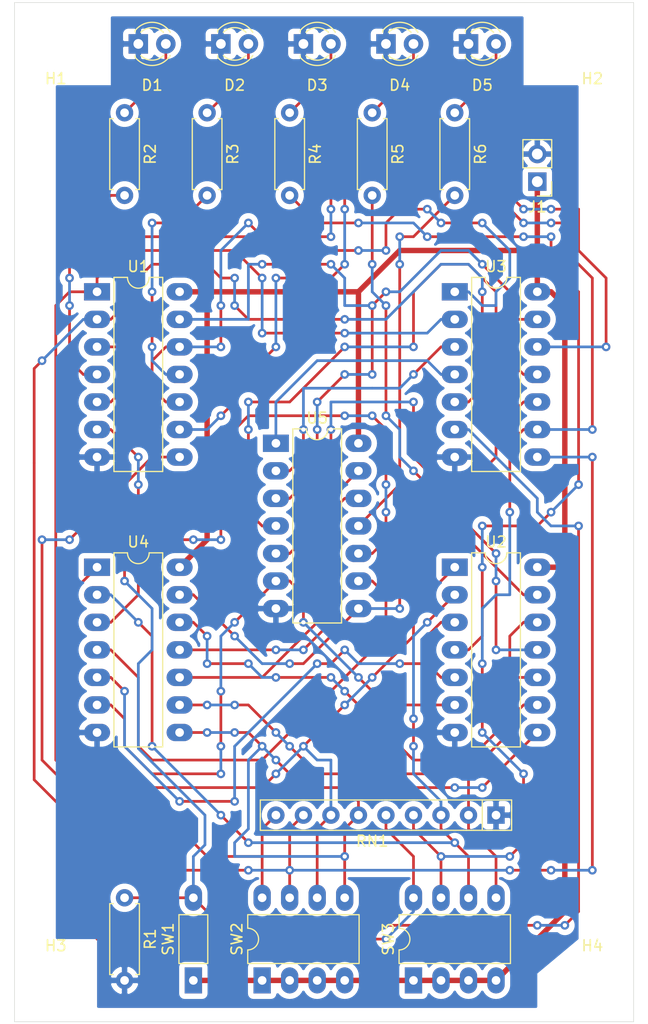
<source format=kicad_pcb>
(kicad_pcb (version 20171130) (host pcbnew 5.1.6)

  (general
    (thickness 1.6)
    (drawings 4)
    (tracks 622)
    (zones 0)
    (modules 25)
    (nets 37)
  )

  (page A4)
  (layers
    (0 F.Cu signal)
    (31 B.Cu signal)
    (32 B.Adhes user)
    (33 F.Adhes user)
    (34 B.Paste user)
    (35 F.Paste user)
    (36 B.SilkS user)
    (37 F.SilkS user)
    (38 B.Mask user)
    (39 F.Mask user)
    (40 Dwgs.User user)
    (41 Cmts.User user)
    (42 Eco1.User user)
    (43 Eco2.User user)
    (44 Edge.Cuts user)
    (45 Margin user)
    (46 B.CrtYd user)
    (47 F.CrtYd user)
    (48 B.Fab user)
    (49 F.Fab user)
  )

  (setup
    (last_trace_width 0.25)
    (user_trace_width 0.5)
    (trace_clearance 0.2)
    (zone_clearance 0.508)
    (zone_45_only no)
    (trace_min 0.2)
    (via_size 0.8)
    (via_drill 0.4)
    (via_min_size 0.4)
    (via_min_drill 0.3)
    (uvia_size 0.3)
    (uvia_drill 0.1)
    (uvias_allowed no)
    (uvia_min_size 0.2)
    (uvia_min_drill 0.1)
    (edge_width 0.05)
    (segment_width 0.2)
    (pcb_text_width 0.3)
    (pcb_text_size 1.5 1.5)
    (mod_edge_width 0.12)
    (mod_text_size 1 1)
    (mod_text_width 0.15)
    (pad_size 1.524 1.524)
    (pad_drill 0.762)
    (pad_to_mask_clearance 0.05)
    (aux_axis_origin 0 0)
    (visible_elements FFFFFF7F)
    (pcbplotparams
      (layerselection 0x010fc_ffffffff)
      (usegerberextensions false)
      (usegerberattributes true)
      (usegerberadvancedattributes true)
      (creategerberjobfile true)
      (excludeedgelayer true)
      (linewidth 0.100000)
      (plotframeref false)
      (viasonmask false)
      (mode 1)
      (useauxorigin false)
      (hpglpennumber 1)
      (hpglpenspeed 20)
      (hpglpendiameter 15.000000)
      (psnegative false)
      (psa4output false)
      (plotreference true)
      (plotvalue true)
      (plotinvisibletext false)
      (padsonsilk false)
      (subtractmaskfromsilk false)
      (outputformat 1)
      (mirror false)
      (drillshape 1)
      (scaleselection 1)
      (outputdirectory ""))
  )

  (net 0 "")
  (net 1 GND)
  (net 2 "Net-(D1-Pad2)")
  (net 3 "Net-(D2-Pad2)")
  (net 4 "Net-(D3-Pad2)")
  (net 5 "Net-(D4-Pad2)")
  (net 6 "Net-(D5-Pad2)")
  (net 7 +5V)
  (net 8 "Net-(R1-Pad1)")
  (net 9 "Net-(R2-Pad2)")
  (net 10 "Net-(R3-Pad2)")
  (net 11 "Net-(R4-Pad2)")
  (net 12 "Net-(R5-Pad2)")
  (net 13 "Net-(R6-Pad2)")
  (net 14 "Net-(RN1-Pad2)")
  (net 15 "Net-(RN1-Pad3)")
  (net 16 "Net-(RN1-Pad4)")
  (net 17 "Net-(RN1-Pad5)")
  (net 18 "Net-(RN1-Pad6)")
  (net 19 "Net-(RN1-Pad7)")
  (net 20 "Net-(RN1-Pad8)")
  (net 21 "Net-(RN1-Pad9)")
  (net 22 "Net-(U1-Pad3)")
  (net 23 "Net-(U1-Pad10)")
  (net 24 "Net-(U1-Pad13)")
  (net 25 "Net-(U2-Pad13)")
  (net 26 "Net-(U2-Pad6)")
  (net 27 "Net-(U2-Pad10)")
  (net 28 "Net-(U2-Pad3)")
  (net 29 "Net-(U3-Pad3)")
  (net 30 "Net-(U3-Pad10)")
  (net 31 "Net-(U3-Pad4)")
  (net 32 "Net-(U3-Pad11)")
  (net 33 "Net-(U4-Pad11)")
  (net 34 "Net-(U4-Pad4)")
  (net 35 "Net-(U4-Pad10)")
  (net 36 "Net-(U4-Pad3)")

  (net_class Default "This is the default net class."
    (clearance 0.2)
    (trace_width 0.25)
    (via_dia 0.8)
    (via_drill 0.4)
    (uvia_dia 0.3)
    (uvia_drill 0.1)
    (add_net +5V)
    (add_net GND)
    (add_net "Net-(D1-Pad2)")
    (add_net "Net-(D2-Pad2)")
    (add_net "Net-(D3-Pad2)")
    (add_net "Net-(D4-Pad2)")
    (add_net "Net-(D5-Pad2)")
    (add_net "Net-(R1-Pad1)")
    (add_net "Net-(R2-Pad2)")
    (add_net "Net-(R3-Pad2)")
    (add_net "Net-(R4-Pad2)")
    (add_net "Net-(R5-Pad2)")
    (add_net "Net-(R6-Pad2)")
    (add_net "Net-(RN1-Pad2)")
    (add_net "Net-(RN1-Pad3)")
    (add_net "Net-(RN1-Pad4)")
    (add_net "Net-(RN1-Pad5)")
    (add_net "Net-(RN1-Pad6)")
    (add_net "Net-(RN1-Pad7)")
    (add_net "Net-(RN1-Pad8)")
    (add_net "Net-(RN1-Pad9)")
    (add_net "Net-(U1-Pad10)")
    (add_net "Net-(U1-Pad13)")
    (add_net "Net-(U1-Pad3)")
    (add_net "Net-(U2-Pad10)")
    (add_net "Net-(U2-Pad13)")
    (add_net "Net-(U2-Pad3)")
    (add_net "Net-(U2-Pad6)")
    (add_net "Net-(U3-Pad10)")
    (add_net "Net-(U3-Pad11)")
    (add_net "Net-(U3-Pad3)")
    (add_net "Net-(U3-Pad4)")
    (add_net "Net-(U4-Pad10)")
    (add_net "Net-(U4-Pad11)")
    (add_net "Net-(U4-Pad3)")
    (add_net "Net-(U4-Pad4)")
  )

  (module MountingHole:MountingHole_2.2mm_M2 (layer F.Cu) (tedit 56D1B4CB) (tstamp 61522732)
    (at 140.97 152.4)
    (descr "Mounting Hole 2.2mm, no annular, M2")
    (tags "mounting hole 2.2mm no annular m2")
    (path /615432EB)
    (attr virtual)
    (fp_text reference H4 (at 0 -3.2) (layer F.SilkS)
      (effects (font (size 1 1) (thickness 0.15)))
    )
    (fp_text value MountingHole (at 0 3.2) (layer F.Fab)
      (effects (font (size 1 1) (thickness 0.15)))
    )
    (fp_text user %R (at 0.3 0) (layer F.Fab)
      (effects (font (size 1 1) (thickness 0.15)))
    )
    (fp_circle (center 0 0) (end 2.2 0) (layer Cmts.User) (width 0.15))
    (fp_circle (center 0 0) (end 2.45 0) (layer F.CrtYd) (width 0.05))
    (pad 1 np_thru_hole circle (at 0 0) (size 2.2 2.2) (drill 2.2) (layers *.Cu *.Mask))
  )

  (module MountingHole:MountingHole_2.2mm_M2 (layer F.Cu) (tedit 56D1B4CB) (tstamp 6152272A)
    (at 91.44 152.4)
    (descr "Mounting Hole 2.2mm, no annular, M2")
    (tags "mounting hole 2.2mm no annular m2")
    (path /615432E5)
    (attr virtual)
    (fp_text reference H3 (at 0 -3.2) (layer F.SilkS)
      (effects (font (size 1 1) (thickness 0.15)))
    )
    (fp_text value MountingHole (at 0 3.2) (layer F.Fab)
      (effects (font (size 1 1) (thickness 0.15)))
    )
    (fp_text user %R (at 0.3 0) (layer F.Fab)
      (effects (font (size 1 1) (thickness 0.15)))
    )
    (fp_circle (center 0 0) (end 2.2 0) (layer Cmts.User) (width 0.15))
    (fp_circle (center 0 0) (end 2.45 0) (layer F.CrtYd) (width 0.05))
    (pad 1 np_thru_hole circle (at 0 0) (size 2.2 2.2) (drill 2.2) (layers *.Cu *.Mask))
  )

  (module MountingHole:MountingHole_2.2mm_M2 (layer F.Cu) (tedit 56D1B4CB) (tstamp 61522722)
    (at 140.97 66.04 180)
    (descr "Mounting Hole 2.2mm, no annular, M2")
    (tags "mounting hole 2.2mm no annular m2")
    (path /61534BC0)
    (attr virtual)
    (fp_text reference H2 (at 0 -3.2) (layer F.SilkS)
      (effects (font (size 1 1) (thickness 0.15)))
    )
    (fp_text value MountingHole (at 0 3.2) (layer F.Fab)
      (effects (font (size 1 1) (thickness 0.15)))
    )
    (fp_text user %R (at 0.3 0) (layer F.Fab)
      (effects (font (size 1 1) (thickness 0.15)))
    )
    (fp_circle (center 0 0) (end 2.2 0) (layer Cmts.User) (width 0.15))
    (fp_circle (center 0 0) (end 2.45 0) (layer F.CrtYd) (width 0.05))
    (pad 1 np_thru_hole circle (at 0 0 180) (size 2.2 2.2) (drill 2.2) (layers *.Cu *.Mask))
  )

  (module MountingHole:MountingHole_2.2mm_M2 (layer F.Cu) (tedit 56D1B4CB) (tstamp 6152271A)
    (at 91.44 66.04 180)
    (descr "Mounting Hole 2.2mm, no annular, M2")
    (tags "mounting hole 2.2mm no annular m2")
    (path /615343DE)
    (attr virtual)
    (fp_text reference H1 (at 0 -3.2) (layer F.SilkS)
      (effects (font (size 1 1) (thickness 0.15)))
    )
    (fp_text value MountingHole (at 0 3.2) (layer F.Fab)
      (effects (font (size 1 1) (thickness 0.15)))
    )
    (fp_text user %R (at 0.3 0) (layer F.Fab)
      (effects (font (size 1 1) (thickness 0.15)))
    )
    (fp_circle (center 0 0) (end 2.2 0) (layer Cmts.User) (width 0.15))
    (fp_circle (center 0 0) (end 2.45 0) (layer F.CrtYd) (width 0.05))
    (pad 1 np_thru_hole circle (at 0 0 180) (size 2.2 2.2) (drill 2.2) (layers *.Cu *.Mask))
  )

  (module LED_THT:LED_D3.0mm (layer F.Cu) (tedit 587A3A7B) (tstamp 61439FF6)
    (at 99.06 66.04)
    (descr "LED, diameter 3.0mm, 2 pins")
    (tags "LED diameter 3.0mm 2 pins")
    (path /614B130B)
    (fp_text reference D1 (at 1.27 3.81) (layer F.SilkS)
      (effects (font (size 1 1) (thickness 0.15)))
    )
    (fp_text value LED (at 1.27 2.96) (layer F.Fab)
      (effects (font (size 1 1) (thickness 0.15)))
    )
    (fp_line (start 3.7 -2.25) (end -1.15 -2.25) (layer F.CrtYd) (width 0.05))
    (fp_line (start 3.7 2.25) (end 3.7 -2.25) (layer F.CrtYd) (width 0.05))
    (fp_line (start -1.15 2.25) (end 3.7 2.25) (layer F.CrtYd) (width 0.05))
    (fp_line (start -1.15 -2.25) (end -1.15 2.25) (layer F.CrtYd) (width 0.05))
    (fp_line (start -0.29 1.08) (end -0.29 1.236) (layer F.SilkS) (width 0.12))
    (fp_line (start -0.29 -1.236) (end -0.29 -1.08) (layer F.SilkS) (width 0.12))
    (fp_line (start -0.23 -1.16619) (end -0.23 1.16619) (layer F.Fab) (width 0.1))
    (fp_circle (center 1.27 0) (end 2.77 0) (layer F.Fab) (width 0.1))
    (fp_arc (start 1.27 0) (end -0.23 -1.16619) (angle 284.3) (layer F.Fab) (width 0.1))
    (fp_arc (start 1.27 0) (end -0.29 -1.235516) (angle 108.8) (layer F.SilkS) (width 0.12))
    (fp_arc (start 1.27 0) (end -0.29 1.235516) (angle -108.8) (layer F.SilkS) (width 0.12))
    (fp_arc (start 1.27 0) (end 0.229039 -1.08) (angle 87.9) (layer F.SilkS) (width 0.12))
    (fp_arc (start 1.27 0) (end 0.229039 1.08) (angle -87.9) (layer F.SilkS) (width 0.12))
    (pad 1 thru_hole rect (at 0 0) (size 1.8 1.8) (drill 0.9) (layers *.Cu *.Mask)
      (net 1 GND))
    (pad 2 thru_hole circle (at 2.54 0) (size 1.8 1.8) (drill 0.9) (layers *.Cu *.Mask)
      (net 2 "Net-(D1-Pad2)"))
    (model ${KISYS3DMOD}/LED_THT.3dshapes/LED_D3.0mm.wrl
      (at (xyz 0 0 0))
      (scale (xyz 1 1 1))
      (rotate (xyz 0 0 0))
    )
  )

  (module LED_THT:LED_D3.0mm (layer F.Cu) (tedit 587A3A7B) (tstamp 6143A009)
    (at 106.68 66.04)
    (descr "LED, diameter 3.0mm, 2 pins")
    (tags "LED diameter 3.0mm 2 pins")
    (path /614B1F10)
    (fp_text reference D2 (at 1.27 3.81) (layer F.SilkS)
      (effects (font (size 1 1) (thickness 0.15)))
    )
    (fp_text value LED (at 1.27 2.96) (layer F.Fab)
      (effects (font (size 1 1) (thickness 0.15)))
    )
    (fp_circle (center 1.27 0) (end 2.77 0) (layer F.Fab) (width 0.1))
    (fp_line (start -0.23 -1.16619) (end -0.23 1.16619) (layer F.Fab) (width 0.1))
    (fp_line (start -0.29 -1.236) (end -0.29 -1.08) (layer F.SilkS) (width 0.12))
    (fp_line (start -0.29 1.08) (end -0.29 1.236) (layer F.SilkS) (width 0.12))
    (fp_line (start -1.15 -2.25) (end -1.15 2.25) (layer F.CrtYd) (width 0.05))
    (fp_line (start -1.15 2.25) (end 3.7 2.25) (layer F.CrtYd) (width 0.05))
    (fp_line (start 3.7 2.25) (end 3.7 -2.25) (layer F.CrtYd) (width 0.05))
    (fp_line (start 3.7 -2.25) (end -1.15 -2.25) (layer F.CrtYd) (width 0.05))
    (fp_arc (start 1.27 0) (end 0.229039 1.08) (angle -87.9) (layer F.SilkS) (width 0.12))
    (fp_arc (start 1.27 0) (end 0.229039 -1.08) (angle 87.9) (layer F.SilkS) (width 0.12))
    (fp_arc (start 1.27 0) (end -0.29 1.235516) (angle -108.8) (layer F.SilkS) (width 0.12))
    (fp_arc (start 1.27 0) (end -0.29 -1.235516) (angle 108.8) (layer F.SilkS) (width 0.12))
    (fp_arc (start 1.27 0) (end -0.23 -1.16619) (angle 284.3) (layer F.Fab) (width 0.1))
    (pad 2 thru_hole circle (at 2.54 0) (size 1.8 1.8) (drill 0.9) (layers *.Cu *.Mask)
      (net 3 "Net-(D2-Pad2)"))
    (pad 1 thru_hole rect (at 0 0) (size 1.8 1.8) (drill 0.9) (layers *.Cu *.Mask)
      (net 1 GND))
    (model ${KISYS3DMOD}/LED_THT.3dshapes/LED_D3.0mm.wrl
      (at (xyz 0 0 0))
      (scale (xyz 1 1 1))
      (rotate (xyz 0 0 0))
    )
  )

  (module LED_THT:LED_D3.0mm (layer F.Cu) (tedit 587A3A7B) (tstamp 6143A01C)
    (at 114.3 66.04)
    (descr "LED, diameter 3.0mm, 2 pins")
    (tags "LED diameter 3.0mm 2 pins")
    (path /614B3614)
    (fp_text reference D3 (at 1.27 3.81) (layer F.SilkS)
      (effects (font (size 1 1) (thickness 0.15)))
    )
    (fp_text value LED (at 1.27 2.96) (layer F.Fab)
      (effects (font (size 1 1) (thickness 0.15)))
    )
    (fp_line (start 3.7 -2.25) (end -1.15 -2.25) (layer F.CrtYd) (width 0.05))
    (fp_line (start 3.7 2.25) (end 3.7 -2.25) (layer F.CrtYd) (width 0.05))
    (fp_line (start -1.15 2.25) (end 3.7 2.25) (layer F.CrtYd) (width 0.05))
    (fp_line (start -1.15 -2.25) (end -1.15 2.25) (layer F.CrtYd) (width 0.05))
    (fp_line (start -0.29 1.08) (end -0.29 1.236) (layer F.SilkS) (width 0.12))
    (fp_line (start -0.29 -1.236) (end -0.29 -1.08) (layer F.SilkS) (width 0.12))
    (fp_line (start -0.23 -1.16619) (end -0.23 1.16619) (layer F.Fab) (width 0.1))
    (fp_circle (center 1.27 0) (end 2.77 0) (layer F.Fab) (width 0.1))
    (fp_arc (start 1.27 0) (end -0.23 -1.16619) (angle 284.3) (layer F.Fab) (width 0.1))
    (fp_arc (start 1.27 0) (end -0.29 -1.235516) (angle 108.8) (layer F.SilkS) (width 0.12))
    (fp_arc (start 1.27 0) (end -0.29 1.235516) (angle -108.8) (layer F.SilkS) (width 0.12))
    (fp_arc (start 1.27 0) (end 0.229039 -1.08) (angle 87.9) (layer F.SilkS) (width 0.12))
    (fp_arc (start 1.27 0) (end 0.229039 1.08) (angle -87.9) (layer F.SilkS) (width 0.12))
    (pad 1 thru_hole rect (at 0 0) (size 1.8 1.8) (drill 0.9) (layers *.Cu *.Mask)
      (net 1 GND))
    (pad 2 thru_hole circle (at 2.54 0) (size 1.8 1.8) (drill 0.9) (layers *.Cu *.Mask)
      (net 4 "Net-(D3-Pad2)"))
    (model ${KISYS3DMOD}/LED_THT.3dshapes/LED_D3.0mm.wrl
      (at (xyz 0 0 0))
      (scale (xyz 1 1 1))
      (rotate (xyz 0 0 0))
    )
  )

  (module LED_THT:LED_D3.0mm (layer F.Cu) (tedit 587A3A7B) (tstamp 6143A02F)
    (at 121.92 66.04)
    (descr "LED, diameter 3.0mm, 2 pins")
    (tags "LED diameter 3.0mm 2 pins")
    (path /614B3620)
    (fp_text reference D4 (at 1.27 3.81) (layer F.SilkS)
      (effects (font (size 1 1) (thickness 0.15)))
    )
    (fp_text value LED (at 1.27 2.96) (layer F.Fab)
      (effects (font (size 1 1) (thickness 0.15)))
    )
    (fp_circle (center 1.27 0) (end 2.77 0) (layer F.Fab) (width 0.1))
    (fp_line (start -0.23 -1.16619) (end -0.23 1.16619) (layer F.Fab) (width 0.1))
    (fp_line (start -0.29 -1.236) (end -0.29 -1.08) (layer F.SilkS) (width 0.12))
    (fp_line (start -0.29 1.08) (end -0.29 1.236) (layer F.SilkS) (width 0.12))
    (fp_line (start -1.15 -2.25) (end -1.15 2.25) (layer F.CrtYd) (width 0.05))
    (fp_line (start -1.15 2.25) (end 3.7 2.25) (layer F.CrtYd) (width 0.05))
    (fp_line (start 3.7 2.25) (end 3.7 -2.25) (layer F.CrtYd) (width 0.05))
    (fp_line (start 3.7 -2.25) (end -1.15 -2.25) (layer F.CrtYd) (width 0.05))
    (fp_arc (start 1.27 0) (end 0.229039 1.08) (angle -87.9) (layer F.SilkS) (width 0.12))
    (fp_arc (start 1.27 0) (end 0.229039 -1.08) (angle 87.9) (layer F.SilkS) (width 0.12))
    (fp_arc (start 1.27 0) (end -0.29 1.235516) (angle -108.8) (layer F.SilkS) (width 0.12))
    (fp_arc (start 1.27 0) (end -0.29 -1.235516) (angle 108.8) (layer F.SilkS) (width 0.12))
    (fp_arc (start 1.27 0) (end -0.23 -1.16619) (angle 284.3) (layer F.Fab) (width 0.1))
    (pad 2 thru_hole circle (at 2.54 0) (size 1.8 1.8) (drill 0.9) (layers *.Cu *.Mask)
      (net 5 "Net-(D4-Pad2)"))
    (pad 1 thru_hole rect (at 0 0) (size 1.8 1.8) (drill 0.9) (layers *.Cu *.Mask)
      (net 1 GND))
    (model ${KISYS3DMOD}/LED_THT.3dshapes/LED_D3.0mm.wrl
      (at (xyz 0 0 0))
      (scale (xyz 1 1 1))
      (rotate (xyz 0 0 0))
    )
  )

  (module LED_THT:LED_D3.0mm (layer F.Cu) (tedit 587A3A7B) (tstamp 6143A042)
    (at 129.54 66.04)
    (descr "LED, diameter 3.0mm, 2 pins")
    (tags "LED diameter 3.0mm 2 pins")
    (path /614B3EDA)
    (fp_text reference D5 (at 1.27 3.81) (layer F.SilkS)
      (effects (font (size 1 1) (thickness 0.15)))
    )
    (fp_text value LED (at 1.27 2.96) (layer F.Fab)
      (effects (font (size 1 1) (thickness 0.15)))
    )
    (fp_line (start 3.7 -2.25) (end -1.15 -2.25) (layer F.CrtYd) (width 0.05))
    (fp_line (start 3.7 2.25) (end 3.7 -2.25) (layer F.CrtYd) (width 0.05))
    (fp_line (start -1.15 2.25) (end 3.7 2.25) (layer F.CrtYd) (width 0.05))
    (fp_line (start -1.15 -2.25) (end -1.15 2.25) (layer F.CrtYd) (width 0.05))
    (fp_line (start -0.29 1.08) (end -0.29 1.236) (layer F.SilkS) (width 0.12))
    (fp_line (start -0.29 -1.236) (end -0.29 -1.08) (layer F.SilkS) (width 0.12))
    (fp_line (start -0.23 -1.16619) (end -0.23 1.16619) (layer F.Fab) (width 0.1))
    (fp_circle (center 1.27 0) (end 2.77 0) (layer F.Fab) (width 0.1))
    (fp_arc (start 1.27 0) (end -0.23 -1.16619) (angle 284.3) (layer F.Fab) (width 0.1))
    (fp_arc (start 1.27 0) (end -0.29 -1.235516) (angle 108.8) (layer F.SilkS) (width 0.12))
    (fp_arc (start 1.27 0) (end -0.29 1.235516) (angle -108.8) (layer F.SilkS) (width 0.12))
    (fp_arc (start 1.27 0) (end 0.229039 -1.08) (angle 87.9) (layer F.SilkS) (width 0.12))
    (fp_arc (start 1.27 0) (end 0.229039 1.08) (angle -87.9) (layer F.SilkS) (width 0.12))
    (pad 1 thru_hole rect (at 0 0) (size 1.8 1.8) (drill 0.9) (layers *.Cu *.Mask)
      (net 1 GND))
    (pad 2 thru_hole circle (at 2.54 0) (size 1.8 1.8) (drill 0.9) (layers *.Cu *.Mask)
      (net 6 "Net-(D5-Pad2)"))
    (model ${KISYS3DMOD}/LED_THT.3dshapes/LED_D3.0mm.wrl
      (at (xyz 0 0 0))
      (scale (xyz 1 1 1))
      (rotate (xyz 0 0 0))
    )
  )

  (module Resistor_THT:R_Axial_DIN0207_L6.3mm_D2.5mm_P7.62mm_Horizontal (layer F.Cu) (tedit 5AE5139B) (tstamp 6143A06E)
    (at 97.79 144.78 270)
    (descr "Resistor, Axial_DIN0207 series, Axial, Horizontal, pin pitch=7.62mm, 0.25W = 1/4W, length*diameter=6.3*2.5mm^2, http://cdn-reichelt.de/documents/datenblatt/B400/1_4W%23YAG.pdf")
    (tags "Resistor Axial_DIN0207 series Axial Horizontal pin pitch 7.62mm 0.25W = 1/4W length 6.3mm diameter 2.5mm")
    (path /614A9A78)
    (fp_text reference R1 (at 3.81 -2.37 90) (layer F.SilkS)
      (effects (font (size 1 1) (thickness 0.15)))
    )
    (fp_text value 47k (at 3.81 2.37 90) (layer F.Fab)
      (effects (font (size 1 1) (thickness 0.15)))
    )
    (fp_line (start 8.67 -1.5) (end -1.05 -1.5) (layer F.CrtYd) (width 0.05))
    (fp_line (start 8.67 1.5) (end 8.67 -1.5) (layer F.CrtYd) (width 0.05))
    (fp_line (start -1.05 1.5) (end 8.67 1.5) (layer F.CrtYd) (width 0.05))
    (fp_line (start -1.05 -1.5) (end -1.05 1.5) (layer F.CrtYd) (width 0.05))
    (fp_line (start 7.08 1.37) (end 7.08 1.04) (layer F.SilkS) (width 0.12))
    (fp_line (start 0.54 1.37) (end 7.08 1.37) (layer F.SilkS) (width 0.12))
    (fp_line (start 0.54 1.04) (end 0.54 1.37) (layer F.SilkS) (width 0.12))
    (fp_line (start 7.08 -1.37) (end 7.08 -1.04) (layer F.SilkS) (width 0.12))
    (fp_line (start 0.54 -1.37) (end 7.08 -1.37) (layer F.SilkS) (width 0.12))
    (fp_line (start 0.54 -1.04) (end 0.54 -1.37) (layer F.SilkS) (width 0.12))
    (fp_line (start 7.62 0) (end 6.96 0) (layer F.Fab) (width 0.1))
    (fp_line (start 0 0) (end 0.66 0) (layer F.Fab) (width 0.1))
    (fp_line (start 6.96 -1.25) (end 0.66 -1.25) (layer F.Fab) (width 0.1))
    (fp_line (start 6.96 1.25) (end 6.96 -1.25) (layer F.Fab) (width 0.1))
    (fp_line (start 0.66 1.25) (end 6.96 1.25) (layer F.Fab) (width 0.1))
    (fp_line (start 0.66 -1.25) (end 0.66 1.25) (layer F.Fab) (width 0.1))
    (fp_text user %R (at 3.81 0 90) (layer F.Fab)
      (effects (font (size 1 1) (thickness 0.15)))
    )
    (pad 1 thru_hole circle (at 0 0 270) (size 1.6 1.6) (drill 0.8) (layers *.Cu *.Mask)
      (net 8 "Net-(R1-Pad1)"))
    (pad 2 thru_hole oval (at 7.62 0 270) (size 1.6 1.6) (drill 0.8) (layers *.Cu *.Mask)
      (net 1 GND))
    (model ${KISYS3DMOD}/Resistor_THT.3dshapes/R_Axial_DIN0207_L6.3mm_D2.5mm_P7.62mm_Horizontal.wrl
      (at (xyz 0 0 0))
      (scale (xyz 1 1 1))
      (rotate (xyz 0 0 0))
    )
  )

  (module Resistor_THT:R_Axial_DIN0207_L6.3mm_D2.5mm_P7.62mm_Horizontal (layer F.Cu) (tedit 5AE5139B) (tstamp 6143A085)
    (at 97.79 72.39 270)
    (descr "Resistor, Axial_DIN0207 series, Axial, Horizontal, pin pitch=7.62mm, 0.25W = 1/4W, length*diameter=6.3*2.5mm^2, http://cdn-reichelt.de/documents/datenblatt/B400/1_4W%23YAG.pdf")
    (tags "Resistor Axial_DIN0207 series Axial Horizontal pin pitch 7.62mm 0.25W = 1/4W length 6.3mm diameter 2.5mm")
    (path /614AEDE3)
    (fp_text reference R2 (at 3.81 -2.37 90) (layer F.SilkS)
      (effects (font (size 1 1) (thickness 0.15)))
    )
    (fp_text value 270 (at 3.81 2.37 90) (layer F.Fab)
      (effects (font (size 1 1) (thickness 0.15)))
    )
    (fp_line (start 0.66 -1.25) (end 0.66 1.25) (layer F.Fab) (width 0.1))
    (fp_line (start 0.66 1.25) (end 6.96 1.25) (layer F.Fab) (width 0.1))
    (fp_line (start 6.96 1.25) (end 6.96 -1.25) (layer F.Fab) (width 0.1))
    (fp_line (start 6.96 -1.25) (end 0.66 -1.25) (layer F.Fab) (width 0.1))
    (fp_line (start 0 0) (end 0.66 0) (layer F.Fab) (width 0.1))
    (fp_line (start 7.62 0) (end 6.96 0) (layer F.Fab) (width 0.1))
    (fp_line (start 0.54 -1.04) (end 0.54 -1.37) (layer F.SilkS) (width 0.12))
    (fp_line (start 0.54 -1.37) (end 7.08 -1.37) (layer F.SilkS) (width 0.12))
    (fp_line (start 7.08 -1.37) (end 7.08 -1.04) (layer F.SilkS) (width 0.12))
    (fp_line (start 0.54 1.04) (end 0.54 1.37) (layer F.SilkS) (width 0.12))
    (fp_line (start 0.54 1.37) (end 7.08 1.37) (layer F.SilkS) (width 0.12))
    (fp_line (start 7.08 1.37) (end 7.08 1.04) (layer F.SilkS) (width 0.12))
    (fp_line (start -1.05 -1.5) (end -1.05 1.5) (layer F.CrtYd) (width 0.05))
    (fp_line (start -1.05 1.5) (end 8.67 1.5) (layer F.CrtYd) (width 0.05))
    (fp_line (start 8.67 1.5) (end 8.67 -1.5) (layer F.CrtYd) (width 0.05))
    (fp_line (start 8.67 -1.5) (end -1.05 -1.5) (layer F.CrtYd) (width 0.05))
    (fp_text user %R (at 3.81 0 90) (layer F.Fab)
      (effects (font (size 1 1) (thickness 0.15)))
    )
    (pad 2 thru_hole oval (at 7.62 0 270) (size 1.6 1.6) (drill 0.8) (layers *.Cu *.Mask)
      (net 9 "Net-(R2-Pad2)"))
    (pad 1 thru_hole circle (at 0 0 270) (size 1.6 1.6) (drill 0.8) (layers *.Cu *.Mask)
      (net 2 "Net-(D1-Pad2)"))
    (model ${KISYS3DMOD}/Resistor_THT.3dshapes/R_Axial_DIN0207_L6.3mm_D2.5mm_P7.62mm_Horizontal.wrl
      (at (xyz 0 0 0))
      (scale (xyz 1 1 1))
      (rotate (xyz 0 0 0))
    )
  )

  (module Resistor_THT:R_Axial_DIN0207_L6.3mm_D2.5mm_P7.62mm_Horizontal (layer F.Cu) (tedit 5AE5139B) (tstamp 6143A09C)
    (at 105.41 72.39 270)
    (descr "Resistor, Axial_DIN0207 series, Axial, Horizontal, pin pitch=7.62mm, 0.25W = 1/4W, length*diameter=6.3*2.5mm^2, http://cdn-reichelt.de/documents/datenblatt/B400/1_4W%23YAG.pdf")
    (tags "Resistor Axial_DIN0207 series Axial Horizontal pin pitch 7.62mm 0.25W = 1/4W length 6.3mm diameter 2.5mm")
    (path /614B1F0A)
    (fp_text reference R3 (at 3.81 -2.37 90) (layer F.SilkS)
      (effects (font (size 1 1) (thickness 0.15)))
    )
    (fp_text value 270 (at 3.81 2.37 90) (layer F.Fab)
      (effects (font (size 1 1) (thickness 0.15)))
    )
    (fp_line (start 8.67 -1.5) (end -1.05 -1.5) (layer F.CrtYd) (width 0.05))
    (fp_line (start 8.67 1.5) (end 8.67 -1.5) (layer F.CrtYd) (width 0.05))
    (fp_line (start -1.05 1.5) (end 8.67 1.5) (layer F.CrtYd) (width 0.05))
    (fp_line (start -1.05 -1.5) (end -1.05 1.5) (layer F.CrtYd) (width 0.05))
    (fp_line (start 7.08 1.37) (end 7.08 1.04) (layer F.SilkS) (width 0.12))
    (fp_line (start 0.54 1.37) (end 7.08 1.37) (layer F.SilkS) (width 0.12))
    (fp_line (start 0.54 1.04) (end 0.54 1.37) (layer F.SilkS) (width 0.12))
    (fp_line (start 7.08 -1.37) (end 7.08 -1.04) (layer F.SilkS) (width 0.12))
    (fp_line (start 0.54 -1.37) (end 7.08 -1.37) (layer F.SilkS) (width 0.12))
    (fp_line (start 0.54 -1.04) (end 0.54 -1.37) (layer F.SilkS) (width 0.12))
    (fp_line (start 7.62 0) (end 6.96 0) (layer F.Fab) (width 0.1))
    (fp_line (start 0 0) (end 0.66 0) (layer F.Fab) (width 0.1))
    (fp_line (start 6.96 -1.25) (end 0.66 -1.25) (layer F.Fab) (width 0.1))
    (fp_line (start 6.96 1.25) (end 6.96 -1.25) (layer F.Fab) (width 0.1))
    (fp_line (start 0.66 1.25) (end 6.96 1.25) (layer F.Fab) (width 0.1))
    (fp_line (start 0.66 -1.25) (end 0.66 1.25) (layer F.Fab) (width 0.1))
    (fp_text user %R (at 3.81 0 90) (layer F.Fab)
      (effects (font (size 1 1) (thickness 0.15)))
    )
    (pad 1 thru_hole circle (at 0 0 270) (size 1.6 1.6) (drill 0.8) (layers *.Cu *.Mask)
      (net 3 "Net-(D2-Pad2)"))
    (pad 2 thru_hole oval (at 7.62 0 270) (size 1.6 1.6) (drill 0.8) (layers *.Cu *.Mask)
      (net 10 "Net-(R3-Pad2)"))
    (model ${KISYS3DMOD}/Resistor_THT.3dshapes/R_Axial_DIN0207_L6.3mm_D2.5mm_P7.62mm_Horizontal.wrl
      (at (xyz 0 0 0))
      (scale (xyz 1 1 1))
      (rotate (xyz 0 0 0))
    )
  )

  (module Resistor_THT:R_Axial_DIN0207_L6.3mm_D2.5mm_P7.62mm_Horizontal (layer F.Cu) (tedit 5AE5139B) (tstamp 6143A0B3)
    (at 113.03 72.39 270)
    (descr "Resistor, Axial_DIN0207 series, Axial, Horizontal, pin pitch=7.62mm, 0.25W = 1/4W, length*diameter=6.3*2.5mm^2, http://cdn-reichelt.de/documents/datenblatt/B400/1_4W%23YAG.pdf")
    (tags "Resistor Axial_DIN0207 series Axial Horizontal pin pitch 7.62mm 0.25W = 1/4W length 6.3mm diameter 2.5mm")
    (path /614B360E)
    (fp_text reference R4 (at 3.81 -2.37 90) (layer F.SilkS)
      (effects (font (size 1 1) (thickness 0.15)))
    )
    (fp_text value 270 (at 3.81 2.37 90) (layer F.Fab)
      (effects (font (size 1 1) (thickness 0.15)))
    )
    (fp_line (start 0.66 -1.25) (end 0.66 1.25) (layer F.Fab) (width 0.1))
    (fp_line (start 0.66 1.25) (end 6.96 1.25) (layer F.Fab) (width 0.1))
    (fp_line (start 6.96 1.25) (end 6.96 -1.25) (layer F.Fab) (width 0.1))
    (fp_line (start 6.96 -1.25) (end 0.66 -1.25) (layer F.Fab) (width 0.1))
    (fp_line (start 0 0) (end 0.66 0) (layer F.Fab) (width 0.1))
    (fp_line (start 7.62 0) (end 6.96 0) (layer F.Fab) (width 0.1))
    (fp_line (start 0.54 -1.04) (end 0.54 -1.37) (layer F.SilkS) (width 0.12))
    (fp_line (start 0.54 -1.37) (end 7.08 -1.37) (layer F.SilkS) (width 0.12))
    (fp_line (start 7.08 -1.37) (end 7.08 -1.04) (layer F.SilkS) (width 0.12))
    (fp_line (start 0.54 1.04) (end 0.54 1.37) (layer F.SilkS) (width 0.12))
    (fp_line (start 0.54 1.37) (end 7.08 1.37) (layer F.SilkS) (width 0.12))
    (fp_line (start 7.08 1.37) (end 7.08 1.04) (layer F.SilkS) (width 0.12))
    (fp_line (start -1.05 -1.5) (end -1.05 1.5) (layer F.CrtYd) (width 0.05))
    (fp_line (start -1.05 1.5) (end 8.67 1.5) (layer F.CrtYd) (width 0.05))
    (fp_line (start 8.67 1.5) (end 8.67 -1.5) (layer F.CrtYd) (width 0.05))
    (fp_line (start 8.67 -1.5) (end -1.05 -1.5) (layer F.CrtYd) (width 0.05))
    (fp_text user %R (at 3.81 0 90) (layer F.Fab)
      (effects (font (size 1 1) (thickness 0.15)))
    )
    (pad 2 thru_hole oval (at 7.62 0 270) (size 1.6 1.6) (drill 0.8) (layers *.Cu *.Mask)
      (net 11 "Net-(R4-Pad2)"))
    (pad 1 thru_hole circle (at 0 0 270) (size 1.6 1.6) (drill 0.8) (layers *.Cu *.Mask)
      (net 4 "Net-(D3-Pad2)"))
    (model ${KISYS3DMOD}/Resistor_THT.3dshapes/R_Axial_DIN0207_L6.3mm_D2.5mm_P7.62mm_Horizontal.wrl
      (at (xyz 0 0 0))
      (scale (xyz 1 1 1))
      (rotate (xyz 0 0 0))
    )
  )

  (module Resistor_THT:R_Axial_DIN0207_L6.3mm_D2.5mm_P7.62mm_Horizontal (layer F.Cu) (tedit 5AE5139B) (tstamp 6143A0CA)
    (at 120.65 72.39 270)
    (descr "Resistor, Axial_DIN0207 series, Axial, Horizontal, pin pitch=7.62mm, 0.25W = 1/4W, length*diameter=6.3*2.5mm^2, http://cdn-reichelt.de/documents/datenblatt/B400/1_4W%23YAG.pdf")
    (tags "Resistor Axial_DIN0207 series Axial Horizontal pin pitch 7.62mm 0.25W = 1/4W length 6.3mm diameter 2.5mm")
    (path /614B361A)
    (fp_text reference R5 (at 3.81 -2.37 90) (layer F.SilkS)
      (effects (font (size 1 1) (thickness 0.15)))
    )
    (fp_text value 270 (at 3.81 2.37 90) (layer F.Fab)
      (effects (font (size 1 1) (thickness 0.15)))
    )
    (fp_line (start 8.67 -1.5) (end -1.05 -1.5) (layer F.CrtYd) (width 0.05))
    (fp_line (start 8.67 1.5) (end 8.67 -1.5) (layer F.CrtYd) (width 0.05))
    (fp_line (start -1.05 1.5) (end 8.67 1.5) (layer F.CrtYd) (width 0.05))
    (fp_line (start -1.05 -1.5) (end -1.05 1.5) (layer F.CrtYd) (width 0.05))
    (fp_line (start 7.08 1.37) (end 7.08 1.04) (layer F.SilkS) (width 0.12))
    (fp_line (start 0.54 1.37) (end 7.08 1.37) (layer F.SilkS) (width 0.12))
    (fp_line (start 0.54 1.04) (end 0.54 1.37) (layer F.SilkS) (width 0.12))
    (fp_line (start 7.08 -1.37) (end 7.08 -1.04) (layer F.SilkS) (width 0.12))
    (fp_line (start 0.54 -1.37) (end 7.08 -1.37) (layer F.SilkS) (width 0.12))
    (fp_line (start 0.54 -1.04) (end 0.54 -1.37) (layer F.SilkS) (width 0.12))
    (fp_line (start 7.62 0) (end 6.96 0) (layer F.Fab) (width 0.1))
    (fp_line (start 0 0) (end 0.66 0) (layer F.Fab) (width 0.1))
    (fp_line (start 6.96 -1.25) (end 0.66 -1.25) (layer F.Fab) (width 0.1))
    (fp_line (start 6.96 1.25) (end 6.96 -1.25) (layer F.Fab) (width 0.1))
    (fp_line (start 0.66 1.25) (end 6.96 1.25) (layer F.Fab) (width 0.1))
    (fp_line (start 0.66 -1.25) (end 0.66 1.25) (layer F.Fab) (width 0.1))
    (fp_text user %R (at 3.81 0 90) (layer F.Fab)
      (effects (font (size 1 1) (thickness 0.15)))
    )
    (pad 1 thru_hole circle (at 0 0 270) (size 1.6 1.6) (drill 0.8) (layers *.Cu *.Mask)
      (net 5 "Net-(D4-Pad2)"))
    (pad 2 thru_hole oval (at 7.62 0 270) (size 1.6 1.6) (drill 0.8) (layers *.Cu *.Mask)
      (net 12 "Net-(R5-Pad2)"))
    (model ${KISYS3DMOD}/Resistor_THT.3dshapes/R_Axial_DIN0207_L6.3mm_D2.5mm_P7.62mm_Horizontal.wrl
      (at (xyz 0 0 0))
      (scale (xyz 1 1 1))
      (rotate (xyz 0 0 0))
    )
  )

  (module Resistor_THT:R_Axial_DIN0207_L6.3mm_D2.5mm_P7.62mm_Horizontal (layer F.Cu) (tedit 5AE5139B) (tstamp 6143A0E1)
    (at 128.27 72.39 270)
    (descr "Resistor, Axial_DIN0207 series, Axial, Horizontal, pin pitch=7.62mm, 0.25W = 1/4W, length*diameter=6.3*2.5mm^2, http://cdn-reichelt.de/documents/datenblatt/B400/1_4W%23YAG.pdf")
    (tags "Resistor Axial_DIN0207 series Axial Horizontal pin pitch 7.62mm 0.25W = 1/4W length 6.3mm diameter 2.5mm")
    (path /614B3ED4)
    (fp_text reference R6 (at 3.81 -2.37 90) (layer F.SilkS)
      (effects (font (size 1 1) (thickness 0.15)))
    )
    (fp_text value 270 (at 3.81 2.37 90) (layer F.Fab)
      (effects (font (size 1 1) (thickness 0.15)))
    )
    (fp_line (start 0.66 -1.25) (end 0.66 1.25) (layer F.Fab) (width 0.1))
    (fp_line (start 0.66 1.25) (end 6.96 1.25) (layer F.Fab) (width 0.1))
    (fp_line (start 6.96 1.25) (end 6.96 -1.25) (layer F.Fab) (width 0.1))
    (fp_line (start 6.96 -1.25) (end 0.66 -1.25) (layer F.Fab) (width 0.1))
    (fp_line (start 0 0) (end 0.66 0) (layer F.Fab) (width 0.1))
    (fp_line (start 7.62 0) (end 6.96 0) (layer F.Fab) (width 0.1))
    (fp_line (start 0.54 -1.04) (end 0.54 -1.37) (layer F.SilkS) (width 0.12))
    (fp_line (start 0.54 -1.37) (end 7.08 -1.37) (layer F.SilkS) (width 0.12))
    (fp_line (start 7.08 -1.37) (end 7.08 -1.04) (layer F.SilkS) (width 0.12))
    (fp_line (start 0.54 1.04) (end 0.54 1.37) (layer F.SilkS) (width 0.12))
    (fp_line (start 0.54 1.37) (end 7.08 1.37) (layer F.SilkS) (width 0.12))
    (fp_line (start 7.08 1.37) (end 7.08 1.04) (layer F.SilkS) (width 0.12))
    (fp_line (start -1.05 -1.5) (end -1.05 1.5) (layer F.CrtYd) (width 0.05))
    (fp_line (start -1.05 1.5) (end 8.67 1.5) (layer F.CrtYd) (width 0.05))
    (fp_line (start 8.67 1.5) (end 8.67 -1.5) (layer F.CrtYd) (width 0.05))
    (fp_line (start 8.67 -1.5) (end -1.05 -1.5) (layer F.CrtYd) (width 0.05))
    (fp_text user %R (at 3.81 0 90) (layer F.Fab)
      (effects (font (size 1 1) (thickness 0.15)))
    )
    (pad 2 thru_hole oval (at 7.62 0 270) (size 1.6 1.6) (drill 0.8) (layers *.Cu *.Mask)
      (net 13 "Net-(R6-Pad2)"))
    (pad 1 thru_hole circle (at 0 0 270) (size 1.6 1.6) (drill 0.8) (layers *.Cu *.Mask)
      (net 6 "Net-(D5-Pad2)"))
    (model ${KISYS3DMOD}/Resistor_THT.3dshapes/R_Axial_DIN0207_L6.3mm_D2.5mm_P7.62mm_Horizontal.wrl
      (at (xyz 0 0 0))
      (scale (xyz 1 1 1))
      (rotate (xyz 0 0 0))
    )
  )

  (module Resistor_THT:R_Array_SIP9 (layer F.Cu) (tedit 5A14249F) (tstamp 6143A0FD)
    (at 132.08 137.16 180)
    (descr "9-pin Resistor SIP pack")
    (tags R)
    (path /614F2A8A)
    (fp_text reference RN1 (at 11.43 -2.4) (layer F.SilkS)
      (effects (font (size 1 1) (thickness 0.15)))
    )
    (fp_text value 47k (at 11.43 2.4) (layer F.Fab)
      (effects (font (size 1 1) (thickness 0.15)))
    )
    (fp_line (start 22.05 -1.65) (end -1.7 -1.65) (layer F.CrtYd) (width 0.05))
    (fp_line (start 22.05 1.65) (end 22.05 -1.65) (layer F.CrtYd) (width 0.05))
    (fp_line (start -1.7 1.65) (end 22.05 1.65) (layer F.CrtYd) (width 0.05))
    (fp_line (start -1.7 -1.65) (end -1.7 1.65) (layer F.CrtYd) (width 0.05))
    (fp_line (start 1.27 -1.4) (end 1.27 1.4) (layer F.SilkS) (width 0.12))
    (fp_line (start 21.76 -1.4) (end -1.44 -1.4) (layer F.SilkS) (width 0.12))
    (fp_line (start 21.76 1.4) (end 21.76 -1.4) (layer F.SilkS) (width 0.12))
    (fp_line (start -1.44 1.4) (end 21.76 1.4) (layer F.SilkS) (width 0.12))
    (fp_line (start -1.44 -1.4) (end -1.44 1.4) (layer F.SilkS) (width 0.12))
    (fp_line (start 1.27 -1.25) (end 1.27 1.25) (layer F.Fab) (width 0.1))
    (fp_line (start 21.61 -1.25) (end -1.29 -1.25) (layer F.Fab) (width 0.1))
    (fp_line (start 21.61 1.25) (end 21.61 -1.25) (layer F.Fab) (width 0.1))
    (fp_line (start -1.29 1.25) (end 21.61 1.25) (layer F.Fab) (width 0.1))
    (fp_line (start -1.29 -1.25) (end -1.29 1.25) (layer F.Fab) (width 0.1))
    (fp_text user %R (at 10.16 0) (layer F.Fab)
      (effects (font (size 1 1) (thickness 0.15)))
    )
    (pad 1 thru_hole rect (at 0 0 180) (size 1.6 1.6) (drill 0.8) (layers *.Cu *.Mask)
      (net 1 GND))
    (pad 2 thru_hole oval (at 2.54 0 180) (size 1.6 1.6) (drill 0.8) (layers *.Cu *.Mask)
      (net 14 "Net-(RN1-Pad2)"))
    (pad 3 thru_hole oval (at 5.08 0 180) (size 1.6 1.6) (drill 0.8) (layers *.Cu *.Mask)
      (net 15 "Net-(RN1-Pad3)"))
    (pad 4 thru_hole oval (at 7.62 0 180) (size 1.6 1.6) (drill 0.8) (layers *.Cu *.Mask)
      (net 16 "Net-(RN1-Pad4)"))
    (pad 5 thru_hole oval (at 10.16 0 180) (size 1.6 1.6) (drill 0.8) (layers *.Cu *.Mask)
      (net 17 "Net-(RN1-Pad5)"))
    (pad 6 thru_hole oval (at 12.7 0 180) (size 1.6 1.6) (drill 0.8) (layers *.Cu *.Mask)
      (net 18 "Net-(RN1-Pad6)"))
    (pad 7 thru_hole oval (at 15.24 0 180) (size 1.6 1.6) (drill 0.8) (layers *.Cu *.Mask)
      (net 19 "Net-(RN1-Pad7)"))
    (pad 8 thru_hole oval (at 17.78 0 180) (size 1.6 1.6) (drill 0.8) (layers *.Cu *.Mask)
      (net 20 "Net-(RN1-Pad8)"))
    (pad 9 thru_hole oval (at 20.32 0 180) (size 1.6 1.6) (drill 0.8) (layers *.Cu *.Mask)
      (net 21 "Net-(RN1-Pad9)"))
    (model ${KISYS3DMOD}/Resistor_THT.3dshapes/R_Array_SIP9.wrl
      (at (xyz 0 0 0))
      (scale (xyz 1 1 1))
      (rotate (xyz 0 0 0))
    )
  )

  (module footprints:DIP-2_W7.62mm_LongPads (layer F.Cu) (tedit 6127FEB1) (tstamp 6143A111)
    (at 104.14 152.4 90)
    (descr "4-lead though-hole mounted DIP package, row spacing 7.62 mm (300 mils), LongPads")
    (tags "THT DIP DIL PDIP 2.54mm 7.62mm 300mil LongPads")
    (path /614A8114)
    (fp_text reference SW1 (at 3.81 -2.33 90) (layer F.SilkS)
      (effects (font (size 1 1) (thickness 0.15)))
    )
    (fp_text value SW_SPST (at 3.81 2.33 90) (layer F.Fab)
      (effects (font (size 1 1) (thickness 0.15)))
    )
    (fp_line (start 9.1 -1.55) (end -1.45 -1.55) (layer F.CrtYd) (width 0.05))
    (fp_line (start 9.1 1.56) (end 9.1 -1.55) (layer F.CrtYd) (width 0.05))
    (fp_line (start -1.45 1.56) (end 9.1 1.56) (layer F.CrtYd) (width 0.05))
    (fp_line (start -1.45 -1.55) (end -1.45 1.56) (layer F.CrtYd) (width 0.05))
    (fp_line (start 6.06 1.33) (end 6.06 -1.33) (layer F.SilkS) (width 0.12))
    (fp_line (start 1.56 1.33) (end 6.06 1.33) (layer F.SilkS) (width 0.12))
    (fp_line (start 1.56 -1.33) (end 1.56 1.33) (layer F.SilkS) (width 0.12))
    (fp_line (start 6.06 -1.33) (end 1.56 -1.33) (layer F.SilkS) (width 0.12))
    (fp_line (start 0.635 -0.27) (end 1.635 -1.27) (layer F.Fab) (width 0.1))
    (fp_line (start 0.635 1.27) (end 0.635 -0.27) (layer F.Fab) (width 0.1))
    (fp_line (start 6.985 1.27) (end 0.635 1.27) (layer F.Fab) (width 0.1))
    (fp_line (start 6.985 -1.27) (end 6.985 1.27) (layer F.Fab) (width 0.1))
    (fp_line (start 1.635 -1.27) (end 6.985 -1.27) (layer F.Fab) (width 0.1))
    (fp_text user %R (at 3.81 0 90) (layer F.Fab)
      (effects (font (size 1 1) (thickness 0.15)))
    )
    (pad 1 thru_hole rect (at 0 0 90) (size 2.4 1.6) (drill 0.8) (layers *.Cu *.Mask)
      (net 7 +5V))
    (pad 2 thru_hole oval (at 7.62 0 90) (size 2.4 1.6) (drill 0.8) (layers *.Cu *.Mask)
      (net 8 "Net-(R1-Pad1)"))
  )

  (module Package_DIP:DIP-8_W7.62mm_LongPads (layer F.Cu) (tedit 5A02E8C5) (tstamp 6143A12D)
    (at 110.49 152.4 90)
    (descr "8-lead though-hole mounted DIP package, row spacing 7.62 mm (300 mils), LongPads")
    (tags "THT DIP DIL PDIP 2.54mm 7.62mm 300mil LongPads")
    (path /614A69DB)
    (fp_text reference SW2 (at 3.81 -2.33 90) (layer F.SilkS)
      (effects (font (size 1 1) (thickness 0.15)))
    )
    (fp_text value SW_DIP_x04 (at 3.81 9.95 90) (layer F.Fab)
      (effects (font (size 1 1) (thickness 0.15)))
    )
    (fp_line (start 1.635 -1.27) (end 6.985 -1.27) (layer F.Fab) (width 0.1))
    (fp_line (start 6.985 -1.27) (end 6.985 8.89) (layer F.Fab) (width 0.1))
    (fp_line (start 6.985 8.89) (end 0.635 8.89) (layer F.Fab) (width 0.1))
    (fp_line (start 0.635 8.89) (end 0.635 -0.27) (layer F.Fab) (width 0.1))
    (fp_line (start 0.635 -0.27) (end 1.635 -1.27) (layer F.Fab) (width 0.1))
    (fp_line (start 2.81 -1.33) (end 1.56 -1.33) (layer F.SilkS) (width 0.12))
    (fp_line (start 1.56 -1.33) (end 1.56 8.95) (layer F.SilkS) (width 0.12))
    (fp_line (start 1.56 8.95) (end 6.06 8.95) (layer F.SilkS) (width 0.12))
    (fp_line (start 6.06 8.95) (end 6.06 -1.33) (layer F.SilkS) (width 0.12))
    (fp_line (start 6.06 -1.33) (end 4.81 -1.33) (layer F.SilkS) (width 0.12))
    (fp_line (start -1.45 -1.55) (end -1.45 9.15) (layer F.CrtYd) (width 0.05))
    (fp_line (start -1.45 9.15) (end 9.1 9.15) (layer F.CrtYd) (width 0.05))
    (fp_line (start 9.1 9.15) (end 9.1 -1.55) (layer F.CrtYd) (width 0.05))
    (fp_line (start 9.1 -1.55) (end -1.45 -1.55) (layer F.CrtYd) (width 0.05))
    (fp_text user %R (at 3.81 3.81 90) (layer F.Fab)
      (effects (font (size 1 1) (thickness 0.15)))
    )
    (fp_arc (start 3.81 -1.33) (end 2.81 -1.33) (angle -180) (layer F.SilkS) (width 0.12))
    (pad 8 thru_hole oval (at 7.62 0 90) (size 2.4 1.6) (drill 0.8) (layers *.Cu *.Mask)
      (net 21 "Net-(RN1-Pad9)"))
    (pad 4 thru_hole oval (at 0 7.62 90) (size 2.4 1.6) (drill 0.8) (layers *.Cu *.Mask)
      (net 7 +5V))
    (pad 7 thru_hole oval (at 7.62 2.54 90) (size 2.4 1.6) (drill 0.8) (layers *.Cu *.Mask)
      (net 20 "Net-(RN1-Pad8)"))
    (pad 3 thru_hole oval (at 0 5.08 90) (size 2.4 1.6) (drill 0.8) (layers *.Cu *.Mask)
      (net 7 +5V))
    (pad 6 thru_hole oval (at 7.62 5.08 90) (size 2.4 1.6) (drill 0.8) (layers *.Cu *.Mask)
      (net 19 "Net-(RN1-Pad7)"))
    (pad 2 thru_hole oval (at 0 2.54 90) (size 2.4 1.6) (drill 0.8) (layers *.Cu *.Mask)
      (net 7 +5V))
    (pad 5 thru_hole oval (at 7.62 7.62 90) (size 2.4 1.6) (drill 0.8) (layers *.Cu *.Mask)
      (net 18 "Net-(RN1-Pad6)"))
    (pad 1 thru_hole rect (at 0 0 90) (size 2.4 1.6) (drill 0.8) (layers *.Cu *.Mask)
      (net 7 +5V))
    (model ${KISYS3DMOD}/Package_DIP.3dshapes/DIP-8_W7.62mm.wrl
      (at (xyz 0 0 0))
      (scale (xyz 1 1 1))
      (rotate (xyz 0 0 0))
    )
  )

  (module Package_DIP:DIP-8_W7.62mm_LongPads (layer F.Cu) (tedit 5A02E8C5) (tstamp 6143A149)
    (at 124.46 152.4 90)
    (descr "8-lead though-hole mounted DIP package, row spacing 7.62 mm (300 mils), LongPads")
    (tags "THT DIP DIL PDIP 2.54mm 7.62mm 300mil LongPads")
    (path /614A7E1A)
    (fp_text reference SW3 (at 3.81 -2.33 90) (layer F.SilkS)
      (effects (font (size 1 1) (thickness 0.15)))
    )
    (fp_text value SW_DIP_x04 (at 3.81 9.95 90) (layer F.Fab)
      (effects (font (size 1 1) (thickness 0.15)))
    )
    (fp_line (start 9.1 -1.55) (end -1.45 -1.55) (layer F.CrtYd) (width 0.05))
    (fp_line (start 9.1 9.15) (end 9.1 -1.55) (layer F.CrtYd) (width 0.05))
    (fp_line (start -1.45 9.15) (end 9.1 9.15) (layer F.CrtYd) (width 0.05))
    (fp_line (start -1.45 -1.55) (end -1.45 9.15) (layer F.CrtYd) (width 0.05))
    (fp_line (start 6.06 -1.33) (end 4.81 -1.33) (layer F.SilkS) (width 0.12))
    (fp_line (start 6.06 8.95) (end 6.06 -1.33) (layer F.SilkS) (width 0.12))
    (fp_line (start 1.56 8.95) (end 6.06 8.95) (layer F.SilkS) (width 0.12))
    (fp_line (start 1.56 -1.33) (end 1.56 8.95) (layer F.SilkS) (width 0.12))
    (fp_line (start 2.81 -1.33) (end 1.56 -1.33) (layer F.SilkS) (width 0.12))
    (fp_line (start 0.635 -0.27) (end 1.635 -1.27) (layer F.Fab) (width 0.1))
    (fp_line (start 0.635 8.89) (end 0.635 -0.27) (layer F.Fab) (width 0.1))
    (fp_line (start 6.985 8.89) (end 0.635 8.89) (layer F.Fab) (width 0.1))
    (fp_line (start 6.985 -1.27) (end 6.985 8.89) (layer F.Fab) (width 0.1))
    (fp_line (start 1.635 -1.27) (end 6.985 -1.27) (layer F.Fab) (width 0.1))
    (fp_arc (start 3.81 -1.33) (end 2.81 -1.33) (angle -180) (layer F.SilkS) (width 0.12))
    (fp_text user %R (at 3.81 3.81 90) (layer F.Fab)
      (effects (font (size 1 1) (thickness 0.15)))
    )
    (pad 1 thru_hole rect (at 0 0 90) (size 2.4 1.6) (drill 0.8) (layers *.Cu *.Mask)
      (net 7 +5V))
    (pad 5 thru_hole oval (at 7.62 7.62 90) (size 2.4 1.6) (drill 0.8) (layers *.Cu *.Mask)
      (net 14 "Net-(RN1-Pad2)"))
    (pad 2 thru_hole oval (at 0 2.54 90) (size 2.4 1.6) (drill 0.8) (layers *.Cu *.Mask)
      (net 7 +5V))
    (pad 6 thru_hole oval (at 7.62 5.08 90) (size 2.4 1.6) (drill 0.8) (layers *.Cu *.Mask)
      (net 15 "Net-(RN1-Pad3)"))
    (pad 3 thru_hole oval (at 0 5.08 90) (size 2.4 1.6) (drill 0.8) (layers *.Cu *.Mask)
      (net 7 +5V))
    (pad 7 thru_hole oval (at 7.62 2.54 90) (size 2.4 1.6) (drill 0.8) (layers *.Cu *.Mask)
      (net 16 "Net-(RN1-Pad4)"))
    (pad 4 thru_hole oval (at 0 7.62 90) (size 2.4 1.6) (drill 0.8) (layers *.Cu *.Mask)
      (net 7 +5V))
    (pad 8 thru_hole oval (at 7.62 0 90) (size 2.4 1.6) (drill 0.8) (layers *.Cu *.Mask)
      (net 17 "Net-(RN1-Pad5)"))
    (model ${KISYS3DMOD}/Package_DIP.3dshapes/DIP-8_W7.62mm.wrl
      (at (xyz 0 0 0))
      (scale (xyz 1 1 1))
      (rotate (xyz 0 0 0))
    )
  )

  (module Package_DIP:DIP-14_W7.62mm_LongPads (layer F.Cu) (tedit 5A02E8C5) (tstamp 6143A16B)
    (at 95.25 88.9)
    (descr "14-lead though-hole mounted DIP package, row spacing 7.62 mm (300 mils), LongPads")
    (tags "THT DIP DIL PDIP 2.54mm 7.62mm 300mil LongPads")
    (path /614AA866)
    (fp_text reference U1 (at 3.81 -2.33) (layer F.SilkS)
      (effects (font (size 1 1) (thickness 0.15)))
    )
    (fp_text value CD4070B (at 3.81 17.57) (layer F.Fab)
      (effects (font (size 1 1) (thickness 0.15)))
    )
    (fp_line (start 9.1 -1.55) (end -1.45 -1.55) (layer F.CrtYd) (width 0.05))
    (fp_line (start 9.1 16.8) (end 9.1 -1.55) (layer F.CrtYd) (width 0.05))
    (fp_line (start -1.45 16.8) (end 9.1 16.8) (layer F.CrtYd) (width 0.05))
    (fp_line (start -1.45 -1.55) (end -1.45 16.8) (layer F.CrtYd) (width 0.05))
    (fp_line (start 6.06 -1.33) (end 4.81 -1.33) (layer F.SilkS) (width 0.12))
    (fp_line (start 6.06 16.57) (end 6.06 -1.33) (layer F.SilkS) (width 0.12))
    (fp_line (start 1.56 16.57) (end 6.06 16.57) (layer F.SilkS) (width 0.12))
    (fp_line (start 1.56 -1.33) (end 1.56 16.57) (layer F.SilkS) (width 0.12))
    (fp_line (start 2.81 -1.33) (end 1.56 -1.33) (layer F.SilkS) (width 0.12))
    (fp_line (start 0.635 -0.27) (end 1.635 -1.27) (layer F.Fab) (width 0.1))
    (fp_line (start 0.635 16.51) (end 0.635 -0.27) (layer F.Fab) (width 0.1))
    (fp_line (start 6.985 16.51) (end 0.635 16.51) (layer F.Fab) (width 0.1))
    (fp_line (start 6.985 -1.27) (end 6.985 16.51) (layer F.Fab) (width 0.1))
    (fp_line (start 1.635 -1.27) (end 6.985 -1.27) (layer F.Fab) (width 0.1))
    (fp_arc (start 3.81 -1.33) (end 2.81 -1.33) (angle -180) (layer F.SilkS) (width 0.12))
    (fp_text user %R (at 3.81 7.62) (layer F.Fab)
      (effects (font (size 1 1) (thickness 0.15)))
    )
    (pad 1 thru_hole rect (at 0 0) (size 2.4 1.6) (drill 0.8) (layers *.Cu *.Mask)
      (net 21 "Net-(RN1-Pad9)"))
    (pad 8 thru_hole oval (at 7.62 15.24) (size 2.4 1.6) (drill 0.8) (layers *.Cu *.Mask)
      (net 20 "Net-(RN1-Pad8)"))
    (pad 2 thru_hole oval (at 0 2.54) (size 2.4 1.6) (drill 0.8) (layers *.Cu *.Mask)
      (net 17 "Net-(RN1-Pad5)"))
    (pad 9 thru_hole oval (at 7.62 12.7) (size 2.4 1.6) (drill 0.8) (layers *.Cu *.Mask)
      (net 16 "Net-(RN1-Pad4)"))
    (pad 3 thru_hole oval (at 0 5.08) (size 2.4 1.6) (drill 0.8) (layers *.Cu *.Mask)
      (net 22 "Net-(U1-Pad3)"))
    (pad 10 thru_hole oval (at 7.62 10.16) (size 2.4 1.6) (drill 0.8) (layers *.Cu *.Mask)
      (net 23 "Net-(U1-Pad10)"))
    (pad 4 thru_hole oval (at 0 7.62) (size 2.4 1.6) (drill 0.8) (layers *.Cu *.Mask)
      (net 9 "Net-(R2-Pad2)"))
    (pad 11 thru_hole oval (at 7.62 7.62) (size 2.4 1.6) (drill 0.8) (layers *.Cu *.Mask)
      (net 10 "Net-(R3-Pad2)"))
    (pad 5 thru_hole oval (at 0 10.16) (size 2.4 1.6) (drill 0.8) (layers *.Cu *.Mask)
      (net 22 "Net-(U1-Pad3)"))
    (pad 12 thru_hole oval (at 7.62 5.08) (size 2.4 1.6) (drill 0.8) (layers *.Cu *.Mask)
      (net 23 "Net-(U1-Pad10)"))
    (pad 6 thru_hole oval (at 0 12.7) (size 2.4 1.6) (drill 0.8) (layers *.Cu *.Mask)
      (net 8 "Net-(R1-Pad1)"))
    (pad 13 thru_hole oval (at 7.62 2.54) (size 2.4 1.6) (drill 0.8) (layers *.Cu *.Mask)
      (net 24 "Net-(U1-Pad13)"))
    (pad 7 thru_hole oval (at 0 15.24) (size 2.4 1.6) (drill 0.8) (layers *.Cu *.Mask)
      (net 1 GND))
    (pad 14 thru_hole oval (at 7.62 0) (size 2.4 1.6) (drill 0.8) (layers *.Cu *.Mask)
      (net 7 +5V))
    (model ${KISYS3DMOD}/Package_DIP.3dshapes/DIP-14_W7.62mm.wrl
      (at (xyz 0 0 0))
      (scale (xyz 1 1 1))
      (rotate (xyz 0 0 0))
    )
  )

  (module Package_DIP:DIP-14_W7.62mm_LongPads (layer F.Cu) (tedit 5A02E8C5) (tstamp 6143A18D)
    (at 128.27 114.3)
    (descr "14-lead though-hole mounted DIP package, row spacing 7.62 mm (300 mils), LongPads")
    (tags "THT DIP DIL PDIP 2.54mm 7.62mm 300mil LongPads")
    (path /614AB458)
    (fp_text reference U2 (at 3.81 -2.33) (layer F.SilkS)
      (effects (font (size 1 1) (thickness 0.15)))
    )
    (fp_text value CD4070B (at 3.81 17.57) (layer F.Fab)
      (effects (font (size 1 1) (thickness 0.15)))
    )
    (fp_line (start 1.635 -1.27) (end 6.985 -1.27) (layer F.Fab) (width 0.1))
    (fp_line (start 6.985 -1.27) (end 6.985 16.51) (layer F.Fab) (width 0.1))
    (fp_line (start 6.985 16.51) (end 0.635 16.51) (layer F.Fab) (width 0.1))
    (fp_line (start 0.635 16.51) (end 0.635 -0.27) (layer F.Fab) (width 0.1))
    (fp_line (start 0.635 -0.27) (end 1.635 -1.27) (layer F.Fab) (width 0.1))
    (fp_line (start 2.81 -1.33) (end 1.56 -1.33) (layer F.SilkS) (width 0.12))
    (fp_line (start 1.56 -1.33) (end 1.56 16.57) (layer F.SilkS) (width 0.12))
    (fp_line (start 1.56 16.57) (end 6.06 16.57) (layer F.SilkS) (width 0.12))
    (fp_line (start 6.06 16.57) (end 6.06 -1.33) (layer F.SilkS) (width 0.12))
    (fp_line (start 6.06 -1.33) (end 4.81 -1.33) (layer F.SilkS) (width 0.12))
    (fp_line (start -1.45 -1.55) (end -1.45 16.8) (layer F.CrtYd) (width 0.05))
    (fp_line (start -1.45 16.8) (end 9.1 16.8) (layer F.CrtYd) (width 0.05))
    (fp_line (start 9.1 16.8) (end 9.1 -1.55) (layer F.CrtYd) (width 0.05))
    (fp_line (start 9.1 -1.55) (end -1.45 -1.55) (layer F.CrtYd) (width 0.05))
    (fp_text user %R (at 3.81 7.62) (layer F.Fab)
      (effects (font (size 1 1) (thickness 0.15)))
    )
    (fp_arc (start 3.81 -1.33) (end 2.81 -1.33) (angle -180) (layer F.SilkS) (width 0.12))
    (pad 14 thru_hole oval (at 7.62 0) (size 2.4 1.6) (drill 0.8) (layers *.Cu *.Mask)
      (net 7 +5V))
    (pad 7 thru_hole oval (at 0 15.24) (size 2.4 1.6) (drill 0.8) (layers *.Cu *.Mask)
      (net 1 GND))
    (pad 13 thru_hole oval (at 7.62 2.54) (size 2.4 1.6) (drill 0.8) (layers *.Cu *.Mask)
      (net 25 "Net-(U2-Pad13)"))
    (pad 6 thru_hole oval (at 0 12.7) (size 2.4 1.6) (drill 0.8) (layers *.Cu *.Mask)
      (net 26 "Net-(U2-Pad6)"))
    (pad 12 thru_hole oval (at 7.62 5.08) (size 2.4 1.6) (drill 0.8) (layers *.Cu *.Mask)
      (net 27 "Net-(U2-Pad10)"))
    (pad 5 thru_hole oval (at 0 10.16) (size 2.4 1.6) (drill 0.8) (layers *.Cu *.Mask)
      (net 28 "Net-(U2-Pad3)"))
    (pad 11 thru_hole oval (at 7.62 7.62) (size 2.4 1.6) (drill 0.8) (layers *.Cu *.Mask)
      (net 12 "Net-(R5-Pad2)"))
    (pad 4 thru_hole oval (at 0 7.62) (size 2.4 1.6) (drill 0.8) (layers *.Cu *.Mask)
      (net 11 "Net-(R4-Pad2)"))
    (pad 10 thru_hole oval (at 7.62 10.16) (size 2.4 1.6) (drill 0.8) (layers *.Cu *.Mask)
      (net 27 "Net-(U2-Pad10)"))
    (pad 3 thru_hole oval (at 0 5.08) (size 2.4 1.6) (drill 0.8) (layers *.Cu *.Mask)
      (net 28 "Net-(U2-Pad3)"))
    (pad 9 thru_hole oval (at 7.62 12.7) (size 2.4 1.6) (drill 0.8) (layers *.Cu *.Mask)
      (net 14 "Net-(RN1-Pad2)"))
    (pad 2 thru_hole oval (at 0 2.54) (size 2.4 1.6) (drill 0.8) (layers *.Cu *.Mask)
      (net 15 "Net-(RN1-Pad3)"))
    (pad 8 thru_hole oval (at 7.62 15.24) (size 2.4 1.6) (drill 0.8) (layers *.Cu *.Mask)
      (net 18 "Net-(RN1-Pad6)"))
    (pad 1 thru_hole rect (at 0 0) (size 2.4 1.6) (drill 0.8) (layers *.Cu *.Mask)
      (net 19 "Net-(RN1-Pad7)"))
    (model ${KISYS3DMOD}/Package_DIP.3dshapes/DIP-14_W7.62mm.wrl
      (at (xyz 0 0 0))
      (scale (xyz 1 1 1))
      (rotate (xyz 0 0 0))
    )
  )

  (module Package_DIP:DIP-14_W7.62mm_LongPads (layer F.Cu) (tedit 5A02E8C5) (tstamp 6143A1AF)
    (at 128.27 88.9)
    (descr "14-lead though-hole mounted DIP package, row spacing 7.62 mm (300 mils), LongPads")
    (tags "THT DIP DIL PDIP 2.54mm 7.62mm 300mil LongPads")
    (path /614AB80C)
    (fp_text reference U3 (at 3.81 -2.33) (layer F.SilkS)
      (effects (font (size 1 1) (thickness 0.15)))
    )
    (fp_text value CD4081BE (at 3.81 17.57) (layer F.Fab)
      (effects (font (size 1 1) (thickness 0.15)))
    )
    (fp_line (start 9.1 -1.55) (end -1.45 -1.55) (layer F.CrtYd) (width 0.05))
    (fp_line (start 9.1 16.8) (end 9.1 -1.55) (layer F.CrtYd) (width 0.05))
    (fp_line (start -1.45 16.8) (end 9.1 16.8) (layer F.CrtYd) (width 0.05))
    (fp_line (start -1.45 -1.55) (end -1.45 16.8) (layer F.CrtYd) (width 0.05))
    (fp_line (start 6.06 -1.33) (end 4.81 -1.33) (layer F.SilkS) (width 0.12))
    (fp_line (start 6.06 16.57) (end 6.06 -1.33) (layer F.SilkS) (width 0.12))
    (fp_line (start 1.56 16.57) (end 6.06 16.57) (layer F.SilkS) (width 0.12))
    (fp_line (start 1.56 -1.33) (end 1.56 16.57) (layer F.SilkS) (width 0.12))
    (fp_line (start 2.81 -1.33) (end 1.56 -1.33) (layer F.SilkS) (width 0.12))
    (fp_line (start 0.635 -0.27) (end 1.635 -1.27) (layer F.Fab) (width 0.1))
    (fp_line (start 0.635 16.51) (end 0.635 -0.27) (layer F.Fab) (width 0.1))
    (fp_line (start 6.985 16.51) (end 0.635 16.51) (layer F.Fab) (width 0.1))
    (fp_line (start 6.985 -1.27) (end 6.985 16.51) (layer F.Fab) (width 0.1))
    (fp_line (start 1.635 -1.27) (end 6.985 -1.27) (layer F.Fab) (width 0.1))
    (fp_arc (start 3.81 -1.33) (end 2.81 -1.33) (angle -180) (layer F.SilkS) (width 0.12))
    (fp_text user %R (at 3.81 7.62) (layer F.Fab)
      (effects (font (size 1 1) (thickness 0.15)))
    )
    (pad 1 thru_hole rect (at 0 0) (size 2.4 1.6) (drill 0.8) (layers *.Cu *.Mask)
      (net 21 "Net-(RN1-Pad9)"))
    (pad 8 thru_hole oval (at 7.62 15.24) (size 2.4 1.6) (drill 0.8) (layers *.Cu *.Mask)
      (net 20 "Net-(RN1-Pad8)"))
    (pad 2 thru_hole oval (at 0 2.54) (size 2.4 1.6) (drill 0.8) (layers *.Cu *.Mask)
      (net 17 "Net-(RN1-Pad5)"))
    (pad 9 thru_hole oval (at 7.62 12.7) (size 2.4 1.6) (drill 0.8) (layers *.Cu *.Mask)
      (net 16 "Net-(RN1-Pad4)"))
    (pad 3 thru_hole oval (at 0 5.08) (size 2.4 1.6) (drill 0.8) (layers *.Cu *.Mask)
      (net 29 "Net-(U3-Pad3)"))
    (pad 10 thru_hole oval (at 7.62 10.16) (size 2.4 1.6) (drill 0.8) (layers *.Cu *.Mask)
      (net 30 "Net-(U3-Pad10)"))
    (pad 4 thru_hole oval (at 0 7.62) (size 2.4 1.6) (drill 0.8) (layers *.Cu *.Mask)
      (net 31 "Net-(U3-Pad4)"))
    (pad 11 thru_hole oval (at 7.62 7.62) (size 2.4 1.6) (drill 0.8) (layers *.Cu *.Mask)
      (net 32 "Net-(U3-Pad11)"))
    (pad 5 thru_hole oval (at 0 10.16) (size 2.4 1.6) (drill 0.8) (layers *.Cu *.Mask)
      (net 22 "Net-(U1-Pad3)"))
    (pad 12 thru_hole oval (at 7.62 5.08) (size 2.4 1.6) (drill 0.8) (layers *.Cu *.Mask)
      (net 23 "Net-(U1-Pad10)"))
    (pad 6 thru_hole oval (at 0 12.7) (size 2.4 1.6) (drill 0.8) (layers *.Cu *.Mask)
      (net 8 "Net-(R1-Pad1)"))
    (pad 13 thru_hole oval (at 7.62 2.54) (size 2.4 1.6) (drill 0.8) (layers *.Cu *.Mask)
      (net 24 "Net-(U1-Pad13)"))
    (pad 7 thru_hole oval (at 0 15.24) (size 2.4 1.6) (drill 0.8) (layers *.Cu *.Mask)
      (net 1 GND))
    (pad 14 thru_hole oval (at 7.62 0) (size 2.4 1.6) (drill 0.8) (layers *.Cu *.Mask)
      (net 7 +5V))
    (model ${KISYS3DMOD}/Package_DIP.3dshapes/DIP-14_W7.62mm.wrl
      (at (xyz 0 0 0))
      (scale (xyz 1 1 1))
      (rotate (xyz 0 0 0))
    )
  )

  (module Package_DIP:DIP-14_W7.62mm_LongPads (layer F.Cu) (tedit 5A02E8C5) (tstamp 6143A1D1)
    (at 95.25 114.3)
    (descr "14-lead though-hole mounted DIP package, row spacing 7.62 mm (300 mils), LongPads")
    (tags "THT DIP DIL PDIP 2.54mm 7.62mm 300mil LongPads")
    (path /614ADC8F)
    (fp_text reference U4 (at 3.81 -2.33) (layer F.SilkS)
      (effects (font (size 1 1) (thickness 0.15)))
    )
    (fp_text value CD4081BE (at 3.81 17.57) (layer F.Fab)
      (effects (font (size 1 1) (thickness 0.15)))
    )
    (fp_line (start 1.635 -1.27) (end 6.985 -1.27) (layer F.Fab) (width 0.1))
    (fp_line (start 6.985 -1.27) (end 6.985 16.51) (layer F.Fab) (width 0.1))
    (fp_line (start 6.985 16.51) (end 0.635 16.51) (layer F.Fab) (width 0.1))
    (fp_line (start 0.635 16.51) (end 0.635 -0.27) (layer F.Fab) (width 0.1))
    (fp_line (start 0.635 -0.27) (end 1.635 -1.27) (layer F.Fab) (width 0.1))
    (fp_line (start 2.81 -1.33) (end 1.56 -1.33) (layer F.SilkS) (width 0.12))
    (fp_line (start 1.56 -1.33) (end 1.56 16.57) (layer F.SilkS) (width 0.12))
    (fp_line (start 1.56 16.57) (end 6.06 16.57) (layer F.SilkS) (width 0.12))
    (fp_line (start 6.06 16.57) (end 6.06 -1.33) (layer F.SilkS) (width 0.12))
    (fp_line (start 6.06 -1.33) (end 4.81 -1.33) (layer F.SilkS) (width 0.12))
    (fp_line (start -1.45 -1.55) (end -1.45 16.8) (layer F.CrtYd) (width 0.05))
    (fp_line (start -1.45 16.8) (end 9.1 16.8) (layer F.CrtYd) (width 0.05))
    (fp_line (start 9.1 16.8) (end 9.1 -1.55) (layer F.CrtYd) (width 0.05))
    (fp_line (start 9.1 -1.55) (end -1.45 -1.55) (layer F.CrtYd) (width 0.05))
    (fp_text user %R (at 3.81 7.62) (layer F.Fab)
      (effects (font (size 1 1) (thickness 0.15)))
    )
    (fp_arc (start 3.81 -1.33) (end 2.81 -1.33) (angle -180) (layer F.SilkS) (width 0.12))
    (pad 14 thru_hole oval (at 7.62 0) (size 2.4 1.6) (drill 0.8) (layers *.Cu *.Mask)
      (net 7 +5V))
    (pad 7 thru_hole oval (at 0 15.24) (size 2.4 1.6) (drill 0.8) (layers *.Cu *.Mask)
      (net 1 GND))
    (pad 13 thru_hole oval (at 7.62 2.54) (size 2.4 1.6) (drill 0.8) (layers *.Cu *.Mask)
      (net 25 "Net-(U2-Pad13)"))
    (pad 6 thru_hole oval (at 0 12.7) (size 2.4 1.6) (drill 0.8) (layers *.Cu *.Mask)
      (net 26 "Net-(U2-Pad6)"))
    (pad 12 thru_hole oval (at 7.62 5.08) (size 2.4 1.6) (drill 0.8) (layers *.Cu *.Mask)
      (net 27 "Net-(U2-Pad10)"))
    (pad 5 thru_hole oval (at 0 10.16) (size 2.4 1.6) (drill 0.8) (layers *.Cu *.Mask)
      (net 28 "Net-(U2-Pad3)"))
    (pad 11 thru_hole oval (at 7.62 7.62) (size 2.4 1.6) (drill 0.8) (layers *.Cu *.Mask)
      (net 33 "Net-(U4-Pad11)"))
    (pad 4 thru_hole oval (at 0 7.62) (size 2.4 1.6) (drill 0.8) (layers *.Cu *.Mask)
      (net 34 "Net-(U4-Pad4)"))
    (pad 10 thru_hole oval (at 7.62 10.16) (size 2.4 1.6) (drill 0.8) (layers *.Cu *.Mask)
      (net 35 "Net-(U4-Pad10)"))
    (pad 3 thru_hole oval (at 0 5.08) (size 2.4 1.6) (drill 0.8) (layers *.Cu *.Mask)
      (net 36 "Net-(U4-Pad3)"))
    (pad 9 thru_hole oval (at 7.62 12.7) (size 2.4 1.6) (drill 0.8) (layers *.Cu *.Mask)
      (net 14 "Net-(RN1-Pad2)"))
    (pad 2 thru_hole oval (at 0 2.54) (size 2.4 1.6) (drill 0.8) (layers *.Cu *.Mask)
      (net 15 "Net-(RN1-Pad3)"))
    (pad 8 thru_hole oval (at 7.62 15.24) (size 2.4 1.6) (drill 0.8) (layers *.Cu *.Mask)
      (net 18 "Net-(RN1-Pad6)"))
    (pad 1 thru_hole rect (at 0 0) (size 2.4 1.6) (drill 0.8) (layers *.Cu *.Mask)
      (net 19 "Net-(RN1-Pad7)"))
    (model ${KISYS3DMOD}/Package_DIP.3dshapes/DIP-14_W7.62mm.wrl
      (at (xyz 0 0 0))
      (scale (xyz 1 1 1))
      (rotate (xyz 0 0 0))
    )
  )

  (module Package_DIP:DIP-14_W7.62mm_LongPads (layer F.Cu) (tedit 5A02E8C5) (tstamp 6143A1F3)
    (at 111.76 102.87)
    (descr "14-lead though-hole mounted DIP package, row spacing 7.62 mm (300 mils), LongPads")
    (tags "THT DIP DIL PDIP 2.54mm 7.62mm 300mil LongPads")
    (path /614AE183)
    (fp_text reference U5 (at 3.81 -2.33) (layer F.SilkS)
      (effects (font (size 1 1) (thickness 0.15)))
    )
    (fp_text value SN7432N (at 3.81 17.57) (layer F.Fab)
      (effects (font (size 1 1) (thickness 0.15)))
    )
    (fp_line (start 9.1 -1.55) (end -1.45 -1.55) (layer F.CrtYd) (width 0.05))
    (fp_line (start 9.1 16.8) (end 9.1 -1.55) (layer F.CrtYd) (width 0.05))
    (fp_line (start -1.45 16.8) (end 9.1 16.8) (layer F.CrtYd) (width 0.05))
    (fp_line (start -1.45 -1.55) (end -1.45 16.8) (layer F.CrtYd) (width 0.05))
    (fp_line (start 6.06 -1.33) (end 4.81 -1.33) (layer F.SilkS) (width 0.12))
    (fp_line (start 6.06 16.57) (end 6.06 -1.33) (layer F.SilkS) (width 0.12))
    (fp_line (start 1.56 16.57) (end 6.06 16.57) (layer F.SilkS) (width 0.12))
    (fp_line (start 1.56 -1.33) (end 1.56 16.57) (layer F.SilkS) (width 0.12))
    (fp_line (start 2.81 -1.33) (end 1.56 -1.33) (layer F.SilkS) (width 0.12))
    (fp_line (start 0.635 -0.27) (end 1.635 -1.27) (layer F.Fab) (width 0.1))
    (fp_line (start 0.635 16.51) (end 0.635 -0.27) (layer F.Fab) (width 0.1))
    (fp_line (start 6.985 16.51) (end 0.635 16.51) (layer F.Fab) (width 0.1))
    (fp_line (start 6.985 -1.27) (end 6.985 16.51) (layer F.Fab) (width 0.1))
    (fp_line (start 1.635 -1.27) (end 6.985 -1.27) (layer F.Fab) (width 0.1))
    (fp_arc (start 3.81 -1.33) (end 2.81 -1.33) (angle -180) (layer F.SilkS) (width 0.12))
    (fp_text user %R (at 3.81 7.62) (layer F.Fab)
      (effects (font (size 1 1) (thickness 0.15)))
    )
    (pad 1 thru_hole rect (at 0 0) (size 2.4 1.6) (drill 0.8) (layers *.Cu *.Mask)
      (net 31 "Net-(U3-Pad4)"))
    (pad 8 thru_hole oval (at 7.62 15.24) (size 2.4 1.6) (drill 0.8) (layers *.Cu *.Mask)
      (net 25 "Net-(U2-Pad13)"))
    (pad 2 thru_hole oval (at 0 2.54) (size 2.4 1.6) (drill 0.8) (layers *.Cu *.Mask)
      (net 29 "Net-(U3-Pad3)"))
    (pad 9 thru_hole oval (at 7.62 12.7) (size 2.4 1.6) (drill 0.8) (layers *.Cu *.Mask)
      (net 34 "Net-(U4-Pad4)"))
    (pad 3 thru_hole oval (at 0 5.08) (size 2.4 1.6) (drill 0.8) (layers *.Cu *.Mask)
      (net 24 "Net-(U1-Pad13)"))
    (pad 10 thru_hole oval (at 7.62 10.16) (size 2.4 1.6) (drill 0.8) (layers *.Cu *.Mask)
      (net 36 "Net-(U4-Pad3)"))
    (pad 4 thru_hole oval (at 0 7.62) (size 2.4 1.6) (drill 0.8) (layers *.Cu *.Mask)
      (net 32 "Net-(U3-Pad11)"))
    (pad 11 thru_hole oval (at 7.62 7.62) (size 2.4 1.6) (drill 0.8) (layers *.Cu *.Mask)
      (net 13 "Net-(R6-Pad2)"))
    (pad 5 thru_hole oval (at 0 10.16) (size 2.4 1.6) (drill 0.8) (layers *.Cu *.Mask)
      (net 30 "Net-(U3-Pad10)"))
    (pad 12 thru_hole oval (at 7.62 5.08) (size 2.4 1.6) (drill 0.8) (layers *.Cu *.Mask)
      (net 33 "Net-(U4-Pad11)"))
    (pad 6 thru_hole oval (at 0 12.7) (size 2.4 1.6) (drill 0.8) (layers *.Cu *.Mask)
      (net 26 "Net-(U2-Pad6)"))
    (pad 13 thru_hole oval (at 7.62 2.54) (size 2.4 1.6) (drill 0.8) (layers *.Cu *.Mask)
      (net 35 "Net-(U4-Pad10)"))
    (pad 7 thru_hole oval (at 0 15.24) (size 2.4 1.6) (drill 0.8) (layers *.Cu *.Mask)
      (net 1 GND))
    (pad 14 thru_hole oval (at 7.62 0) (size 2.4 1.6) (drill 0.8) (layers *.Cu *.Mask)
      (net 7 +5V))
    (model ${KISYS3DMOD}/Package_DIP.3dshapes/DIP-14_W7.62mm.wrl
      (at (xyz 0 0 0))
      (scale (xyz 1 1 1))
      (rotate (xyz 0 0 0))
    )
  )

  (module Connector_PinHeader_2.54mm:PinHeader_1x02_P2.54mm_Vertical (layer F.Cu) (tedit 59FED5CC) (tstamp 6143B037)
    (at 135.89 78.74 180)
    (descr "Through hole straight pin header, 1x02, 2.54mm pitch, single row")
    (tags "Through hole pin header THT 1x02 2.54mm single row")
    (path /614B5879)
    (fp_text reference J1 (at 0 -2.33) (layer F.SilkS)
      (effects (font (size 1 1) (thickness 0.15)))
    )
    (fp_text value Conn_01x02 (at 0 4.87) (layer F.Fab)
      (effects (font (size 1 1) (thickness 0.15)))
    )
    (fp_line (start 1.8 -1.8) (end -1.8 -1.8) (layer F.CrtYd) (width 0.05))
    (fp_line (start 1.8 4.35) (end 1.8 -1.8) (layer F.CrtYd) (width 0.05))
    (fp_line (start -1.8 4.35) (end 1.8 4.35) (layer F.CrtYd) (width 0.05))
    (fp_line (start -1.8 -1.8) (end -1.8 4.35) (layer F.CrtYd) (width 0.05))
    (fp_line (start -1.33 -1.33) (end 0 -1.33) (layer F.SilkS) (width 0.12))
    (fp_line (start -1.33 0) (end -1.33 -1.33) (layer F.SilkS) (width 0.12))
    (fp_line (start -1.33 1.27) (end 1.33 1.27) (layer F.SilkS) (width 0.12))
    (fp_line (start 1.33 1.27) (end 1.33 3.87) (layer F.SilkS) (width 0.12))
    (fp_line (start -1.33 1.27) (end -1.33 3.87) (layer F.SilkS) (width 0.12))
    (fp_line (start -1.33 3.87) (end 1.33 3.87) (layer F.SilkS) (width 0.12))
    (fp_line (start -1.27 -0.635) (end -0.635 -1.27) (layer F.Fab) (width 0.1))
    (fp_line (start -1.27 3.81) (end -1.27 -0.635) (layer F.Fab) (width 0.1))
    (fp_line (start 1.27 3.81) (end -1.27 3.81) (layer F.Fab) (width 0.1))
    (fp_line (start 1.27 -1.27) (end 1.27 3.81) (layer F.Fab) (width 0.1))
    (fp_line (start -0.635 -1.27) (end 1.27 -1.27) (layer F.Fab) (width 0.1))
    (fp_text user %R (at 0 1.27 90) (layer F.Fab)
      (effects (font (size 1 1) (thickness 0.15)))
    )
    (pad 1 thru_hole rect (at 0 0 180) (size 1.7 1.7) (drill 1) (layers *.Cu *.Mask)
      (net 7 +5V))
    (pad 2 thru_hole oval (at 0 2.54 180) (size 1.7 1.7) (drill 1) (layers *.Cu *.Mask)
      (net 1 GND))
    (model ${KISYS3DMOD}/Connector_PinHeader_2.54mm.3dshapes/PinHeader_1x02_P2.54mm_Vertical.wrl
      (at (xyz 0 0 0))
      (scale (xyz 1 1 1))
      (rotate (xyz 0 0 0))
    )
  )

  (gr_line (start 87.63 156.21) (end 87.63 62.23) (layer Edge.Cuts) (width 0.05) (tstamp 61521F41))
  (gr_line (start 144.78 156.21) (end 87.63 156.21) (layer Edge.Cuts) (width 0.05))
  (gr_line (start 144.78 62.23) (end 144.78 156.21) (layer Edge.Cuts) (width 0.05))
  (gr_line (start 87.63 62.23) (end 144.78 62.23) (layer Edge.Cuts) (width 0.05))

  (segment (start 97.79 72.39) (end 101.6 68.58) (width 0.25) (layer F.Cu) (net 2))
  (segment (start 101.6 68.58) (end 101.6 66.04) (width 0.25) (layer F.Cu) (net 2))
  (segment (start 105.41 72.39) (end 109.22 68.58) (width 0.25) (layer F.Cu) (net 3))
  (segment (start 109.22 68.58) (end 109.22 66.04) (width 0.25) (layer F.Cu) (net 3))
  (segment (start 113.03 72.39) (end 116.84 68.58) (width 0.25) (layer F.Cu) (net 4))
  (segment (start 116.84 68.58) (end 116.84 66.04) (width 0.25) (layer F.Cu) (net 4))
  (segment (start 120.65 72.39) (end 124.46 68.58) (width 0.25) (layer F.Cu) (net 5))
  (segment (start 124.46 68.58) (end 124.46 66.04) (width 0.25) (layer F.Cu) (net 5))
  (segment (start 128.27 72.39) (end 132.08 68.58) (width 0.25) (layer F.Cu) (net 6))
  (segment (start 132.08 68.58) (end 132.08 66.04) (width 0.25) (layer F.Cu) (net 6))
  (segment (start 132.08 152.4) (end 129.54 152.4) (width 0.5) (layer F.Cu) (net 7))
  (segment (start 129.54 152.4) (end 127 152.4) (width 0.5) (layer F.Cu) (net 7))
  (segment (start 127 152.4) (end 124.46 152.4) (width 0.5) (layer F.Cu) (net 7))
  (segment (start 124.46 152.4) (end 118.11 152.4) (width 0.5) (layer F.Cu) (net 7))
  (segment (start 118.11 152.4) (end 115.57 152.4) (width 0.5) (layer F.Cu) (net 7))
  (segment (start 115.57 152.4) (end 113.03 152.4) (width 0.5) (layer F.Cu) (net 7))
  (segment (start 113.03 152.4) (end 110.49 152.4) (width 0.5) (layer F.Cu) (net 7))
  (segment (start 110.49 152.4) (end 104.14 152.4) (width 0.5) (layer F.Cu) (net 7))
  (segment (start 138.43 114.3) (end 135.89 114.3) (width 0.5) (layer F.Cu) (net 7))
  (segment (start 132.08 152.4) (end 138.43 146.05) (width 0.5) (layer F.Cu) (net 7))
  (segment (start 138.43 146.05) (end 138.43 114.3) (width 0.5) (layer F.Cu) (net 7))
  (segment (start 138.43 114.3) (end 138.43 90.17) (width 0.5) (layer F.Cu) (net 7))
  (segment (start 137.16 88.9) (end 135.89 88.9) (width 0.5) (layer F.Cu) (net 7))
  (segment (start 138.43 90.17) (end 137.16 88.9) (width 0.5) (layer F.Cu) (net 7))
  (segment (start 135.89 85.09) (end 123.19 85.09) (width 0.5) (layer F.Cu) (net 7))
  (segment (start 135.89 85.09) (end 135.89 78.74) (width 0.5) (layer F.Cu) (net 7))
  (segment (start 135.89 88.9) (end 135.89 85.09) (width 0.5) (layer F.Cu) (net 7))
  (segment (start 119.38 88.9) (end 119.38 102.87) (width 0.5) (layer F.Cu) (net 7))
  (segment (start 123.19 85.09) (end 119.38 88.9) (width 0.5) (layer F.Cu) (net 7))
  (segment (start 119.38 88.9) (end 106.68 88.9) (width 0.5) (layer F.Cu) (net 7))
  (segment (start 105.41 111.76) (end 102.87 114.3) (width 0.5) (layer F.Cu) (net 7))
  (segment (start 105.41 88.9) (end 105.41 111.76) (width 0.5) (layer F.Cu) (net 7))
  (segment (start 105.41 88.9) (end 102.87 88.9) (width 0.5) (layer F.Cu) (net 7))
  (segment (start 106.68 88.9) (end 105.41 88.9) (width 0.5) (layer F.Cu) (net 7))
  (segment (start 97.79 144.78) (end 104.14 144.78) (width 0.25) (layer F.Cu) (net 8))
  (via (at 99.06 104.14) (size 0.8) (drill 0.4) (layers F.Cu B.Cu) (net 8))
  (segment (start 95.25 101.6) (end 96.52 101.6) (width 0.25) (layer F.Cu) (net 8))
  (segment (start 96.52 101.6) (end 99.06 104.14) (width 0.25) (layer F.Cu) (net 8))
  (via (at 99.06 106.68) (size 0.8) (drill 0.4) (layers F.Cu B.Cu) (net 8))
  (segment (start 99.06 104.14) (end 99.06 106.68) (width 0.25) (layer B.Cu) (net 8))
  (segment (start 99.06 106.68) (end 99.06 111.76) (width 0.25) (layer F.Cu) (net 8))
  (via (at 97.79 115.57) (size 0.8) (drill 0.4) (layers F.Cu B.Cu) (net 8))
  (segment (start 99.06 111.76) (end 97.79 113.03) (width 0.25) (layer F.Cu) (net 8))
  (segment (start 97.79 113.03) (end 97.79 115.57) (width 0.25) (layer F.Cu) (net 8))
  (segment (start 104.14 140.97) (end 104.14 144.78) (width 0.25) (layer B.Cu) (net 8))
  (segment (start 105.213002 139.896998) (end 104.14 140.97) (width 0.25) (layer B.Cu) (net 8))
  (segment (start 100.33 118.11) (end 100.33 121.92) (width 0.25) (layer B.Cu) (net 8))
  (segment (start 97.79 115.57) (end 100.33 118.11) (width 0.25) (layer B.Cu) (net 8))
  (segment (start 99.06 123.19) (end 99.06 131.006998) (width 0.25) (layer B.Cu) (net 8))
  (segment (start 100.33 121.92) (end 99.06 123.19) (width 0.25) (layer B.Cu) (net 8))
  (segment (start 105.213002 137.16) (end 105.213002 139.896998) (width 0.25) (layer B.Cu) (net 8))
  (segment (start 99.06 131.006998) (end 105.213002 137.16) (width 0.25) (layer B.Cu) (net 8))
  (segment (start 128.27 101.6) (end 129.54 101.6) (width 0.25) (layer B.Cu) (net 8))
  (segment (start 129.54 101.6) (end 134.62 106.68) (width 0.25) (layer B.Cu) (net 8))
  (segment (start 134.62 106.68) (end 135.89 107.95) (width 0.25) (layer B.Cu) (net 8))
  (segment (start 135.89 107.95) (end 135.89 109.22) (width 0.25) (layer B.Cu) (net 8))
  (segment (start 135.89 109.22) (end 137.16 110.49) (width 0.25) (layer B.Cu) (net 8))
  (via (at 139.7 110.49) (size 0.8) (drill 0.4) (layers F.Cu B.Cu) (net 8))
  (segment (start 137.16 110.49) (end 139.7 110.49) (width 0.25) (layer B.Cu) (net 8))
  (segment (start 139.7 110.49) (end 139.7 146.05) (width 0.25) (layer F.Cu) (net 8))
  (via (at 138.43 147.32) (size 0.8) (drill 0.4) (layers F.Cu B.Cu) (net 8))
  (segment (start 139.7 146.05) (end 138.43 147.32) (width 0.25) (layer F.Cu) (net 8))
  (via (at 135.89 147.32) (size 0.8) (drill 0.4) (layers F.Cu B.Cu) (net 8))
  (segment (start 138.43 147.32) (end 135.89 147.32) (width 0.25) (layer B.Cu) (net 8))
  (segment (start 135.89 147.32) (end 106.68 147.32) (width 0.25) (layer F.Cu) (net 8))
  (segment (start 106.68 147.32) (end 104.14 144.78) (width 0.25) (layer F.Cu) (net 8))
  (segment (start 95.25 96.52) (end 93.98 96.52) (width 0.25) (layer F.Cu) (net 9))
  (segment (start 93.98 96.52) (end 93.72499 96.26499) (width 0.25) (layer F.Cu) (net 9))
  (via (at 92.71 90.17) (size 0.8) (drill 0.4) (layers F.Cu B.Cu) (net 9))
  (segment (start 93.72499 96.26499) (end 92.71 95.25) (width 0.25) (layer F.Cu) (net 9))
  (segment (start 92.71 95.25) (end 92.71 90.17) (width 0.25) (layer F.Cu) (net 9))
  (via (at 92.71 87.63) (size 0.8) (drill 0.4) (layers F.Cu B.Cu) (net 9))
  (segment (start 92.71 90.17) (end 92.71 87.63) (width 0.25) (layer B.Cu) (net 9))
  (segment (start 92.71 87.63) (end 92.71 83.82) (width 0.25) (layer F.Cu) (net 9))
  (segment (start 96.52 80.01) (end 97.79 80.01) (width 0.25) (layer F.Cu) (net 9))
  (segment (start 92.71 83.82) (end 96.52 80.01) (width 0.25) (layer F.Cu) (net 9))
  (segment (start 102.87 96.52) (end 101.6 96.52) (width 0.25) (layer B.Cu) (net 10))
  (via (at 100.33 93.98) (size 0.8) (drill 0.4) (layers F.Cu B.Cu) (net 10))
  (segment (start 101.6 96.52) (end 100.33 95.25) (width 0.25) (layer B.Cu) (net 10))
  (segment (start 100.33 95.25) (end 100.33 93.98) (width 0.25) (layer B.Cu) (net 10))
  (via (at 100.33 88.9) (size 0.8) (drill 0.4) (layers F.Cu B.Cu) (net 10))
  (segment (start 100.33 93.98) (end 100.33 88.9) (width 0.25) (layer F.Cu) (net 10))
  (via (at 100.33 82.55) (size 0.8) (drill 0.4) (layers F.Cu B.Cu) (net 10))
  (segment (start 100.33 88.9) (end 100.33 82.55) (width 0.25) (layer B.Cu) (net 10))
  (segment (start 102.87 82.55) (end 105.41 80.01) (width 0.25) (layer F.Cu) (net 10))
  (segment (start 100.33 82.55) (end 102.87 82.55) (width 0.25) (layer F.Cu) (net 10))
  (segment (start 128.27 121.92) (end 129.54 121.92) (width 0.25) (layer F.Cu) (net 11))
  (via (at 130.81 114.3) (size 0.8) (drill 0.4) (layers F.Cu B.Cu) (net 11))
  (segment (start 129.54 121.92) (end 130.81 120.65) (width 0.25) (layer F.Cu) (net 11))
  (segment (start 130.81 120.65) (end 130.81 114.3) (width 0.25) (layer F.Cu) (net 11))
  (via (at 130.81 110.49) (size 0.8) (drill 0.4) (layers F.Cu B.Cu) (net 11))
  (segment (start 130.81 114.3) (end 130.81 110.49) (width 0.25) (layer B.Cu) (net 11))
  (segment (start 130.81 110.49) (end 135.89 110.49) (width 0.25) (layer F.Cu) (net 11))
  (via (at 137.16 109.22) (size 0.8) (drill 0.4) (layers F.Cu B.Cu) (net 11))
  (segment (start 135.89 110.49) (end 137.16 109.22) (width 0.25) (layer F.Cu) (net 11))
  (via (at 139.7 106.68) (size 0.8) (drill 0.4) (layers F.Cu B.Cu) (net 11))
  (segment (start 137.16 109.22) (end 139.7 106.68) (width 0.25) (layer B.Cu) (net 11))
  (segment (start 139.7 106.68) (end 139.7 88.9) (width 0.25) (layer F.Cu) (net 11))
  (segment (start 139.7 88.9) (end 137.16 86.36) (width 0.25) (layer F.Cu) (net 11))
  (via (at 137.16 83.82) (size 0.8) (drill 0.4) (layers F.Cu B.Cu) (net 11))
  (segment (start 137.16 86.36) (end 137.16 83.82) (width 0.25) (layer F.Cu) (net 11))
  (via (at 134.62 83.82) (size 0.8) (drill 0.4) (layers F.Cu B.Cu) (net 11))
  (segment (start 137.16 83.82) (end 134.62 83.82) (width 0.25) (layer B.Cu) (net 11))
  (via (at 125.73 83.82) (size 0.8) (drill 0.4) (layers F.Cu B.Cu) (net 11))
  (segment (start 134.62 83.82) (end 125.73 83.82) (width 0.25) (layer F.Cu) (net 11))
  (segment (start 125.73 83.82) (end 124.46 82.55) (width 0.25) (layer B.Cu) (net 11))
  (via (at 119.38 82.55) (size 0.8) (drill 0.4) (layers F.Cu B.Cu) (net 11))
  (segment (start 124.46 82.55) (end 119.38 82.55) (width 0.25) (layer B.Cu) (net 11))
  (segment (start 119.38 82.55) (end 115.57 82.55) (width 0.25) (layer F.Cu) (net 11))
  (segment (start 115.57 82.55) (end 113.03 80.01) (width 0.25) (layer F.Cu) (net 11))
  (via (at 132.08 121.92) (size 0.8) (drill 0.4) (layers F.Cu B.Cu) (net 12))
  (segment (start 135.89 121.92) (end 132.08 121.92) (width 0.25) (layer B.Cu) (net 12))
  (via (at 132.08 115.57) (size 0.8) (drill 0.4) (layers F.Cu B.Cu) (net 12))
  (segment (start 132.08 121.92) (end 132.08 115.57) (width 0.25) (layer F.Cu) (net 12))
  (via (at 132.08 113.03) (size 0.8) (drill 0.4) (layers F.Cu B.Cu) (net 12))
  (segment (start 132.08 115.57) (end 132.08 113.03) (width 0.25) (layer B.Cu) (net 12))
  (via (at 124.46 105.41) (size 0.8) (drill 0.4) (layers F.Cu B.Cu) (net 12))
  (segment (start 132.08 113.03) (end 124.46 105.41) (width 0.25) (layer F.Cu) (net 12))
  (segment (start 124.46 105.41) (end 123.19 104.14) (width 0.25) (layer B.Cu) (net 12))
  (segment (start 123.19 104.14) (end 123.19 101.6) (width 0.25) (layer B.Cu) (net 12))
  (via (at 121.92 100.33) (size 0.8) (drill 0.4) (layers F.Cu B.Cu) (net 12))
  (segment (start 123.19 101.6) (end 121.92 100.33) (width 0.25) (layer B.Cu) (net 12))
  (via (at 121.92 90.17) (size 0.8) (drill 0.4) (layers F.Cu B.Cu) (net 12))
  (segment (start 121.92 100.33) (end 121.92 90.17) (width 0.25) (layer F.Cu) (net 12))
  (via (at 120.65 86.36) (size 0.8) (drill 0.4) (layers F.Cu B.Cu) (net 12))
  (segment (start 120.65 86.36) (end 120.65 80.01) (width 0.25) (layer F.Cu) (net 12))
  (segment (start 121.92 90.17) (end 120.65 88.9) (width 0.25) (layer B.Cu) (net 12))
  (segment (start 120.65 88.9) (end 120.65 86.36) (width 0.25) (layer B.Cu) (net 12))
  (segment (start 119.38 110.49) (end 123.19 106.68) (width 0.25) (layer F.Cu) (net 13))
  (via (at 123.19 86.36) (size 0.8) (drill 0.4) (layers F.Cu B.Cu) (net 13))
  (segment (start 123.19 106.68) (end 123.19 86.36) (width 0.25) (layer F.Cu) (net 13))
  (via (at 123.19 83.82) (size 0.8) (drill 0.4) (layers F.Cu B.Cu) (net 13))
  (segment (start 123.19 86.36) (end 123.19 83.82) (width 0.25) (layer B.Cu) (net 13))
  (segment (start 124.46 83.82) (end 128.27 80.01) (width 0.25) (layer F.Cu) (net 13))
  (segment (start 123.19 83.82) (end 124.46 83.82) (width 0.25) (layer F.Cu) (net 13))
  (segment (start 132.08 144.78) (end 132.08 140.97) (width 0.25) (layer F.Cu) (net 14))
  (segment (start 129.54 138.43) (end 129.54 137.16) (width 0.25) (layer F.Cu) (net 14))
  (segment (start 132.08 140.97) (end 129.54 138.43) (width 0.25) (layer F.Cu) (net 14))
  (via (at 105.41 127) (size 0.8) (drill 0.4) (layers F.Cu B.Cu) (net 14))
  (segment (start 102.87 127) (end 105.41 127) (width 0.25) (layer F.Cu) (net 14))
  (via (at 107.95 127) (size 0.8) (drill 0.4) (layers F.Cu B.Cu) (net 14))
  (segment (start 105.41 127) (end 107.95 127) (width 0.25) (layer B.Cu) (net 14))
  (via (at 111.76 129.54) (size 0.8) (drill 0.4) (layers F.Cu B.Cu) (net 14))
  (segment (start 107.95 127) (end 109.22 127) (width 0.25) (layer F.Cu) (net 14))
  (segment (start 109.22 127) (end 111.76 129.54) (width 0.25) (layer F.Cu) (net 14))
  (via (at 113.03 130.81) (size 0.8) (drill 0.4) (layers F.Cu B.Cu) (net 14))
  (segment (start 111.76 129.54) (end 113.03 130.81) (width 0.25) (layer B.Cu) (net 14))
  (segment (start 113.03 130.81) (end 115.57 133.35) (width 0.25) (layer F.Cu) (net 14))
  (segment (start 115.57 133.35) (end 129.54 133.35) (width 0.25) (layer F.Cu) (net 14))
  (segment (start 129.54 133.35) (end 129.54 137.16) (width 0.25) (layer F.Cu) (net 14))
  (segment (start 129.54 133.35) (end 133.35 129.54) (width 0.25) (layer F.Cu) (net 14))
  (segment (start 133.35 129.54) (end 133.35 128.27) (width 0.25) (layer F.Cu) (net 14))
  (segment (start 134.62 127) (end 135.89 127) (width 0.25) (layer F.Cu) (net 14))
  (segment (start 133.35 128.27) (end 134.62 127) (width 0.25) (layer F.Cu) (net 14))
  (segment (start 129.54 144.78) (end 129.54 140.97) (width 0.25) (layer F.Cu) (net 15))
  (segment (start 127 138.43) (end 127 137.16) (width 0.25) (layer F.Cu) (net 15))
  (segment (start 129.54 140.97) (end 127 138.43) (width 0.25) (layer F.Cu) (net 15))
  (via (at 125.73 119.38) (size 0.8) (drill 0.4) (layers F.Cu B.Cu) (net 15))
  (segment (start 128.27 116.84) (end 125.73 119.38) (width 0.25) (layer F.Cu) (net 15))
  (segment (start 125.73 119.38) (end 124.46 120.65) (width 0.25) (layer B.Cu) (net 15))
  (via (at 124.46 128.27) (size 0.8) (drill 0.4) (layers F.Cu B.Cu) (net 15))
  (segment (start 124.46 120.65) (end 124.46 128.27) (width 0.25) (layer B.Cu) (net 15))
  (via (at 124.46 130.81) (size 0.8) (drill 0.4) (layers F.Cu B.Cu) (net 15))
  (segment (start 124.46 128.27) (end 124.46 130.81) (width 0.25) (layer F.Cu) (net 15))
  (segment (start 124.46 130.81) (end 124.46 133.35) (width 0.25) (layer B.Cu) (net 15))
  (segment (start 127 135.89) (end 127 137.16) (width 0.25) (layer B.Cu) (net 15))
  (segment (start 124.46 133.35) (end 127 135.89) (width 0.25) (layer B.Cu) (net 15))
  (via (at 99.06 119.38) (size 0.8) (drill 0.4) (layers F.Cu B.Cu) (net 15))
  (segment (start 95.25 116.84) (end 96.52 116.84) (width 0.25) (layer B.Cu) (net 15))
  (segment (start 96.52 116.84) (end 99.06 119.38) (width 0.25) (layer B.Cu) (net 15))
  (via (at 100.33 130.81) (size 0.8) (drill 0.4) (layers F.Cu B.Cu) (net 15))
  (segment (start 99.06 119.38) (end 100.33 120.65) (width 0.25) (layer F.Cu) (net 15))
  (segment (start 100.33 120.65) (end 100.33 130.81) (width 0.25) (layer F.Cu) (net 15))
  (via (at 106.68 137.16) (size 0.8) (drill 0.4) (layers F.Cu B.Cu) (net 15))
  (segment (start 100.33 130.81) (end 106.68 137.16) (width 0.25) (layer B.Cu) (net 15))
  (via (at 109.22 139.7) (size 0.8) (drill 0.4) (layers F.Cu B.Cu) (net 15))
  (segment (start 106.68 137.16) (end 109.22 139.7) (width 0.25) (layer F.Cu) (net 15))
  (via (at 128.27 139.7) (size 0.8) (drill 0.4) (layers F.Cu B.Cu) (net 15))
  (segment (start 109.22 139.7) (end 128.27 139.7) (width 0.25) (layer B.Cu) (net 15))
  (segment (start 127 144.78) (end 127 140.97) (width 0.25) (layer F.Cu) (net 16))
  (segment (start 127 140.97) (end 124.46 138.43) (width 0.25) (layer F.Cu) (net 16))
  (segment (start 124.46 138.43) (end 124.46 137.16) (width 0.25) (layer F.Cu) (net 16))
  (via (at 106.68 100.33) (size 0.8) (drill 0.4) (layers F.Cu B.Cu) (net 16))
  (segment (start 102.87 101.6) (end 105.41 101.6) (width 0.25) (layer B.Cu) (net 16))
  (segment (start 105.41 101.6) (end 106.68 100.33) (width 0.25) (layer B.Cu) (net 16))
  (segment (start 106.68 100.33) (end 107.95 99.06) (width 0.25) (layer F.Cu) (net 16))
  (via (at 111.76 93.98) (size 0.8) (drill 0.4) (layers F.Cu B.Cu) (net 16))
  (segment (start 107.95 99.06) (end 107.95 97.79) (width 0.25) (layer F.Cu) (net 16))
  (segment (start 107.95 97.79) (end 111.76 93.98) (width 0.25) (layer F.Cu) (net 16))
  (via (at 111.76 87.63) (size 0.8) (drill 0.4) (layers F.Cu B.Cu) (net 16))
  (segment (start 111.76 93.98) (end 111.76 87.63) (width 0.25) (layer B.Cu) (net 16))
  (via (at 118.11 86.36) (size 0.8) (drill 0.4) (layers F.Cu B.Cu) (net 16))
  (segment (start 111.76 87.63) (end 116.84 87.63) (width 0.25) (layer F.Cu) (net 16))
  (segment (start 116.84 87.63) (end 118.11 86.36) (width 0.25) (layer F.Cu) (net 16))
  (via (at 118.11 81.28) (size 0.8) (drill 0.4) (layers F.Cu B.Cu) (net 16))
  (segment (start 118.11 86.36) (end 118.11 81.28) (width 0.25) (layer B.Cu) (net 16))
  (segment (start 118.11 81.28) (end 118.11 78.74) (width 0.25) (layer F.Cu) (net 16))
  (segment (start 118.11 78.74) (end 119.38 77.47) (width 0.25) (layer F.Cu) (net 16))
  (via (at 134.62 82.55) (size 0.8) (drill 0.4) (layers F.Cu B.Cu) (net 16))
  (segment (start 119.38 77.47) (end 129.54 77.47) (width 0.25) (layer F.Cu) (net 16))
  (segment (start 129.54 77.47) (end 134.62 82.55) (width 0.25) (layer F.Cu) (net 16))
  (via (at 137.16 82.55) (size 0.8) (drill 0.4) (layers F.Cu B.Cu) (net 16))
  (segment (start 134.62 82.55) (end 137.16 82.55) (width 0.25) (layer B.Cu) (net 16))
  (segment (start 137.16 82.55) (end 138.43 82.55) (width 0.25) (layer F.Cu) (net 16))
  (segment (start 138.43 82.55) (end 138.43 85.09) (width 0.25) (layer F.Cu) (net 16))
  (via (at 140.97 101.6) (size 0.8) (drill 0.4) (layers F.Cu B.Cu) (net 16))
  (segment (start 138.43 85.09) (end 140.97 87.63) (width 0.25) (layer F.Cu) (net 16))
  (segment (start 140.97 87.63) (end 140.97 101.6) (width 0.25) (layer F.Cu) (net 16))
  (segment (start 140.97 101.6) (end 135.89 101.6) (width 0.25) (layer B.Cu) (net 16))
  (segment (start 135.89 101.6) (end 134.62 101.6) (width 0.25) (layer F.Cu) (net 16))
  (segment (start 134.62 101.6) (end 133.35 102.87) (width 0.25) (layer F.Cu) (net 16))
  (via (at 133.35 109.22) (size 0.8) (drill 0.4) (layers F.Cu B.Cu) (net 16))
  (segment (start 133.35 102.87) (end 133.35 109.22) (width 0.25) (layer F.Cu) (net 16))
  (segment (start 133.35 109.22) (end 133.35 113.03) (width 0.25) (layer B.Cu) (net 16))
  (segment (start 133.35 113.03) (end 133.35 116.84) (width 0.25) (layer B.Cu) (net 16))
  (segment (start 133.35 116.84) (end 132.08 116.84) (width 0.25) (layer B.Cu) (net 16))
  (via (at 130.81 123.19) (size 0.8) (drill 0.4) (layers F.Cu B.Cu) (net 16))
  (segment (start 132.08 116.84) (end 130.81 118.11) (width 0.25) (layer B.Cu) (net 16))
  (segment (start 130.81 118.11) (end 130.81 123.19) (width 0.25) (layer B.Cu) (net 16))
  (via (at 130.81 129.54) (size 0.8) (drill 0.4) (layers F.Cu B.Cu) (net 16))
  (segment (start 130.81 123.19) (end 130.81 129.54) (width 0.25) (layer F.Cu) (net 16))
  (segment (start 130.81 129.54) (end 134.62 133.35) (width 0.25) (layer B.Cu) (net 16))
  (via (at 134.62 133.35) (size 0.8) (drill 0.4) (layers F.Cu B.Cu) (net 16))
  (segment (start 134.62 133.35) (end 134.62 139.7) (width 0.25) (layer F.Cu) (net 16))
  (via (at 133.35 140.97) (size 0.8) (drill 0.4) (layers F.Cu B.Cu) (net 16))
  (segment (start 134.62 139.7) (end 133.35 140.97) (width 0.25) (layer F.Cu) (net 16))
  (via (at 127 140.97) (size 0.8) (drill 0.4) (layers F.Cu B.Cu) (net 16))
  (segment (start 133.35 140.97) (end 127 140.97) (width 0.25) (layer B.Cu) (net 16))
  (segment (start 124.46 144.78) (end 124.46 140.97) (width 0.25) (layer F.Cu) (net 17))
  (segment (start 121.92 138.43) (end 121.92 137.16) (width 0.25) (layer F.Cu) (net 17))
  (segment (start 124.46 140.97) (end 121.92 138.43) (width 0.25) (layer F.Cu) (net 17))
  (segment (start 128.27 91.44) (end 127 91.44) (width 0.25) (layer B.Cu) (net 17))
  (via (at 118.11 92.71) (size 0.8) (drill 0.4) (layers F.Cu B.Cu) (net 17))
  (segment (start 127 91.44) (end 125.73 92.71) (width 0.25) (layer B.Cu) (net 17))
  (segment (start 125.73 92.71) (end 118.11 92.71) (width 0.25) (layer B.Cu) (net 17))
  (via (at 110.49 92.71) (size 0.8) (drill 0.4) (layers F.Cu B.Cu) (net 17))
  (segment (start 118.11 92.71) (end 110.49 92.71) (width 0.25) (layer F.Cu) (net 17))
  (via (at 110.49 87.63) (size 0.8) (drill 0.4) (layers F.Cu B.Cu) (net 17))
  (segment (start 110.49 92.71) (end 110.49 87.63) (width 0.25) (layer B.Cu) (net 17))
  (segment (start 97.79 90.17) (end 96.52 91.44) (width 0.25) (layer F.Cu) (net 17))
  (segment (start 99.06 85.09) (end 97.79 86.36) (width 0.25) (layer F.Cu) (net 17))
  (segment (start 96.52 91.44) (end 95.25 91.44) (width 0.25) (layer F.Cu) (net 17))
  (segment (start 110.49 87.63) (end 107.95 85.09) (width 0.25) (layer F.Cu) (net 17))
  (segment (start 97.79 86.36) (end 97.79 90.17) (width 0.25) (layer F.Cu) (net 17))
  (segment (start 107.95 85.09) (end 99.06 85.09) (width 0.25) (layer F.Cu) (net 17))
  (via (at 121.92 148.59) (size 0.8) (drill 0.4) (layers F.Cu B.Cu) (net 17))
  (segment (start 124.46 144.78) (end 124.46 146.05) (width 0.25) (layer B.Cu) (net 17))
  (segment (start 124.46 146.05) (end 121.92 148.59) (width 0.25) (layer B.Cu) (net 17))
  (segment (start 95.25 139.7) (end 95.25 148.59) (width 0.25) (layer F.Cu) (net 17))
  (segment (start 89.444999 133.894999) (end 95.25 139.7) (width 0.25) (layer F.Cu) (net 17))
  (segment (start 95.25 148.59) (end 121.92 148.59) (width 0.25) (layer F.Cu) (net 17))
  (segment (start 89.444999 104.684999) (end 89.444999 133.894999) (width 0.25) (layer F.Cu) (net 17))
  (via (at 90.17 95.25) (size 0.8) (drill 0.4) (layers F.Cu B.Cu) (net 17))
  (segment (start 89.444999 104.684999) (end 89.444999 95.975001) (width 0.25) (layer F.Cu) (net 17))
  (segment (start 89.444999 95.975001) (end 90.17 95.25) (width 0.25) (layer F.Cu) (net 17))
  (segment (start 90.17 95.25) (end 93.98 91.44) (width 0.25) (layer B.Cu) (net 17))
  (segment (start 93.98 91.44) (end 95.25 91.44) (width 0.25) (layer B.Cu) (net 17))
  (segment (start 118.11 138.43) (end 119.38 137.16) (width 0.25) (layer F.Cu) (net 18))
  (segment (start 118.11 144.78) (end 118.11 140.97) (width 0.25) (layer F.Cu) (net 18))
  (via (at 105.41 129.54) (size 0.8) (drill 0.4) (layers F.Cu B.Cu) (net 18))
  (segment (start 102.87 129.54) (end 105.41 129.54) (width 0.25) (layer F.Cu) (net 18))
  (via (at 107.95 129.54) (size 0.8) (drill 0.4) (layers F.Cu B.Cu) (net 18))
  (segment (start 105.41 129.54) (end 107.95 129.54) (width 0.25) (layer B.Cu) (net 18))
  (via (at 110.49 130.81) (size 0.8) (drill 0.4) (layers F.Cu B.Cu) (net 18))
  (segment (start 107.95 129.54) (end 109.22 129.54) (width 0.25) (layer F.Cu) (net 18))
  (segment (start 109.22 129.54) (end 110.49 130.81) (width 0.25) (layer F.Cu) (net 18))
  (via (at 111.76 132.08) (size 0.8) (drill 0.4) (layers F.Cu B.Cu) (net 18))
  (segment (start 110.49 130.81) (end 111.76 132.08) (width 0.25) (layer B.Cu) (net 18))
  (segment (start 111.76 132.08) (end 114.3 134.62) (width 0.25) (layer F.Cu) (net 18))
  (segment (start 114.3 134.62) (end 118.11 134.62) (width 0.25) (layer F.Cu) (net 18))
  (segment (start 119.38 135.89) (end 119.38 137.16) (width 0.25) (layer F.Cu) (net 18))
  (segment (start 118.11 134.62) (end 119.38 135.89) (width 0.25) (layer F.Cu) (net 18))
  (via (at 128.27 134.62) (size 0.8) (drill 0.4) (layers F.Cu B.Cu) (net 18))
  (segment (start 118.11 134.62) (end 128.27 134.62) (width 0.25) (layer F.Cu) (net 18))
  (via (at 130.81 134.62) (size 0.8) (drill 0.4) (layers F.Cu B.Cu) (net 18))
  (segment (start 128.27 134.62) (end 130.81 134.62) (width 0.25) (layer B.Cu) (net 18))
  (segment (start 130.81 134.62) (end 135.89 129.54) (width 0.25) (layer F.Cu) (net 18))
  (segment (start 118.11 140.97) (end 118.11 138.43) (width 0.25) (layer F.Cu) (net 18) (tstamp 6143BDFD))
  (via (at 118.11 140.97) (size 0.8) (drill 0.4) (layers F.Cu B.Cu) (net 18))
  (segment (start 118.11 140.97) (end 107.95 140.97) (width 0.25) (layer B.Cu) (net 18))
  (segment (start 107.95 140.97) (end 107.95 139.7) (width 0.25) (layer B.Cu) (net 18))
  (segment (start 107.95 139.7) (end 109.22 138.43) (width 0.25) (layer B.Cu) (net 18))
  (segment (start 109.22 138.43) (end 109.22 132.08) (width 0.25) (layer B.Cu) (net 18))
  (segment (start 109.22 132.08) (end 110.49 130.81) (width 0.25) (layer B.Cu) (net 18))
  (segment (start 115.57 138.43) (end 116.84 137.16) (width 0.25) (layer F.Cu) (net 19))
  (segment (start 115.57 144.78) (end 115.57 138.43) (width 0.25) (layer F.Cu) (net 19))
  (segment (start 128.27 114.3) (end 124.46 118.11) (width 0.25) (layer F.Cu) (net 19))
  (via (at 120.65 124.46) (size 0.8) (drill 0.4) (layers F.Cu B.Cu) (net 19))
  (segment (start 124.46 118.11) (end 124.46 120.65) (width 0.25) (layer F.Cu) (net 19))
  (segment (start 124.46 120.65) (end 120.65 124.46) (width 0.25) (layer F.Cu) (net 19))
  (via (at 118.11 127) (size 0.8) (drill 0.4) (layers F.Cu B.Cu) (net 19))
  (segment (start 120.65 124.46) (end 118.11 127) (width 0.25) (layer B.Cu) (net 19))
  (via (at 114.3 130.81) (size 0.8) (drill 0.4) (layers F.Cu B.Cu) (net 19))
  (segment (start 118.11 127) (end 114.3 130.81) (width 0.25) (layer F.Cu) (net 19))
  (via (at 111.76 133.35) (size 0.8) (drill 0.4) (layers F.Cu B.Cu) (net 19))
  (segment (start 114.3 130.81) (end 111.76 133.35) (width 0.25) (layer B.Cu) (net 19))
  (segment (start 111.76 133.35) (end 110.49 134.62) (width 0.25) (layer F.Cu) (net 19))
  (segment (start 110.49 134.62) (end 96.52 134.62) (width 0.25) (layer F.Cu) (net 19))
  (segment (start 96.52 134.62) (end 92.71 130.81) (width 0.25) (layer F.Cu) (net 19))
  (segment (start 92.71 116.84) (end 95.25 114.3) (width 0.25) (layer F.Cu) (net 19))
  (segment (start 92.71 130.81) (end 92.71 116.84) (width 0.25) (layer F.Cu) (net 19))
  (segment (start 116.84 137.16) (end 116.84 132.08) (width 0.25) (layer B.Cu) (net 19))
  (segment (start 116.84 132.08) (end 115.57 132.08) (width 0.25) (layer B.Cu) (net 19))
  (segment (start 115.57 132.08) (end 114.3 130.81) (width 0.25) (layer B.Cu) (net 19))
  (segment (start 113.03 138.43) (end 114.3 137.16) (width 0.25) (layer F.Cu) (net 20))
  (segment (start 113.03 144.78) (end 113.03 138.43) (width 0.25) (layer F.Cu) (net 20))
  (via (at 92.71 111.76) (size 0.8) (drill 0.4) (layers F.Cu B.Cu) (net 20))
  (segment (start 102.87 104.14) (end 100.33 104.14) (width 0.25) (layer F.Cu) (net 20))
  (segment (start 100.33 104.14) (end 92.71 111.76) (width 0.25) (layer F.Cu) (net 20))
  (via (at 90.17 111.76) (size 0.8) (drill 0.4) (layers F.Cu B.Cu) (net 20))
  (segment (start 92.71 111.76) (end 90.17 111.76) (width 0.25) (layer B.Cu) (net 20))
  (segment (start 90.17 111.76) (end 90.17 132.08) (width 0.25) (layer F.Cu) (net 20))
  (segment (start 90.17 132.08) (end 95.25 137.16) (width 0.25) (layer F.Cu) (net 20))
  (via (at 109.22 142.24) (size 0.8) (drill 0.4) (layers F.Cu B.Cu) (net 20))
  (segment (start 95.25 137.16) (end 100.33 142.24) (width 0.25) (layer F.Cu) (net 20))
  (segment (start 100.33 142.24) (end 109.22 142.24) (width 0.25) (layer F.Cu) (net 20))
  (via (at 113.03 142.24) (size 0.8) (drill 0.4) (layers F.Cu B.Cu) (net 20))
  (segment (start 109.22 142.24) (end 113.03 142.24) (width 0.25) (layer B.Cu) (net 20))
  (segment (start 135.89 104.14) (end 140.97 104.14) (width 0.25) (layer B.Cu) (net 20))
  (via (at 140.97 104.14) (size 0.8) (drill 0.4) (layers F.Cu B.Cu) (net 20))
  (via (at 140.97 142.24) (size 0.8) (drill 0.4) (layers F.Cu B.Cu) (net 20))
  (segment (start 140.97 104.14) (end 140.97 142.24) (width 0.25) (layer F.Cu) (net 20))
  (via (at 137.16 142.24) (size 0.8) (drill 0.4) (layers F.Cu B.Cu) (net 20))
  (segment (start 140.97 142.24) (end 137.16 142.24) (width 0.25) (layer B.Cu) (net 20))
  (via (at 133.35 142.24) (size 0.8) (drill 0.4) (layers F.Cu B.Cu) (net 20))
  (segment (start 137.16 142.24) (end 133.35 142.24) (width 0.25) (layer F.Cu) (net 20))
  (segment (start 133.35 142.24) (end 113.03 142.24) (width 0.25) (layer B.Cu) (net 20))
  (segment (start 110.49 138.43) (end 111.76 137.16) (width 0.25) (layer F.Cu) (net 21))
  (segment (start 110.49 144.78) (end 110.49 138.43) (width 0.25) (layer F.Cu) (net 21))
  (segment (start 128.27 88.9) (end 129.54 88.9) (width 0.25) (layer B.Cu) (net 21))
  (segment (start 129.54 88.9) (end 130.81 90.17) (width 0.25) (layer B.Cu) (net 21))
  (segment (start 130.81 90.17) (end 132.08 90.17) (width 0.25) (layer B.Cu) (net 21))
  (segment (start 132.08 90.17) (end 132.08 88.9) (width 0.25) (layer B.Cu) (net 21))
  (segment (start 132.08 88.9) (end 133.35 87.63) (width 0.25) (layer B.Cu) (net 21))
  (via (at 130.81 82.55) (size 0.8) (drill 0.4) (layers F.Cu B.Cu) (net 21))
  (segment (start 133.35 87.63) (end 133.35 85.09) (width 0.25) (layer B.Cu) (net 21))
  (segment (start 133.35 85.09) (end 130.81 82.55) (width 0.25) (layer B.Cu) (net 21))
  (via (at 127 82.55) (size 0.8) (drill 0.4) (layers F.Cu B.Cu) (net 21))
  (segment (start 130.81 82.55) (end 127 82.55) (width 0.25) (layer F.Cu) (net 21))
  (via (at 125.73 81.28) (size 0.8) (drill 0.4) (layers F.Cu B.Cu) (net 21))
  (segment (start 127 82.55) (end 125.73 81.28) (width 0.25) (layer B.Cu) (net 21))
  (segment (start 125.73 81.28) (end 123.19 81.28) (width 0.25) (layer F.Cu) (net 21))
  (segment (start 123.19 81.28) (end 121.92 82.55) (width 0.25) (layer F.Cu) (net 21))
  (via (at 121.92 85.09) (size 0.8) (drill 0.4) (layers F.Cu B.Cu) (net 21))
  (segment (start 121.92 82.55) (end 121.92 85.09) (width 0.25) (layer F.Cu) (net 21))
  (via (at 119.38 85.09) (size 0.8) (drill 0.4) (layers F.Cu B.Cu) (net 21))
  (segment (start 121.92 85.09) (end 119.38 85.09) (width 0.25) (layer B.Cu) (net 21))
  (segment (start 95.25 87.63) (end 95.25 88.9) (width 0.25) (layer F.Cu) (net 21))
  (segment (start 109.22 83.82) (end 99.06 83.82) (width 0.25) (layer F.Cu) (net 21))
  (segment (start 99.06 83.82) (end 95.25 87.63) (width 0.25) (layer F.Cu) (net 21))
  (segment (start 119.38 85.09) (end 110.49 85.09) (width 0.25) (layer F.Cu) (net 21))
  (segment (start 110.49 85.09) (end 109.22 83.82) (width 0.25) (layer F.Cu) (net 21))
  (segment (start 95.25 88.9) (end 92.71 88.9) (width 0.25) (layer F.Cu) (net 21))
  (segment (start 92.71 88.9) (end 91.44 90.17) (width 0.25) (layer F.Cu) (net 21))
  (segment (start 91.44 90.17) (end 91.44 132.08) (width 0.25) (layer F.Cu) (net 21))
  (segment (start 91.44 132.08) (end 95.25 135.89) (width 0.25) (layer F.Cu) (net 21))
  (segment (start 95.25 135.89) (end 100.33 135.89) (width 0.25) (layer F.Cu) (net 21))
  (segment (start 100.33 135.89) (end 105.41 140.97) (width 0.25) (layer F.Cu) (net 21))
  (segment (start 105.41 140.97) (end 110.49 140.97) (width 0.25) (layer F.Cu) (net 21))
  (segment (start 128.27 99.06) (end 129.54 99.06) (width 0.25) (layer F.Cu) (net 22))
  (segment (start 129.54 99.06) (end 130.81 97.79) (width 0.25) (layer F.Cu) (net 22))
  (via (at 130.81 88.9) (size 0.8) (drill 0.4) (layers F.Cu B.Cu) (net 22))
  (segment (start 130.81 97.79) (end 130.81 88.9) (width 0.25) (layer F.Cu) (net 22))
  (segment (start 130.81 88.9) (end 130.81 87.63) (width 0.25) (layer B.Cu) (net 22))
  (segment (start 130.81 87.63) (end 129.54 86.36) (width 0.25) (layer B.Cu) (net 22))
  (segment (start 129.54 86.36) (end 127 86.36) (width 0.25) (layer B.Cu) (net 22))
  (segment (start 127 86.36) (end 121.92 91.44) (width 0.25) (layer B.Cu) (net 22))
  (via (at 118.11 91.44) (size 0.8) (drill 0.4) (layers F.Cu B.Cu) (net 22))
  (segment (start 121.92 91.44) (end 118.11 91.44) (width 0.25) (layer B.Cu) (net 22))
  (via (at 107.95 90.17) (size 0.8) (drill 0.4) (layers F.Cu B.Cu) (net 22))
  (segment (start 118.11 91.44) (end 109.22 91.44) (width 0.25) (layer F.Cu) (net 22))
  (segment (start 109.22 91.44) (end 107.95 90.17) (width 0.25) (layer F.Cu) (net 22))
  (via (at 107.95 87.63) (size 0.8) (drill 0.4) (layers F.Cu B.Cu) (net 22))
  (segment (start 107.95 90.17) (end 107.95 87.63) (width 0.25) (layer B.Cu) (net 22))
  (segment (start 96.52 99.06) (end 95.25 99.06) (width 0.25) (layer F.Cu) (net 22))
  (segment (start 106.68 87.63) (end 105.41 86.36) (width 0.25) (layer F.Cu) (net 22))
  (segment (start 107.95 87.63) (end 106.68 87.63) (width 0.25) (layer F.Cu) (net 22))
  (segment (start 99.06 96.52) (end 96.52 99.06) (width 0.25) (layer F.Cu) (net 22))
  (segment (start 105.41 86.36) (end 100.33 86.36) (width 0.25) (layer F.Cu) (net 22))
  (segment (start 100.33 86.36) (end 99.06 87.63) (width 0.25) (layer F.Cu) (net 22))
  (segment (start 99.06 93.98) (end 95.25 93.98) (width 0.25) (layer F.Cu) (net 22))
  (segment (start 99.06 93.98) (end 99.06 96.52) (width 0.25) (layer F.Cu) (net 22))
  (segment (start 99.06 87.63) (end 99.06 93.98) (width 0.25) (layer F.Cu) (net 22))
  (segment (start 102.87 99.06) (end 101.6 99.06) (width 0.25) (layer F.Cu) (net 23))
  (segment (start 101.6 99.06) (end 100.33 97.79) (width 0.25) (layer F.Cu) (net 23))
  (segment (start 100.33 97.79) (end 100.33 95.25) (width 0.25) (layer F.Cu) (net 23))
  (segment (start 101.6 93.98) (end 102.87 93.98) (width 0.25) (layer F.Cu) (net 23))
  (segment (start 100.33 95.25) (end 101.6 93.98) (width 0.25) (layer F.Cu) (net 23))
  (via (at 106.68 93.98) (size 0.8) (drill 0.4) (layers F.Cu B.Cu) (net 23))
  (segment (start 102.87 93.98) (end 106.68 93.98) (width 0.25) (layer B.Cu) (net 23))
  (via (at 106.68 90.17) (size 0.8) (drill 0.4) (layers F.Cu B.Cu) (net 23))
  (segment (start 106.68 93.98) (end 106.68 90.17) (width 0.25) (layer F.Cu) (net 23))
  (segment (start 106.68 90.17) (end 106.68 87.63) (width 0.25) (layer B.Cu) (net 23))
  (segment (start 106.68 87.63) (end 106.68 85.09) (width 0.25) (layer B.Cu) (net 23))
  (via (at 109.22 82.55) (size 0.8) (drill 0.4) (layers F.Cu B.Cu) (net 23))
  (segment (start 106.68 85.09) (end 109.22 82.55) (width 0.25) (layer B.Cu) (net 23))
  (via (at 116.84 83.82) (size 0.8) (drill 0.4) (layers F.Cu B.Cu) (net 23))
  (segment (start 109.22 82.55) (end 110.49 83.82) (width 0.25) (layer F.Cu) (net 23))
  (segment (start 110.49 83.82) (end 116.84 83.82) (width 0.25) (layer F.Cu) (net 23))
  (via (at 116.84 81.28) (size 0.8) (drill 0.4) (layers F.Cu B.Cu) (net 23))
  (segment (start 116.84 83.82) (end 116.84 81.28) (width 0.25) (layer B.Cu) (net 23))
  (segment (start 116.84 81.28) (end 116.84 78.74) (width 0.25) (layer F.Cu) (net 23))
  (segment (start 116.84 78.74) (end 119.38 76.2) (width 0.25) (layer F.Cu) (net 23))
  (via (at 134.62 81.28) (size 0.8) (drill 0.4) (layers F.Cu B.Cu) (net 23))
  (segment (start 119.38 76.2) (end 129.54 76.2) (width 0.25) (layer F.Cu) (net 23))
  (segment (start 129.54 76.2) (end 134.62 81.28) (width 0.25) (layer F.Cu) (net 23))
  (via (at 137.16 81.28) (size 0.8) (drill 0.4) (layers F.Cu B.Cu) (net 23))
  (segment (start 134.62 81.28) (end 137.16 81.28) (width 0.25) (layer B.Cu) (net 23))
  (segment (start 137.16 81.28) (end 139.7 81.28) (width 0.25) (layer F.Cu) (net 23))
  (segment (start 139.7 81.28) (end 139.7 85.09) (width 0.25) (layer F.Cu) (net 23))
  (via (at 142.24 93.98) (size 0.8) (drill 0.4) (layers F.Cu B.Cu) (net 23))
  (segment (start 139.7 85.09) (end 142.24 87.63) (width 0.25) (layer F.Cu) (net 23))
  (segment (start 142.24 87.63) (end 142.24 93.98) (width 0.25) (layer F.Cu) (net 23))
  (segment (start 142.24 93.98) (end 135.89 93.98) (width 0.25) (layer B.Cu) (net 23))
  (segment (start 111.76 107.95) (end 113.03 107.95) (width 0.25) (layer F.Cu) (net 24))
  (via (at 115.57 101.6) (size 0.8) (drill 0.4) (layers F.Cu B.Cu) (net 24))
  (segment (start 113.03 107.95) (end 115.57 105.41) (width 0.25) (layer F.Cu) (net 24))
  (segment (start 115.57 105.41) (end 115.57 101.6) (width 0.25) (layer F.Cu) (net 24))
  (via (at 115.57 99.06) (size 0.8) (drill 0.4) (layers F.Cu B.Cu) (net 24))
  (segment (start 115.57 101.6) (end 115.57 99.06) (width 0.25) (layer B.Cu) (net 24))
  (via (at 118.11 96.52) (size 0.8) (drill 0.4) (layers F.Cu B.Cu) (net 24))
  (segment (start 115.57 99.06) (end 118.11 96.52) (width 0.25) (layer F.Cu) (net 24))
  (via (at 120.65 96.52) (size 0.8) (drill 0.4) (layers F.Cu B.Cu) (net 24))
  (segment (start 118.11 96.52) (end 120.65 96.52) (width 0.25) (layer B.Cu) (net 24))
  (via (at 121.92 88.9) (size 0.8) (drill 0.4) (layers F.Cu B.Cu) (net 24))
  (segment (start 120.65 96.52) (end 120.65 90.17) (width 0.25) (layer F.Cu) (net 24))
  (segment (start 120.65 90.17) (end 121.92 88.9) (width 0.25) (layer F.Cu) (net 24))
  (segment (start 121.92 88.9) (end 123.19 88.9) (width 0.25) (layer B.Cu) (net 24))
  (segment (start 123.19 88.9) (end 127 85.09) (width 0.25) (layer B.Cu) (net 24))
  (via (at 130.81 86.36) (size 0.8) (drill 0.4) (layers F.Cu B.Cu) (net 24))
  (segment (start 127 85.09) (end 129.54 85.09) (width 0.25) (layer B.Cu) (net 24))
  (segment (start 129.54 85.09) (end 130.81 86.36) (width 0.25) (layer B.Cu) (net 24))
  (segment (start 130.81 86.36) (end 133.35 88.9) (width 0.25) (layer F.Cu) (net 24))
  (segment (start 133.35 88.9) (end 133.35 91.44) (width 0.25) (layer F.Cu) (net 24))
  (segment (start 133.35 91.44) (end 135.89 91.44) (width 0.25) (layer F.Cu) (net 24))
  (segment (start 102.87 91.44) (end 106.68 91.44) (width 0.25) (layer B.Cu) (net 24))
  (segment (start 106.68 91.44) (end 109.22 91.44) (width 0.25) (layer B.Cu) (net 24))
  (segment (start 109.22 91.44) (end 109.22 86.36) (width 0.25) (layer B.Cu) (net 24))
  (via (at 110.49 86.36) (size 0.8) (drill 0.4) (layers F.Cu B.Cu) (net 24))
  (segment (start 109.22 86.36) (end 110.49 86.36) (width 0.25) (layer B.Cu) (net 24))
  (via (at 116.84 86.36) (size 0.8) (drill 0.4) (layers F.Cu B.Cu) (net 24))
  (segment (start 110.49 86.36) (end 116.84 86.36) (width 0.25) (layer F.Cu) (net 24))
  (segment (start 116.84 86.36) (end 118.11 87.63) (width 0.25) (layer B.Cu) (net 24))
  (segment (start 118.11 87.63) (end 118.11 90.17) (width 0.25) (layer B.Cu) (net 24))
  (via (at 120.65 90.17) (size 0.8) (drill 0.4) (layers F.Cu B.Cu) (net 24))
  (segment (start 118.11 90.17) (end 120.65 90.17) (width 0.25) (layer B.Cu) (net 24))
  (via (at 123.19 118.11) (size 0.8) (drill 0.4) (layers F.Cu B.Cu) (net 25))
  (segment (start 119.38 118.11) (end 123.19 118.11) (width 0.25) (layer B.Cu) (net 25))
  (segment (start 123.19 118.11) (end 123.19 114.3) (width 0.25) (layer F.Cu) (net 25))
  (segment (start 123.19 114.3) (end 125.73 111.76) (width 0.25) (layer F.Cu) (net 25))
  (segment (start 125.73 111.76) (end 129.54 111.76) (width 0.25) (layer F.Cu) (net 25))
  (segment (start 134.62 116.84) (end 135.89 116.84) (width 0.25) (layer F.Cu) (net 25))
  (segment (start 129.54 111.76) (end 134.62 116.84) (width 0.25) (layer F.Cu) (net 25))
  (segment (start 119.38 118.11) (end 114.3 123.19) (width 0.25) (layer F.Cu) (net 25))
  (via (at 113.03 123.19) (size 0.8) (drill 0.4) (layers F.Cu B.Cu) (net 25))
  (segment (start 114.3 123.19) (end 113.03 123.19) (width 0.25) (layer F.Cu) (net 25))
  (segment (start 113.03 123.19) (end 110.49 123.19) (width 0.25) (layer B.Cu) (net 25))
  (via (at 107.95 120.65) (size 0.8) (drill 0.4) (layers F.Cu B.Cu) (net 25))
  (segment (start 110.49 123.19) (end 107.95 120.65) (width 0.25) (layer B.Cu) (net 25))
  (segment (start 104.14 116.84) (end 102.87 116.84) (width 0.25) (layer F.Cu) (net 25))
  (segment (start 107.95 120.65) (end 104.14 116.84) (width 0.25) (layer F.Cu) (net 25))
  (segment (start 111.76 115.57) (end 113.03 115.57) (width 0.25) (layer F.Cu) (net 26))
  (via (at 114.3 119.38) (size 0.8) (drill 0.4) (layers F.Cu B.Cu) (net 26))
  (segment (start 113.03 115.57) (end 114.3 116.84) (width 0.25) (layer F.Cu) (net 26))
  (segment (start 114.3 116.84) (end 114.3 119.38) (width 0.25) (layer F.Cu) (net 26))
  (via (at 119.38 124.46) (size 0.8) (drill 0.4) (layers F.Cu B.Cu) (net 26))
  (segment (start 114.3 119.38) (end 119.38 124.46) (width 0.25) (layer B.Cu) (net 26))
  (segment (start 121.92 127) (end 128.27 127) (width 0.25) (layer F.Cu) (net 26))
  (segment (start 119.38 124.46) (end 121.92 127) (width 0.25) (layer F.Cu) (net 26))
  (via (at 107.95 119.38) (size 0.8) (drill 0.4) (layers F.Cu B.Cu) (net 26))
  (segment (start 111.76 115.57) (end 107.95 119.38) (width 0.25) (layer F.Cu) (net 26))
  (segment (start 107.95 119.38) (end 106.68 120.65) (width 0.25) (layer B.Cu) (net 26))
  (via (at 106.68 125.73) (size 0.8) (drill 0.4) (layers F.Cu B.Cu) (net 26))
  (segment (start 106.68 120.65) (end 106.68 125.73) (width 0.25) (layer B.Cu) (net 26))
  (via (at 106.68 130.81) (size 0.8) (drill 0.4) (layers F.Cu B.Cu) (net 26))
  (segment (start 106.68 125.73) (end 106.68 130.81) (width 0.25) (layer F.Cu) (net 26))
  (via (at 106.68 133.35) (size 0.8) (drill 0.4) (layers F.Cu B.Cu) (net 26))
  (segment (start 106.68 130.81) (end 106.68 133.35) (width 0.25) (layer B.Cu) (net 26))
  (segment (start 106.68 133.35) (end 100.33 133.35) (width 0.25) (layer F.Cu) (net 26))
  (segment (start 100.33 133.35) (end 97.79 130.81) (width 0.25) (layer F.Cu) (net 26))
  (segment (start 97.79 130.81) (end 97.79 128.27) (width 0.25) (layer F.Cu) (net 26))
  (segment (start 97.79 128.27) (end 96.52 127) (width 0.25) (layer F.Cu) (net 26))
  (segment (start 96.52 127) (end 95.25 127) (width 0.25) (layer F.Cu) (net 26))
  (via (at 105.41 120.65) (size 0.8) (drill 0.4) (layers F.Cu B.Cu) (net 27))
  (segment (start 102.87 119.38) (end 104.14 119.38) (width 0.25) (layer F.Cu) (net 27))
  (segment (start 104.14 119.38) (end 105.41 120.65) (width 0.25) (layer F.Cu) (net 27))
  (via (at 105.41 123.19) (size 0.8) (drill 0.4) (layers F.Cu B.Cu) (net 27))
  (segment (start 105.41 120.65) (end 105.41 123.19) (width 0.25) (layer B.Cu) (net 27))
  (via (at 109.22 123.19) (size 0.8) (drill 0.4) (layers F.Cu B.Cu) (net 27))
  (segment (start 105.41 123.19) (end 109.22 123.19) (width 0.25) (layer F.Cu) (net 27))
  (via (at 111.76 124.46) (size 0.8) (drill 0.4) (layers F.Cu B.Cu) (net 27))
  (segment (start 109.22 123.19) (end 110.49 124.46) (width 0.25) (layer B.Cu) (net 27))
  (segment (start 110.49 124.46) (end 111.76 124.46) (width 0.25) (layer B.Cu) (net 27))
  (via (at 116.84 124.46) (size 0.8) (drill 0.4) (layers F.Cu B.Cu) (net 27))
  (segment (start 111.76 124.46) (end 116.84 124.46) (width 0.25) (layer F.Cu) (net 27))
  (via (at 118.11 125.73) (size 0.8) (drill 0.4) (layers F.Cu B.Cu) (net 27))
  (segment (start 116.84 124.46) (end 118.11 125.73) (width 0.25) (layer B.Cu) (net 27))
  (segment (start 134.62 119.38) (end 135.89 119.38) (width 0.25) (layer F.Cu) (net 27))
  (segment (start 133.35 120.65) (end 134.62 119.38) (width 0.25) (layer F.Cu) (net 27))
  (segment (start 124.46 132.08) (end 129.54 132.08) (width 0.25) (layer F.Cu) (net 27))
  (segment (start 118.11 125.73) (end 124.46 132.08) (width 0.25) (layer F.Cu) (net 27))
  (segment (start 132.08 125.73) (end 133.35 124.46) (width 0.25) (layer F.Cu) (net 27))
  (segment (start 133.35 124.46) (end 133.35 120.65) (width 0.25) (layer F.Cu) (net 27))
  (segment (start 129.54 132.08) (end 132.08 129.54) (width 0.25) (layer F.Cu) (net 27))
  (segment (start 132.08 129.54) (end 132.08 125.73) (width 0.25) (layer F.Cu) (net 27))
  (segment (start 135.89 124.46) (end 133.35 124.46) (width 0.25) (layer F.Cu) (net 27))
  (segment (start 128.27 124.46) (end 127 124.46) (width 0.25) (layer F.Cu) (net 28))
  (segment (start 127 124.46) (end 125.73 123.19) (width 0.25) (layer F.Cu) (net 28))
  (segment (start 125.73 123.19) (end 125.73 120.65) (width 0.25) (layer F.Cu) (net 28))
  (segment (start 125.73 120.65) (end 127 119.38) (width 0.25) (layer F.Cu) (net 28))
  (segment (start 127 119.38) (end 128.27 119.38) (width 0.25) (layer F.Cu) (net 28))
  (via (at 123.19 123.19) (size 0.8) (drill 0.4) (layers F.Cu B.Cu) (net 28))
  (segment (start 125.73 123.19) (end 123.19 123.19) (width 0.25) (layer F.Cu) (net 28))
  (segment (start 123.19 123.19) (end 119.38 123.19) (width 0.25) (layer B.Cu) (net 28))
  (via (at 118.11 121.92) (size 0.8) (drill 0.4) (layers F.Cu B.Cu) (net 28))
  (segment (start 119.38 123.19) (end 118.11 121.92) (width 0.25) (layer B.Cu) (net 28))
  (segment (start 118.11 121.92) (end 116.84 123.19) (width 0.25) (layer F.Cu) (net 28))
  (via (at 115.57 123.19) (size 0.8) (drill 0.4) (layers F.Cu B.Cu) (net 28))
  (segment (start 116.84 123.19) (end 115.57 123.19) (width 0.25) (layer F.Cu) (net 28))
  (segment (start 115.57 123.19) (end 107.95 130.81) (width 0.25) (layer B.Cu) (net 28))
  (via (at 107.95 135.89) (size 0.8) (drill 0.4) (layers F.Cu B.Cu) (net 28))
  (segment (start 107.95 130.81) (end 107.95 135.89) (width 0.25) (layer B.Cu) (net 28))
  (via (at 102.87 135.89) (size 0.8) (drill 0.4) (layers F.Cu B.Cu) (net 28))
  (segment (start 107.95 135.89) (end 102.87 135.89) (width 0.25) (layer F.Cu) (net 28))
  (segment (start 102.87 135.89) (end 97.79 130.81) (width 0.25) (layer B.Cu) (net 28))
  (via (at 97.79 125.73) (size 0.8) (drill 0.4) (layers F.Cu B.Cu) (net 28))
  (segment (start 97.79 130.81) (end 97.79 125.73) (width 0.25) (layer B.Cu) (net 28))
  (segment (start 97.79 125.73) (end 96.52 124.46) (width 0.25) (layer F.Cu) (net 28))
  (segment (start 96.52 124.46) (end 95.25 124.46) (width 0.25) (layer F.Cu) (net 28))
  (segment (start 111.76 105.41) (end 113.03 105.41) (width 0.25) (layer F.Cu) (net 29))
  (segment (start 113.03 105.41) (end 114.3 104.14) (width 0.25) (layer F.Cu) (net 29))
  (via (at 114.3 101.6) (size 0.8) (drill 0.4) (layers F.Cu B.Cu) (net 29))
  (segment (start 114.3 104.14) (end 114.3 101.6) (width 0.25) (layer F.Cu) (net 29))
  (segment (start 114.3 101.6) (end 114.3 97.79) (width 0.25) (layer B.Cu) (net 29))
  (segment (start 114.3 97.79) (end 120.65 97.79) (width 0.25) (layer B.Cu) (net 29))
  (via (at 124.46 96.52) (size 0.8) (drill 0.4) (layers F.Cu B.Cu) (net 29))
  (segment (start 120.65 97.79) (end 123.19 97.79) (width 0.25) (layer B.Cu) (net 29))
  (segment (start 123.19 97.79) (end 124.46 96.52) (width 0.25) (layer B.Cu) (net 29))
  (segment (start 127 93.98) (end 128.27 93.98) (width 0.25) (layer F.Cu) (net 29))
  (segment (start 124.46 96.52) (end 127 93.98) (width 0.25) (layer F.Cu) (net 29))
  (segment (start 111.76 113.03) (end 113.03 113.03) (width 0.25) (layer F.Cu) (net 30))
  (segment (start 113.03 113.03) (end 114.3 111.76) (width 0.25) (layer F.Cu) (net 30))
  (segment (start 114.3 111.76) (end 114.3 109.22) (width 0.25) (layer F.Cu) (net 30))
  (via (at 116.84 101.6) (size 0.8) (drill 0.4) (layers F.Cu B.Cu) (net 30))
  (segment (start 114.3 109.22) (end 116.84 106.68) (width 0.25) (layer F.Cu) (net 30))
  (segment (start 116.84 106.68) (end 116.84 101.6) (width 0.25) (layer F.Cu) (net 30))
  (segment (start 116.84 101.6) (end 116.84 99.06) (width 0.25) (layer B.Cu) (net 30))
  (via (at 124.46 99.06) (size 0.8) (drill 0.4) (layers F.Cu B.Cu) (net 30))
  (segment (start 116.84 99.06) (end 124.46 99.06) (width 0.25) (layer B.Cu) (net 30))
  (segment (start 124.46 99.06) (end 124.46 104.14) (width 0.25) (layer F.Cu) (net 30))
  (segment (start 124.46 104.14) (end 127 106.68) (width 0.25) (layer F.Cu) (net 30))
  (segment (start 127 106.68) (end 129.54 106.68) (width 0.25) (layer F.Cu) (net 30))
  (segment (start 129.54 106.68) (end 132.08 104.14) (width 0.25) (layer F.Cu) (net 30))
  (segment (start 132.08 104.14) (end 132.08 101.6) (width 0.25) (layer F.Cu) (net 30))
  (segment (start 132.08 101.6) (end 134.62 99.06) (width 0.25) (layer F.Cu) (net 30))
  (segment (start 134.62 99.06) (end 135.89 99.06) (width 0.25) (layer F.Cu) (net 30))
  (segment (start 127 96.52) (end 128.27 96.52) (width 0.25) (layer B.Cu) (net 31))
  (segment (start 125.73 95.25) (end 127 96.52) (width 0.25) (layer B.Cu) (net 31))
  (segment (start 115.57 95.25) (end 125.73 95.25) (width 0.25) (layer B.Cu) (net 31))
  (segment (start 111.76 102.87) (end 111.76 99.06) (width 0.25) (layer B.Cu) (net 31))
  (segment (start 111.76 99.06) (end 115.57 95.25) (width 0.25) (layer B.Cu) (net 31))
  (segment (start 111.76 110.49) (end 110.49 110.49) (width 0.25) (layer F.Cu) (net 32))
  (segment (start 110.49 110.49) (end 109.22 109.22) (width 0.25) (layer F.Cu) (net 32))
  (via (at 109.22 101.6) (size 0.8) (drill 0.4) (layers F.Cu B.Cu) (net 32))
  (segment (start 109.22 109.22) (end 109.22 101.6) (width 0.25) (layer F.Cu) (net 32))
  (via (at 109.22 99.06) (size 0.8) (drill 0.4) (layers F.Cu B.Cu) (net 32))
  (segment (start 109.22 101.6) (end 109.22 99.06) (width 0.25) (layer B.Cu) (net 32))
  (via (at 118.11 93.98) (size 0.8) (drill 0.4) (layers F.Cu B.Cu) (net 32))
  (segment (start 109.22 99.06) (end 113.03 99.06) (width 0.25) (layer F.Cu) (net 32))
  (segment (start 113.03 99.06) (end 118.11 93.98) (width 0.25) (layer F.Cu) (net 32))
  (via (at 124.46 93.98) (size 0.8) (drill 0.4) (layers F.Cu B.Cu) (net 32))
  (segment (start 118.11 93.98) (end 124.46 93.98) (width 0.25) (layer B.Cu) (net 32))
  (segment (start 124.46 93.98) (end 124.46 88.9) (width 0.25) (layer F.Cu) (net 32))
  (segment (start 124.46 88.9) (end 127 86.36) (width 0.25) (layer F.Cu) (net 32))
  (segment (start 127 86.36) (end 129.54 86.36) (width 0.25) (layer F.Cu) (net 32))
  (segment (start 129.54 86.36) (end 132.08 88.9) (width 0.25) (layer F.Cu) (net 32))
  (segment (start 132.08 88.9) (end 132.08 93.98) (width 0.25) (layer F.Cu) (net 32))
  (segment (start 134.62 96.52) (end 135.89 96.52) (width 0.25) (layer F.Cu) (net 32))
  (segment (start 132.08 93.98) (end 134.62 96.52) (width 0.25) (layer F.Cu) (net 32))
  (segment (start 119.38 107.95) (end 118.11 107.95) (width 0.25) (layer F.Cu) (net 33))
  (segment (start 118.11 107.95) (end 116.84 109.22) (width 0.25) (layer F.Cu) (net 33))
  (segment (start 116.84 109.22) (end 116.84 119.38) (width 0.25) (layer F.Cu) (net 33))
  (via (at 114.3 121.92) (size 0.8) (drill 0.4) (layers F.Cu B.Cu) (net 33))
  (segment (start 116.84 119.38) (end 114.3 121.92) (width 0.25) (layer F.Cu) (net 33))
  (via (at 111.76 121.92) (size 0.8) (drill 0.4) (layers F.Cu B.Cu) (net 33))
  (segment (start 114.3 121.92) (end 111.76 121.92) (width 0.25) (layer B.Cu) (net 33))
  (segment (start 111.76 121.92) (end 102.87 121.92) (width 0.25) (layer F.Cu) (net 33))
  (segment (start 96.52 121.92) (end 95.25 121.92) (width 0.25) (layer F.Cu) (net 34))
  (segment (start 99.06 124.46) (end 96.52 121.92) (width 0.25) (layer F.Cu) (net 34))
  (segment (start 99.06 130.81) (end 99.06 124.46) (width 0.25) (layer F.Cu) (net 34))
  (segment (start 120.65 115.57) (end 121.92 116.84) (width 0.25) (layer F.Cu) (net 34))
  (segment (start 119.38 115.57) (end 120.65 115.57) (width 0.25) (layer F.Cu) (net 34))
  (segment (start 121.92 120.65) (end 110.49 132.08) (width 0.25) (layer F.Cu) (net 34))
  (segment (start 121.92 116.84) (end 121.92 120.65) (width 0.25) (layer F.Cu) (net 34))
  (segment (start 100.33 132.08) (end 99.06 130.81) (width 0.25) (layer F.Cu) (net 34))
  (segment (start 110.49 132.08) (end 100.33 132.08) (width 0.25) (layer F.Cu) (net 34))
  (segment (start 119.38 105.41) (end 115.57 109.22) (width 0.25) (layer F.Cu) (net 35))
  (segment (start 115.57 109.22) (end 115.57 119.38) (width 0.25) (layer F.Cu) (net 35))
  (segment (start 110.49 124.46) (end 102.87 124.46) (width 0.25) (layer F.Cu) (net 35))
  (segment (start 115.57 119.38) (end 110.49 124.46) (width 0.25) (layer F.Cu) (net 35))
  (segment (start 119.38 113.03) (end 120.65 113.03) (width 0.25) (layer F.Cu) (net 36))
  (segment (start 120.65 113.03) (end 121.92 111.76) (width 0.25) (layer F.Cu) (net 36))
  (via (at 121.92 109.22) (size 0.8) (drill 0.4) (layers F.Cu B.Cu) (net 36))
  (segment (start 121.92 111.76) (end 121.92 109.22) (width 0.25) (layer F.Cu) (net 36))
  (via (at 121.92 106.68) (size 0.8) (drill 0.4) (layers F.Cu B.Cu) (net 36))
  (segment (start 121.92 109.22) (end 121.92 106.68) (width 0.25) (layer B.Cu) (net 36))
  (segment (start 121.92 106.68) (end 121.92 101.6) (width 0.25) (layer F.Cu) (net 36))
  (via (at 120.65 100.33) (size 0.8) (drill 0.4) (layers F.Cu B.Cu) (net 36))
  (segment (start 121.92 101.6) (end 120.65 100.33) (width 0.25) (layer F.Cu) (net 36))
  (via (at 118.11 100.33) (size 0.8) (drill 0.4) (layers F.Cu B.Cu) (net 36))
  (segment (start 120.65 100.33) (end 118.11 100.33) (width 0.25) (layer B.Cu) (net 36))
  (segment (start 118.11 100.33) (end 109.22 100.33) (width 0.25) (layer F.Cu) (net 36))
  (segment (start 109.22 100.33) (end 106.68 102.87) (width 0.25) (layer F.Cu) (net 36))
  (via (at 106.68 111.76) (size 0.8) (drill 0.4) (layers F.Cu B.Cu) (net 36))
  (segment (start 106.68 102.87) (end 106.68 111.76) (width 0.25) (layer F.Cu) (net 36))
  (via (at 104.14 111.76) (size 0.8) (drill 0.4) (layers F.Cu B.Cu) (net 36))
  (segment (start 106.68 111.76) (end 104.14 111.76) (width 0.25) (layer B.Cu) (net 36))
  (segment (start 104.14 111.76) (end 100.33 111.76) (width 0.25) (layer F.Cu) (net 36))
  (segment (start 100.33 111.76) (end 99.06 113.03) (width 0.25) (layer F.Cu) (net 36))
  (segment (start 99.06 113.03) (end 99.06 116.84) (width 0.25) (layer F.Cu) (net 36))
  (segment (start 99.06 116.84) (end 96.52 119.38) (width 0.25) (layer F.Cu) (net 36))
  (segment (start 96.52 119.38) (end 95.25 119.38) (width 0.25) (layer F.Cu) (net 36))

  (zone (net 1) (net_name GND) (layer B.Cu) (tstamp 61523056) (hatch edge 0.508)
    (connect_pads (clearance 0.508))
    (min_thickness 0.254)
    (fill yes (arc_segments 32) (thermal_gap 0.508) (thermal_bridge_width 0.508))
    (polygon
      (pts
        (xy 134.62 69.85) (xy 139.7 69.85) (xy 139.7 148.59) (xy 135.89 151.765) (xy 135.89 154.94)
        (xy 95.25 154.94) (xy 95.25 148.59) (xy 91.44 148.59) (xy 91.44 69.85) (xy 96.52 69.85)
        (xy 96.52 63.5) (xy 134.62 63.5)
      )
    )
    (filled_polygon
      (pts
        (xy 134.493 69.85) (xy 134.49544 69.874776) (xy 134.502667 69.898601) (xy 134.514403 69.920557) (xy 134.530197 69.939803)
        (xy 134.549443 69.955597) (xy 134.571399 69.967333) (xy 134.595224 69.97456) (xy 134.62 69.977) (xy 139.573 69.977)
        (xy 139.573 93.22) (xy 137.510901 93.22) (xy 137.488932 93.178899) (xy 137.309608 92.960392) (xy 137.091101 92.781068)
        (xy 136.958142 92.71) (xy 137.091101 92.638932) (xy 137.309608 92.459608) (xy 137.488932 92.241101) (xy 137.622182 91.991808)
        (xy 137.704236 91.721309) (xy 137.731943 91.44) (xy 137.704236 91.158691) (xy 137.622182 90.888192) (xy 137.488932 90.638899)
        (xy 137.309608 90.420392) (xy 137.091101 90.241068) (xy 136.958142 90.17) (xy 137.091101 90.098932) (xy 137.309608 89.919608)
        (xy 137.488932 89.701101) (xy 137.622182 89.451808) (xy 137.704236 89.181309) (xy 137.731943 88.9) (xy 137.704236 88.618691)
        (xy 137.622182 88.348192) (xy 137.488932 88.098899) (xy 137.309608 87.880392) (xy 137.091101 87.701068) (xy 136.841808 87.567818)
        (xy 136.571309 87.485764) (xy 136.360492 87.465) (xy 135.419508 87.465) (xy 135.208691 87.485764) (xy 134.938192 87.567818)
        (xy 134.688899 87.701068) (xy 134.470392 87.880392) (xy 134.291068 88.098899) (xy 134.157818 88.348192) (xy 134.075764 88.618691)
        (xy 134.048057 88.9) (xy 134.075764 89.181309) (xy 134.157818 89.451808) (xy 134.291068 89.701101) (xy 134.470392 89.919608)
        (xy 134.688899 90.098932) (xy 134.821858 90.17) (xy 134.688899 90.241068) (xy 134.470392 90.420392) (xy 134.291068 90.638899)
        (xy 134.157818 90.888192) (xy 134.075764 91.158691) (xy 134.048057 91.44) (xy 134.075764 91.721309) (xy 134.157818 91.991808)
        (xy 134.291068 92.241101) (xy 134.470392 92.459608) (xy 134.688899 92.638932) (xy 134.821858 92.71) (xy 134.688899 92.781068)
        (xy 134.470392 92.960392) (xy 134.291068 93.178899) (xy 134.157818 93.428192) (xy 134.075764 93.698691) (xy 134.048057 93.98)
        (xy 134.075764 94.261309) (xy 134.157818 94.531808) (xy 134.291068 94.781101) (xy 134.470392 94.999608) (xy 134.688899 95.178932)
        (xy 134.821858 95.25) (xy 134.688899 95.321068) (xy 134.470392 95.500392) (xy 134.291068 95.718899) (xy 134.157818 95.968192)
        (xy 134.075764 96.238691) (xy 134.048057 96.52) (xy 134.075764 96.801309) (xy 134.157818 97.071808) (xy 134.291068 97.321101)
        (xy 134.470392 97.539608) (xy 134.688899 97.718932) (xy 134.821858 97.79) (xy 134.688899 97.861068) (xy 134.470392 98.040392)
        (xy 134.291068 98.258899) (xy 134.157818 98.508192) (xy 134.075764 98.778691) (xy 134.048057 99.06) (xy 134.075764 99.341309)
        (xy 134.157818 99.611808) (xy 134.291068 99.861101) (xy 134.470392 100.079608) (xy 134.688899 100.258932) (xy 134.821858 100.33)
        (xy 134.688899 100.401068) (xy 134.470392 100.580392) (xy 134.291068 100.798899) (xy 134.157818 101.048192) (xy 134.075764 101.318691)
        (xy 134.048057 101.6) (xy 134.075764 101.881309) (xy 134.157818 102.151808) (xy 134.291068 102.401101) (xy 134.470392 102.619608)
        (xy 134.688899 102.798932) (xy 134.821858 102.87) (xy 134.688899 102.941068) (xy 134.470392 103.120392) (xy 134.291068 103.338899)
        (xy 134.157818 103.588192) (xy 134.075764 103.858691) (xy 134.048057 104.14) (xy 134.075764 104.421309) (xy 134.157818 104.691808)
        (xy 134.291068 104.941101) (xy 134.470392 105.159608) (xy 134.688899 105.338932) (xy 134.938192 105.472182) (xy 135.208691 105.554236)
        (xy 135.419508 105.575) (xy 136.360492 105.575) (xy 136.571309 105.554236) (xy 136.841808 105.472182) (xy 137.091101 105.338932)
        (xy 137.309608 105.159608) (xy 137.488932 104.941101) (xy 137.510901 104.9) (xy 139.573 104.9) (xy 139.573 105.649985)
        (xy 139.398102 105.684774) (xy 139.209744 105.762795) (xy 139.040226 105.876063) (xy 138.896063 106.020226) (xy 138.782795 106.189744)
        (xy 138.704774 106.378102) (xy 138.665 106.578061) (xy 138.665 106.640197) (xy 137.120199 108.185) (xy 137.058061 108.185)
        (xy 136.858102 108.224774) (xy 136.669744 108.302795) (xy 136.65 108.315987) (xy 136.65 107.987322) (xy 136.653676 107.949999)
        (xy 136.65 107.912676) (xy 136.65 107.912667) (xy 136.639003 107.801014) (xy 136.595546 107.657753) (xy 136.524974 107.525724)
        (xy 136.430001 107.409999) (xy 136.401004 107.386202) (xy 135.183803 106.169002) (xy 135.183799 106.168997) (xy 130.103804 101.089003)
        (xy 130.080001 101.059999) (xy 129.964276 100.965026) (xy 129.95511 100.960127) (xy 129.868932 100.798899) (xy 129.689608 100.580392)
        (xy 129.471101 100.401068) (xy 129.338142 100.33) (xy 129.471101 100.258932) (xy 129.689608 100.079608) (xy 129.868932 99.861101)
        (xy 130.002182 99.611808) (xy 130.084236 99.341309) (xy 130.111943 99.06) (xy 130.084236 98.778691) (xy 130.002182 98.508192)
        (xy 129.868932 98.258899) (xy 129.689608 98.040392) (xy 129.471101 97.861068) (xy 129.338142 97.79) (xy 129.471101 97.718932)
        (xy 129.689608 97.539608) (xy 129.868932 97.321101) (xy 130.002182 97.071808) (xy 130.084236 96.801309) (xy 130.111943 96.52)
        (xy 130.084236 96.238691) (xy 130.002182 95.968192) (xy 129.868932 95.718899) (xy 129.689608 95.500392) (xy 129.471101 95.321068)
        (xy 129.338142 95.25) (xy 129.471101 95.178932) (xy 129.689608 94.999608) (xy 129.868932 94.781101) (xy 130.002182 94.531808)
        (xy 130.084236 94.261309) (xy 130.111943 93.98) (xy 130.084236 93.698691) (xy 130.002182 93.428192) (xy 129.868932 93.178899)
        (xy 129.689608 92.960392) (xy 129.471101 92.781068) (xy 129.338142 92.71) (xy 129.471101 92.638932) (xy 129.689608 92.459608)
        (xy 129.868932 92.241101) (xy 130.002182 91.991808) (xy 130.084236 91.721309) (xy 130.111943 91.44) (xy 130.084236 91.158691)
        (xy 130.002182 90.888192) (xy 129.868932 90.638899) (xy 129.689608 90.420392) (xy 129.576518 90.327581) (xy 129.594482 90.325812)
        (xy 129.71418 90.289502) (xy 129.805753 90.240555) (xy 130.246201 90.681003) (xy 130.269999 90.710001) (xy 130.385724 90.804974)
        (xy 130.517753 90.875546) (xy 130.661014 90.919003) (xy 130.772667 90.93) (xy 130.772676 90.93) (xy 130.809999 90.933676)
        (xy 130.847322 90.93) (xy 132.042667 90.93) (xy 132.08 90.933677) (xy 132.117333 90.93) (xy 132.228986 90.919003)
        (xy 132.372247 90.875546) (xy 132.504276 90.804974) (xy 132.620001 90.710001) (xy 132.714974 90.594276) (xy 132.785546 90.462247)
        (xy 132.829003 90.318986) (xy 132.843677 90.17) (xy 132.84 90.132667) (xy 132.84 89.214801) (xy 133.861004 88.193798)
        (xy 133.890001 88.170001) (xy 133.984974 88.054276) (xy 134.055546 87.922247) (xy 134.099003 87.778986) (xy 134.11 87.667333)
        (xy 134.11 87.667324) (xy 134.113676 87.630001) (xy 134.11 87.592678) (xy 134.11 85.127322) (xy 134.113676 85.089999)
        (xy 134.11 85.052676) (xy 134.11 85.052667) (xy 134.099003 84.941014) (xy 134.055546 84.797753) (xy 133.984974 84.665724)
        (xy 133.971811 84.649685) (xy 133.913799 84.578996) (xy 133.913795 84.578992) (xy 133.906994 84.570705) (xy 133.960226 84.623937)
        (xy 134.129744 84.737205) (xy 134.318102 84.815226) (xy 134.518061 84.855) (xy 134.721939 84.855) (xy 134.921898 84.815226)
        (xy 135.110256 84.737205) (xy 135.279774 84.623937) (xy 135.323711 84.58) (xy 136.456289 84.58) (xy 136.500226 84.623937)
        (xy 136.669744 84.737205) (xy 136.858102 84.815226) (xy 137.058061 84.855) (xy 137.261939 84.855) (xy 137.461898 84.815226)
        (xy 137.650256 84.737205) (xy 137.819774 84.623937) (xy 137.963937 84.479774) (xy 138.077205 84.310256) (xy 138.155226 84.121898)
        (xy 138.195 83.921939) (xy 138.195 83.718061) (xy 138.155226 83.518102) (xy 138.077205 83.329744) (xy 137.98049 83.185)
        (xy 138.077205 83.040256) (xy 138.155226 82.851898) (xy 138.195 82.651939) (xy 138.195 82.448061) (xy 138.155226 82.248102)
        (xy 138.077205 82.059744) (xy 137.98049 81.915) (xy 138.077205 81.770256) (xy 138.155226 81.581898) (xy 138.195 81.381939)
        (xy 138.195 81.178061) (xy 138.155226 80.978102) (xy 138.077205 80.789744) (xy 137.963937 80.620226) (xy 137.819774 80.476063)
        (xy 137.650256 80.362795) (xy 137.461898 80.284774) (xy 137.261939 80.245) (xy 137.058061 80.245) (xy 136.858102 80.284774)
        (xy 136.669744 80.362795) (xy 136.500226 80.476063) (xy 136.456289 80.52) (xy 135.323711 80.52) (xy 135.279774 80.476063)
        (xy 135.110256 80.362795) (xy 134.921898 80.284774) (xy 134.721939 80.245) (xy 134.518061 80.245) (xy 134.318102 80.284774)
        (xy 134.129744 80.362795) (xy 133.960226 80.476063) (xy 133.816063 80.620226) (xy 133.702795 80.789744) (xy 133.624774 80.978102)
        (xy 133.585 81.178061) (xy 133.585 81.381939) (xy 133.624774 81.581898) (xy 133.702795 81.770256) (xy 133.79951 81.915)
        (xy 133.702795 82.059744) (xy 133.624774 82.248102) (xy 133.585 82.448061) (xy 133.585 82.651939) (xy 133.624774 82.851898)
        (xy 133.702795 83.040256) (xy 133.79951 83.185) (xy 133.702795 83.329744) (xy 133.624774 83.518102) (xy 133.585 83.718061)
        (xy 133.585 83.921939) (xy 133.624774 84.121898) (xy 133.702795 84.310256) (xy 133.816063 84.479774) (xy 133.869295 84.533006)
        (xy 133.861008 84.526205) (xy 131.845 82.510199) (xy 131.845 82.448061) (xy 131.805226 82.248102) (xy 131.727205 82.059744)
        (xy 131.613937 81.890226) (xy 131.469774 81.746063) (xy 131.300256 81.632795) (xy 131.111898 81.554774) (xy 130.911939 81.515)
        (xy 130.708061 81.515) (xy 130.508102 81.554774) (xy 130.319744 81.632795) (xy 130.150226 81.746063) (xy 130.006063 81.890226)
        (xy 129.892795 82.059744) (xy 129.814774 82.248102) (xy 129.775 82.448061) (xy 129.775 82.651939) (xy 129.814774 82.851898)
        (xy 129.892795 83.040256) (xy 130.006063 83.209774) (xy 130.150226 83.353937) (xy 130.319744 83.467205) (xy 130.508102 83.545226)
        (xy 130.708061 83.585) (xy 130.770199 83.585) (xy 132.590001 85.404804) (xy 132.59 87.315198) (xy 131.634379 88.27082)
        (xy 131.613937 88.240226) (xy 131.57 88.196289) (xy 131.57 87.667322) (xy 131.573676 87.629999) (xy 131.57 87.592676)
        (xy 131.57 87.592667) (xy 131.559003 87.481014) (xy 131.515546 87.337753) (xy 131.444974 87.205724) (xy 131.431609 87.189438)
        (xy 131.469774 87.163937) (xy 131.613937 87.019774) (xy 131.727205 86.850256) (xy 131.805226 86.661898) (xy 131.845 86.461939)
        (xy 131.845 86.258061) (xy 131.805226 86.058102) (xy 131.727205 85.869744) (xy 131.613937 85.700226) (xy 131.469774 85.556063)
        (xy 131.300256 85.442795) (xy 131.111898 85.364774) (xy 130.911939 85.325) (xy 130.849802 85.325) (xy 130.103804 84.579003)
        (xy 130.080001 84.549999) (xy 129.964276 84.455026) (xy 129.832247 84.384454) (xy 129.688986 84.340997) (xy 129.577333 84.33)
        (xy 129.577322 84.33) (xy 129.54 84.326324) (xy 129.502678 84.33) (xy 127.037325 84.33) (xy 127 84.326324)
        (xy 126.962675 84.33) (xy 126.962667 84.33) (xy 126.851014 84.340997) (xy 126.707753 84.384454) (xy 126.575724 84.455026)
        (xy 126.480705 84.533006) (xy 126.533937 84.479774) (xy 126.647205 84.310256) (xy 126.725226 84.121898) (xy 126.765 83.921939)
        (xy 126.765 83.718061) (xy 126.731961 83.551961) (xy 126.898061 83.585) (xy 127.101939 83.585) (xy 127.301898 83.545226)
        (xy 127.490256 83.467205) (xy 127.659774 83.353937) (xy 127.803937 83.209774) (xy 127.917205 83.040256) (xy 127.995226 82.851898)
        (xy 128.035 82.651939) (xy 128.035 82.448061) (xy 127.995226 82.248102) (xy 127.917205 82.059744) (xy 127.803937 81.890226)
        (xy 127.659774 81.746063) (xy 127.490256 81.632795) (xy 127.301898 81.554774) (xy 127.101939 81.515) (xy 127.039802 81.515)
        (xy 126.765 81.240199) (xy 126.765 81.178061) (xy 126.725226 80.978102) (xy 126.647205 80.789744) (xy 126.533937 80.620226)
        (xy 126.389774 80.476063) (xy 126.220256 80.362795) (xy 126.031898 80.284774) (xy 125.831939 80.245) (xy 125.628061 80.245)
        (xy 125.428102 80.284774) (xy 125.239744 80.362795) (xy 125.070226 80.476063) (xy 124.926063 80.620226) (xy 124.812795 80.789744)
        (xy 124.734774 80.978102) (xy 124.695 81.178061) (xy 124.695 81.381939) (xy 124.734774 81.581898) (xy 124.812795 81.770256)
        (xy 124.926063 81.939774) (xy 124.979295 81.993006) (xy 124.884276 81.915026) (xy 124.752247 81.844454) (xy 124.608986 81.800997)
        (xy 124.497333 81.79) (xy 124.497322 81.79) (xy 124.46 81.786324) (xy 124.422678 81.79) (xy 120.083711 81.79)
        (xy 120.039774 81.746063) (xy 119.870256 81.632795) (xy 119.681898 81.554774) (xy 119.481939 81.515) (xy 119.278061 81.515)
        (xy 119.111961 81.548039) (xy 119.145 81.381939) (xy 119.145 81.178061) (xy 119.105226 80.978102) (xy 119.027205 80.789744)
        (xy 118.913937 80.620226) (xy 118.769774 80.476063) (xy 118.600256 80.362795) (xy 118.411898 80.284774) (xy 118.211939 80.245)
        (xy 118.008061 80.245) (xy 117.808102 80.284774) (xy 117.619744 80.362795) (xy 117.475 80.45951) (xy 117.330256 80.362795)
        (xy 117.141898 80.284774) (xy 116.941939 80.245) (xy 116.738061 80.245) (xy 116.538102 80.284774) (xy 116.349744 80.362795)
        (xy 116.180226 80.476063) (xy 116.036063 80.620226) (xy 115.922795 80.789744) (xy 115.844774 80.978102) (xy 115.805 81.178061)
        (xy 115.805 81.381939) (xy 115.844774 81.581898) (xy 115.922795 81.770256) (xy 116.036063 81.939774) (xy 116.080001 81.983712)
        (xy 116.08 83.116289) (xy 116.036063 83.160226) (xy 115.922795 83.329744) (xy 115.844774 83.518102) (xy 115.805 83.718061)
        (xy 115.805 83.921939) (xy 115.844774 84.121898) (xy 115.922795 84.310256) (xy 116.036063 84.479774) (xy 116.180226 84.623937)
        (xy 116.349744 84.737205) (xy 116.538102 84.815226) (xy 116.738061 84.855) (xy 116.941939 84.855) (xy 117.141898 84.815226)
        (xy 117.330256 84.737205) (xy 117.35 84.724012) (xy 117.35 85.455988) (xy 117.330256 85.442795) (xy 117.141898 85.364774)
        (xy 116.941939 85.325) (xy 116.738061 85.325) (xy 116.538102 85.364774) (xy 116.349744 85.442795) (xy 116.180226 85.556063)
        (xy 116.036063 85.700226) (xy 115.922795 85.869744) (xy 115.844774 86.058102) (xy 115.805 86.258061) (xy 115.805 86.461939)
        (xy 115.844774 86.661898) (xy 115.922795 86.850256) (xy 116.036063 87.019774) (xy 116.180226 87.163937) (xy 116.349744 87.277205)
        (xy 116.538102 87.355226) (xy 116.738061 87.395) (xy 116.800199 87.395) (xy 117.35 87.944802) (xy 117.350001 90.132657)
        (xy 117.346323 90.17) (xy 117.360997 90.318986) (xy 117.404454 90.462247) (xy 117.475026 90.594276) (xy 117.488391 90.610562)
        (xy 117.450226 90.636063) (xy 117.306063 90.780226) (xy 117.192795 90.949744) (xy 117.114774 91.138102) (xy 117.075 91.338061)
        (xy 117.075 91.541939) (xy 117.114774 91.741898) (xy 117.192795 91.930256) (xy 117.28951 92.075) (xy 117.192795 92.219744)
        (xy 117.114774 92.408102) (xy 117.075 92.608061) (xy 117.075 92.811939) (xy 117.114774 93.011898) (xy 117.192795 93.200256)
        (xy 117.28951 93.345) (xy 117.192795 93.489744) (xy 117.114774 93.678102) (xy 117.075 93.878061) (xy 117.075 94.081939)
        (xy 117.114774 94.281898) (xy 117.192795 94.470256) (xy 117.205987 94.49) (xy 115.607325 94.49) (xy 115.57 94.486324)
        (xy 115.532675 94.49) (xy 115.532667 94.49) (xy 115.421014 94.500997) (xy 115.277753 94.544454) (xy 115.145724 94.615026)
        (xy 115.029999 94.709999) (xy 115.006201 94.738997) (xy 111.248998 98.496201) (xy 111.22 98.519999) (xy 111.196202 98.548997)
        (xy 111.196201 98.548998) (xy 111.125026 98.635724) (xy 111.054454 98.767754) (xy 111.010998 98.911015) (xy 110.996324 99.06)
        (xy 111.000001 99.097332) (xy 111 101.431928) (xy 110.56 101.431928) (xy 110.435518 101.444188) (xy 110.31582 101.480498)
        (xy 110.255 101.513007) (xy 110.255 101.498061) (xy 110.215226 101.298102) (xy 110.137205 101.109744) (xy 110.023937 100.940226)
        (xy 109.98 100.896289) (xy 109.98 99.763711) (xy 110.023937 99.719774) (xy 110.137205 99.550256) (xy 110.215226 99.361898)
        (xy 110.255 99.161939) (xy 110.255 98.958061) (xy 110.215226 98.758102) (xy 110.137205 98.569744) (xy 110.023937 98.400226)
        (xy 109.879774 98.256063) (xy 109.710256 98.142795) (xy 109.521898 98.064774) (xy 109.321939 98.025) (xy 109.118061 98.025)
        (xy 108.918102 98.064774) (xy 108.729744 98.142795) (xy 108.560226 98.256063) (xy 108.416063 98.400226) (xy 108.302795 98.569744)
        (xy 108.224774 98.758102) (xy 108.185 98.958061) (xy 108.185 99.161939) (xy 108.224774 99.361898) (xy 108.302795 99.550256)
        (xy 108.416063 99.719774) (xy 108.460001 99.763712) (xy 108.46 100.896289) (xy 108.416063 100.940226) (xy 108.302795 101.109744)
        (xy 108.224774 101.298102) (xy 108.185 101.498061) (xy 108.185 101.701939) (xy 108.224774 101.901898) (xy 108.302795 102.090256)
        (xy 108.416063 102.259774) (xy 108.560226 102.403937) (xy 108.729744 102.517205) (xy 108.918102 102.595226) (xy 109.118061 102.635)
        (xy 109.321939 102.635) (xy 109.521898 102.595226) (xy 109.710256 102.517205) (xy 109.879774 102.403937) (xy 109.921928 102.361783)
        (xy 109.921928 103.67) (xy 109.934188 103.794482) (xy 109.970498 103.91418) (xy 110.029463 104.024494) (xy 110.108815 104.121185)
        (xy 110.205506 104.200537) (xy 110.31582 104.259502) (xy 110.435518 104.295812) (xy 110.453482 104.297581) (xy 110.340392 104.390392)
        (xy 110.161068 104.608899) (xy 110.027818 104.858192) (xy 109.945764 105.128691) (xy 109.918057 105.41) (xy 109.945764 105.691309)
        (xy 110.027818 105.961808) (xy 110.161068 106.211101) (xy 110.340392 106.429608) (xy 110.558899 106.608932) (xy 110.691858 106.68)
        (xy 110.558899 106.751068) (xy 110.340392 106.930392) (xy 110.161068 107.148899) (xy 110.027818 107.398192) (xy 109.945764 107.668691)
        (xy 109.918057 107.95) (xy 109.945764 108.231309) (xy 110.027818 108.501808) (xy 110.161068 108.751101) (xy 110.340392 108.969608)
        (xy 110.558899 109.148932) (xy 110.691858 109.22) (xy 110.558899 109.291068) (xy 110.340392 109.470392) (xy 110.161068 109.688899)
        (xy 110.027818 109.938192) (xy 109.945764 110.208691) (xy 109.918057 110.49) (xy 109.945764 110.771309) (xy 110.027818 111.041808)
        (xy 110.161068 111.291101) (xy 110.340392 111.509608) (xy 110.558899 111.688932) (xy 110.691858 111.76) (xy 110.558899 111.831068)
        (xy 110.340392 112.010392) (xy 110.161068 112.228899) (xy 110.027818 112.478192) (xy 109.945764 112.748691) (xy 109.918057 113.03)
        (xy 109.945764 113.311309) (xy 110.027818 113.581808) (xy 110.161068 113.831101) (xy 110.340392 114.049608) (xy 110.558899 114.228932)
        (xy 110.691858 114.3) (xy 110.558899 114.371068) (xy 110.340392 114.550392) (xy 110.161068 114.768899) (xy 110.027818 115.018192)
        (xy 109.945764 115.288691) (xy 109.918057 115.57) (xy 109.945764 115.851309) (xy 110.027818 116.121808) (xy 110.161068 116.371101)
        (xy 110.340392 116.589608) (xy 110.558899 116.768932) (xy 110.686741 116.837265) (xy 110.457161 116.987399) (xy 110.2555 117.185105)
        (xy 110.096285 117.418354) (xy 109.985633 117.678182) (xy 109.968096 117.760961) (xy 110.090085 117.983) (xy 111.633 117.983)
        (xy 111.633 117.963) (xy 111.887 117.963) (xy 111.887 117.983) (xy 113.429915 117.983) (xy 113.551904 117.760961)
        (xy 113.534367 117.678182) (xy 113.423715 117.418354) (xy 113.2645 117.185105) (xy 113.062839 116.987399) (xy 112.833259 116.837265)
        (xy 112.961101 116.768932) (xy 113.179608 116.589608) (xy 113.358932 116.371101) (xy 113.492182 116.121808) (xy 113.574236 115.851309)
        (xy 113.601943 115.57) (xy 113.574236 115.288691) (xy 113.492182 115.018192) (xy 113.358932 114.768899) (xy 113.179608 114.550392)
        (xy 112.961101 114.371068) (xy 112.828142 114.3) (xy 112.961101 114.228932) (xy 113.179608 114.049608) (xy 113.358932 113.831101)
        (xy 113.492182 113.581808) (xy 113.574236 113.311309) (xy 113.601943 113.03) (xy 113.574236 112.748691) (xy 113.492182 112.478192)
        (xy 113.358932 112.228899) (xy 113.179608 112.010392) (xy 112.961101 111.831068) (xy 112.828142 111.76) (xy 112.961101 111.688932)
        (xy 113.179608 111.509608) (xy 113.358932 111.291101) (xy 113.492182 111.041808) (xy 113.574236 110.771309) (xy 113.601943 110.49)
        (xy 113.574236 110.208691) (xy 113.492182 109.938192) (xy 113.358932 109.688899) (xy 113.179608 109.470392) (xy 112.961101 109.291068)
        (xy 112.828142 109.22) (xy 112.961101 109.148932) (xy 113.179608 108.969608) (xy 113.358932 108.751101) (xy 113.492182 108.501808)
        (xy 113.574236 108.231309) (xy 113.601943 107.95) (xy 113.574236 107.668691) (xy 113.492182 107.398192) (xy 113.358932 107.148899)
        (xy 113.179608 106.930392) (xy 112.961101 106.751068) (xy 112.828142 106.68) (xy 112.961101 106.608932) (xy 113.179608 106.429608)
        (xy 113.358932 106.211101) (xy 113.492182 105.961808) (xy 113.574236 105.691309) (xy 113.601943 105.41) (xy 113.574236 105.128691)
        (xy 113.492182 104.858192) (xy 113.358932 104.608899) (xy 113.179608 104.390392) (xy 113.066518 104.297581) (xy 113.084482 104.295812)
        (xy 113.20418 104.259502) (xy 113.314494 104.200537) (xy 113.411185 104.121185) (xy 113.490537 104.024494) (xy 113.549502 103.91418)
        (xy 113.585812 103.794482) (xy 113.598072 103.67) (xy 113.598072 102.87) (xy 117.538057 102.87) (xy 117.565764 103.151309)
        (xy 117.647818 103.421808) (xy 117.781068 103.671101) (xy 117.960392 103.889608) (xy 118.178899 104.068932) (xy 118.311858 104.14)
        (xy 118.178899 104.211068) (xy 117.960392 104.390392) (xy 117.781068 104.608899) (xy 117.647818 104.858192) (xy 117.565764 105.128691)
        (xy 117.538057 105.41) (xy 117.565764 105.691309) (xy 117.647818 105.961808) (xy 117.781068 106.211101) (xy 117.960392 106.429608)
        (xy 118.178899 106.608932) (xy 118.311858 106.68) (xy 118.178899 106.751068) (xy 117.960392 106.930392) (xy 117.781068 107.148899)
        (xy 117.647818 107.398192) (xy 117.565764 107.668691) (xy 117.538057 107.95) (xy 117.565764 108.231309) (xy 117.647818 108.501808)
        (xy 117.781068 108.751101) (xy 117.960392 108.969608) (xy 118.178899 109.148932) (xy 118.311858 109.22) (xy 118.178899 109.291068)
        (xy 117.960392 109.470392) (xy 117.781068 109.688899) (xy 117.647818 109.938192) (xy 117.565764 110.208691) (xy 117.538057 110.49)
        (xy 117.565764 110.771309) (xy 117.647818 111.041808) (xy 117.781068 111.291101) (xy 117.960392 111.509608) (xy 118.178899 111.688932)
        (xy 118.311858 111.76) (xy 118.178899 111.831068) (xy 117.960392 112.010392) (xy 117.781068 112.228899) (xy 117.647818 112.478192)
        (xy 117.565764 112.748691) (xy 117.538057 113.03) (xy 117.565764 113.311309) (xy 117.647818 113.581808) (xy 117.781068 113.831101)
        (xy 117.960392 114.049608) (xy 118.178899 114.228932) (xy 118.311858 114.3) (xy 118.178899 114.371068) (xy 117.960392 114.550392)
        (xy 117.781068 114.768899) (xy 117.647818 115.018192) (xy 117.565764 115.288691) (xy 117.538057 115.57) (xy 117.565764 115.851309)
        (xy 117.647818 116.121808) (xy 117.781068 116.371101) (xy 117.960392 116.589608) (xy 118.178899 116.768932) (xy 118.311858 116.84)
        (xy 118.178899 116.911068) (xy 117.960392 117.090392) (xy 117.781068 117.308899) (xy 117.647818 117.558192) (xy 117.565764 117.828691)
        (xy 117.538057 118.11) (xy 117.565764 118.391309) (xy 117.647818 118.661808) (xy 117.781068 118.911101) (xy 117.960392 119.129608)
        (xy 118.178899 119.308932) (xy 118.428192 119.442182) (xy 118.698691 119.524236) (xy 118.909508 119.545) (xy 119.850492 119.545)
        (xy 120.061309 119.524236) (xy 120.331808 119.442182) (xy 120.581101 119.308932) (xy 120.799608 119.129608) (xy 120.978932 118.911101)
        (xy 121.000901 118.87) (xy 122.486289 118.87) (xy 122.530226 118.913937) (xy 122.699744 119.027205) (xy 122.888102 119.105226)
        (xy 123.088061 119.145) (xy 123.291939 119.145) (xy 123.491898 119.105226) (xy 123.680256 119.027205) (xy 123.849774 118.913937)
        (xy 123.993937 118.769774) (xy 124.107205 118.600256) (xy 124.185226 118.411898) (xy 124.225 118.211939) (xy 124.225 118.008061)
        (xy 124.185226 117.808102) (xy 124.107205 117.619744) (xy 123.993937 117.450226) (xy 123.849774 117.306063) (xy 123.680256 117.192795)
        (xy 123.491898 117.114774) (xy 123.291939 117.075) (xy 123.088061 117.075) (xy 122.888102 117.114774) (xy 122.699744 117.192795)
        (xy 122.530226 117.306063) (xy 122.486289 117.35) (xy 121.000901 117.35) (xy 120.978932 117.308899) (xy 120.799608 117.090392)
        (xy 120.581101 116.911068) (xy 120.448142 116.84) (xy 120.581101 116.768932) (xy 120.799608 116.589608) (xy 120.978932 116.371101)
        (xy 121.112182 116.121808) (xy 121.194236 115.851309) (xy 121.221943 115.57) (xy 121.194236 115.288691) (xy 121.112182 115.018192)
        (xy 120.978932 114.768899) (xy 120.799608 114.550392) (xy 120.581101 114.371068) (xy 120.448142 114.3) (xy 120.581101 114.228932)
        (xy 120.799608 114.049608) (xy 120.978932 113.831101) (xy 121.112182 113.581808) (xy 121.194236 113.311309) (xy 121.221943 113.03)
        (xy 121.194236 112.748691) (xy 121.112182 112.478192) (xy 120.978932 112.228899) (xy 120.799608 112.010392) (xy 120.581101 111.831068)
        (xy 120.448142 111.76) (xy 120.581101 111.688932) (xy 120.799608 111.509608) (xy 120.978932 111.291101) (xy 121.112182 111.041808)
        (xy 121.194236 110.771309) (xy 121.221943 110.49) (xy 121.194236 110.208691) (xy 121.112182 109.938192) (xy 120.978932 109.688899)
        (xy 120.799608 109.470392) (xy 120.581101 109.291068) (xy 120.448142 109.22) (xy 120.581101 109.148932) (xy 120.799608 108.969608)
        (xy 120.978932 108.751101) (xy 121.112182 108.501808) (xy 121.16 108.34417) (xy 121.16 108.516289) (xy 121.116063 108.560226)
        (xy 121.002795 108.729744) (xy 120.924774 108.918102) (xy 120.885 109.118061) (xy 120.885 109.321939) (xy 120.924774 109.521898)
        (xy 121.002795 109.710256) (xy 121.116063 109.879774) (xy 121.260226 110.023937) (xy 121.429744 110.137205) (xy 121.618102 110.215226)
        (xy 121.818061 110.255) (xy 122.021939 110.255) (xy 122.221898 110.215226) (xy 122.410256 110.137205) (xy 122.579774 110.023937)
        (xy 122.723937 109.879774) (xy 122.837205 109.710256) (xy 122.915226 109.521898) (xy 122.955 109.321939) (xy 122.955 109.118061)
        (xy 122.915226 108.918102) (xy 122.837205 108.729744) (xy 122.723937 108.560226) (xy 122.68 108.516289) (xy 122.68 107.383711)
        (xy 122.723937 107.339774) (xy 122.837205 107.170256) (xy 122.915226 106.981898) (xy 122.955 106.781939) (xy 122.955 106.578061)
        (xy 122.915226 106.378102) (xy 122.837205 106.189744) (xy 122.723937 106.020226) (xy 122.579774 105.876063) (xy 122.410256 105.762795)
        (xy 122.221898 105.684774) (xy 122.021939 105.645) (xy 121.818061 105.645) (xy 121.618102 105.684774) (xy 121.429744 105.762795)
        (xy 121.260226 105.876063) (xy 121.116063 106.020226) (xy 121.002795 106.189744) (xy 120.924774 106.378102) (xy 120.885 106.578061)
        (xy 120.885 106.781939) (xy 120.924774 106.981898) (xy 121.002795 107.170256) (xy 121.116063 107.339774) (xy 121.160001 107.383712)
        (xy 121.160001 107.555831) (xy 121.112182 107.398192) (xy 120.978932 107.148899) (xy 120.799608 106.930392) (xy 120.581101 106.751068)
        (xy 120.448142 106.68) (xy 120.581101 106.608932) (xy 120.799608 106.429608) (xy 120.978932 106.211101) (xy 121.112182 105.961808)
        (xy 121.194236 105.691309) (xy 121.221943 105.41) (xy 121.194236 105.128691) (xy 121.112182 104.858192) (xy 120.978932 104.608899)
        (xy 120.799608 104.390392) (xy 120.581101 104.211068) (xy 120.448142 104.14) (xy 120.581101 104.068932) (xy 120.799608 103.889608)
        (xy 120.978932 103.671101) (xy 121.112182 103.421808) (xy 121.194236 103.151309) (xy 121.221943 102.87) (xy 121.194236 102.588691)
        (xy 121.112182 102.318192) (xy 120.978932 102.068899) (xy 120.799608 101.850392) (xy 120.581101 101.671068) (xy 120.331808 101.537818)
        (xy 120.061309 101.455764) (xy 119.850492 101.435) (xy 118.909508 101.435) (xy 118.698691 101.455764) (xy 118.428192 101.537818)
        (xy 118.178899 101.671068) (xy 117.960392 101.850392) (xy 117.781068 102.068899) (xy 117.647818 102.318192) (xy 117.565764 102.588691)
        (xy 117.538057 102.87) (xy 113.598072 102.87) (xy 113.598072 102.361783) (xy 113.640226 102.403937) (xy 113.809744 102.517205)
        (xy 113.998102 102.595226) (xy 114.198061 102.635) (xy 114.401939 102.635) (xy 114.601898 102.595226) (xy 114.790256 102.517205)
        (xy 114.935 102.42049) (xy 115.079744 102.517205) (xy 115.268102 102.595226) (xy 115.468061 102.635) (xy 115.671939 102.635)
        (xy 115.871898 102.595226) (xy 116.060256 102.517205) (xy 116.205 102.42049) (xy 116.349744 102.517205) (xy 116.538102 102.595226)
        (xy 116.738061 102.635) (xy 116.941939 102.635) (xy 117.141898 102.595226) (xy 117.330256 102.517205) (xy 117.499774 102.403937)
        (xy 117.643937 102.259774) (xy 117.757205 102.090256) (xy 117.835226 101.901898) (xy 117.875 101.701939) (xy 117.875 101.498061)
        (xy 117.841961 101.331961) (xy 118.008061 101.365) (xy 118.211939 101.365) (xy 118.411898 101.325226) (xy 118.600256 101.247205)
        (xy 118.769774 101.133937) (xy 118.813711 101.09) (xy 119.946289 101.09) (xy 119.990226 101.133937) (xy 120.159744 101.247205)
        (xy 120.348102 101.325226) (xy 120.548061 101.365) (xy 120.751939 101.365) (xy 120.951898 101.325226) (xy 121.140256 101.247205)
        (xy 121.285 101.15049) (xy 121.429744 101.247205) (xy 121.618102 101.325226) (xy 121.818061 101.365) (xy 121.880199 101.365)
        (xy 122.430001 101.914803) (xy 122.43 104.102677) (xy 122.426324 104.14) (xy 122.43 104.177322) (xy 122.43 104.177332)
        (xy 122.440997 104.288985) (xy 122.467089 104.375) (xy 122.484454 104.432246) (xy 122.555026 104.564276) (xy 122.561216 104.571818)
        (xy 122.649999 104.680001) (xy 122.679003 104.703804) (xy 123.425 105.449802) (xy 123.425 105.511939) (xy 123.464774 105.711898)
        (xy 123.542795 105.900256) (xy 123.656063 106.069774) (xy 123.800226 106.213937) (xy 123.969744 106.327205) (xy 124.158102 106.405226)
        (xy 124.358061 106.445) (xy 124.561939 106.445) (xy 124.761898 106.405226) (xy 124.950256 106.327205) (xy 125.119774 106.213937)
        (xy 125.263937 106.069774) (xy 125.377205 105.900256) (xy 125.455226 105.711898) (xy 125.495 105.511939) (xy 125.495 105.308061)
        (xy 125.455226 105.108102) (xy 125.377205 104.919744) (xy 125.263937 104.750226) (xy 125.119774 104.606063) (xy 124.950256 104.492795)
        (xy 124.941189 104.489039) (xy 126.478096 104.489039) (xy 126.495633 104.571818) (xy 126.606285 104.831646) (xy 126.7655 105.064895)
        (xy 126.967161 105.262601) (xy 127.203517 105.417166) (xy 127.465486 105.52265) (xy 127.743 105.575) (xy 128.143 105.575)
        (xy 128.143 104.267) (xy 128.397 104.267) (xy 128.397 105.575) (xy 128.797 105.575) (xy 129.074514 105.52265)
        (xy 129.336483 105.417166) (xy 129.572839 105.262601) (xy 129.7745 105.064895) (xy 129.933715 104.831646) (xy 130.044367 104.571818)
        (xy 130.061904 104.489039) (xy 129.939915 104.267) (xy 128.397 104.267) (xy 128.143 104.267) (xy 126.600085 104.267)
        (xy 126.478096 104.489039) (xy 124.941189 104.489039) (xy 124.761898 104.414774) (xy 124.561939 104.375) (xy 124.499802 104.375)
        (xy 123.95 103.825199) (xy 123.95 101.637322) (xy 123.953676 101.599999) (xy 123.95 101.562676) (xy 123.95 101.562667)
        (xy 123.939003 101.451014) (xy 123.895546 101.307753) (xy 123.824974 101.175724) (xy 123.730001 101.059999) (xy 123.701003 101.036201)
        (xy 122.955 100.290199) (xy 122.955 100.228061) (xy 122.915226 100.028102) (xy 122.837205 99.839744) (xy 122.824013 99.82)
        (xy 123.756289 99.82) (xy 123.800226 99.863937) (xy 123.969744 99.977205) (xy 124.158102 100.055226) (xy 124.358061 100.095)
        (xy 124.561939 100.095) (xy 124.761898 100.055226) (xy 124.950256 99.977205) (xy 125.119774 99.863937) (xy 125.263937 99.719774)
        (xy 125.377205 99.550256) (xy 125.455226 99.361898) (xy 125.495 99.161939) (xy 125.495 98.958061) (xy 125.455226 98.758102)
        (xy 125.377205 98.569744) (xy 125.263937 98.400226) (xy 125.119774 98.256063) (xy 124.950256 98.142795) (xy 124.761898 98.064774)
        (xy 124.561939 98.025) (xy 124.358061 98.025) (xy 124.158102 98.064774) (xy 123.969744 98.142795) (xy 123.800226 98.256063)
        (xy 123.756289 98.3) (xy 123.754801 98.3) (xy 124.499802 97.555) (xy 124.561939 97.555) (xy 124.761898 97.515226)
        (xy 124.950256 97.437205) (xy 125.119774 97.323937) (xy 125.263937 97.179774) (xy 125.377205 97.010256) (xy 125.455226 96.821898)
        (xy 125.495 96.621939) (xy 125.495 96.418061) (xy 125.455226 96.218102) (xy 125.377205 96.029744) (xy 125.364013 96.01)
        (xy 125.415199 96.01) (xy 126.436201 97.031003) (xy 126.459999 97.060001) (xy 126.575724 97.154974) (xy 126.58489 97.159873)
        (xy 126.671068 97.321101) (xy 126.850392 97.539608) (xy 127.068899 97.718932) (xy 127.201858 97.79) (xy 127.068899 97.861068)
        (xy 126.850392 98.040392) (xy 126.671068 98.258899) (xy 126.537818 98.508192) (xy 126.455764 98.778691) (xy 126.428057 99.06)
        (xy 126.455764 99.341309) (xy 126.537818 99.611808) (xy 126.671068 99.861101) (xy 126.850392 100.079608) (xy 127.068899 100.258932)
        (xy 127.201858 100.33) (xy 127.068899 100.401068) (xy 126.850392 100.580392) (xy 126.671068 100.798899) (xy 126.537818 101.048192)
        (xy 126.455764 101.318691) (xy 126.428057 101.6) (xy 126.455764 101.881309) (xy 126.537818 102.151808) (xy 126.671068 102.401101)
        (xy 126.850392 102.619608) (xy 127.068899 102.798932) (xy 127.196741 102.867265) (xy 126.967161 103.017399) (xy 126.7655 103.215105)
        (xy 126.606285 103.448354) (xy 126.495633 103.708182) (xy 126.478096 103.790961) (xy 126.600085 104.013) (xy 128.143 104.013)
        (xy 128.143 103.993) (xy 128.397 103.993) (xy 128.397 104.013) (xy 129.939915 104.013) (xy 130.061904 103.790961)
        (xy 130.044367 103.708182) (xy 129.933715 103.448354) (xy 129.7745 103.215105) (xy 129.572839 103.017399) (xy 129.343259 102.867265)
        (xy 129.471101 102.798932) (xy 129.577122 102.711923) (xy 134.108997 107.243799) (xy 134.109002 107.243803) (xy 135.13 108.264802)
        (xy 135.130001 109.182667) (xy 135.126324 109.22) (xy 135.130001 109.257332) (xy 135.130001 109.257333) (xy 135.132449 109.282182)
        (xy 135.140998 109.368985) (xy 135.184454 109.512246) (xy 135.255026 109.644276) (xy 135.291648 109.688899) (xy 135.35 109.760001)
        (xy 135.378998 109.783799) (xy 136.596201 111.001003) (xy 136.619999 111.030001) (xy 136.735724 111.124974) (xy 136.867753 111.195546)
        (xy 137.011014 111.239003) (xy 137.122667 111.25) (xy 137.122676 111.25) (xy 137.159999 111.253676) (xy 137.197322 111.25)
        (xy 138.996289 111.25) (xy 139.040226 111.293937) (xy 139.209744 111.407205) (xy 139.398102 111.485226) (xy 139.573 111.520015)
        (xy 139.573 141.48) (xy 137.863711 141.48) (xy 137.819774 141.436063) (xy 137.650256 141.322795) (xy 137.461898 141.244774)
        (xy 137.261939 141.205) (xy 137.058061 141.205) (xy 136.858102 141.244774) (xy 136.669744 141.322795) (xy 136.500226 141.436063)
        (xy 136.356063 141.580226) (xy 136.242795 141.749744) (xy 136.164774 141.938102) (xy 136.125 142.138061) (xy 136.125 142.341939)
        (xy 136.164774 142.541898) (xy 136.242795 142.730256) (xy 136.356063 142.899774) (xy 136.500226 143.043937) (xy 136.669744 143.157205)
        (xy 136.858102 143.235226) (xy 137.058061 143.275) (xy 137.261939 143.275) (xy 137.461898 143.235226) (xy 137.650256 143.157205)
        (xy 137.819774 143.043937) (xy 137.863711 143) (xy 139.573 143) (xy 139.573 148.530517) (xy 135.808697 151.667436)
        (xy 135.791225 151.685172) (xy 135.777549 151.705976) (xy 135.768195 151.729048) (xy 135.763 151.765) (xy 135.763 154.813)
        (xy 95.377 154.813) (xy 95.377 152.74904) (xy 96.398091 152.74904) (xy 96.49293 153.013881) (xy 96.637615 153.255131)
        (xy 96.826586 153.463519) (xy 97.05258 153.631037) (xy 97.306913 153.751246) (xy 97.440961 153.791904) (xy 97.663 153.669915)
        (xy 97.663 152.527) (xy 97.917 152.527) (xy 97.917 153.669915) (xy 98.139039 153.791904) (xy 98.273087 153.751246)
        (xy 98.52742 153.631037) (xy 98.753414 153.463519) (xy 98.942385 153.255131) (xy 99.08707 153.013881) (xy 99.181909 152.74904)
        (xy 99.060624 152.527) (xy 97.917 152.527) (xy 97.663 152.527) (xy 96.519376 152.527) (xy 96.398091 152.74904)
        (xy 95.377 152.74904) (xy 95.377 152.05096) (xy 96.398091 152.05096) (xy 96.519376 152.273) (xy 97.663 152.273)
        (xy 97.663 151.130085) (xy 97.917 151.130085) (xy 97.917 152.273) (xy 99.060624 152.273) (xy 99.181909 152.05096)
        (xy 99.08707 151.786119) (xy 98.942385 151.544869) (xy 98.753414 151.336481) (xy 98.569292 151.2) (xy 102.701928 151.2)
        (xy 102.701928 153.6) (xy 102.714188 153.724482) (xy 102.750498 153.84418) (xy 102.809463 153.954494) (xy 102.888815 154.051185)
        (xy 102.985506 154.130537) (xy 103.09582 154.189502) (xy 103.215518 154.225812) (xy 103.34 154.238072) (xy 104.94 154.238072)
        (xy 105.064482 154.225812) (xy 105.18418 154.189502) (xy 105.294494 154.130537) (xy 105.391185 154.051185) (xy 105.470537 153.954494)
        (xy 105.529502 153.84418) (xy 105.565812 153.724482) (xy 105.578072 153.6) (xy 105.578072 151.2) (xy 109.051928 151.2)
        (xy 109.051928 153.6) (xy 109.064188 153.724482) (xy 109.100498 153.84418) (xy 109.159463 153.954494) (xy 109.238815 154.051185)
        (xy 109.335506 154.130537) (xy 109.44582 154.189502) (xy 109.565518 154.225812) (xy 109.69 154.238072) (xy 111.29 154.238072)
        (xy 111.414482 154.225812) (xy 111.53418 154.189502) (xy 111.644494 154.130537) (xy 111.741185 154.051185) (xy 111.820537 153.954494)
        (xy 111.879502 153.84418) (xy 111.915812 153.724482) (xy 111.917581 153.706517) (xy 112.010393 153.819608) (xy 112.2289 153.998932)
        (xy 112.478193 154.132182) (xy 112.748692 154.214236) (xy 113.03 154.241943) (xy 113.311309 154.214236) (xy 113.581808 154.132182)
        (xy 113.831101 153.998932) (xy 114.049608 153.819608) (xy 114.228932 153.601101) (xy 114.3 153.468142) (xy 114.371068 153.601101)
        (xy 114.550393 153.819608) (xy 114.7689 153.998932) (xy 115.018193 154.132182) (xy 115.288692 154.214236) (xy 115.57 154.241943)
        (xy 115.851309 154.214236) (xy 116.121808 154.132182) (xy 116.371101 153.998932) (xy 116.589608 153.819608) (xy 116.768932 153.601101)
        (xy 116.84 153.468142) (xy 116.911068 153.601101) (xy 117.090393 153.819608) (xy 117.3089 153.998932) (xy 117.558193 154.132182)
        (xy 117.828692 154.214236) (xy 118.11 154.241943) (xy 118.391309 154.214236) (xy 118.661808 154.132182) (xy 118.911101 153.998932)
        (xy 119.129608 153.819608) (xy 119.308932 153.601101) (xy 119.442182 153.351808) (xy 119.524236 153.081309) (xy 119.545 152.870491)
        (xy 119.545 151.929508) (xy 119.524236 151.718691) (xy 119.442182 151.448192) (xy 119.309521 151.2) (xy 123.021928 151.2)
        (xy 123.021928 153.6) (xy 123.034188 153.724482) (xy 123.070498 153.84418) (xy 123.129463 153.954494) (xy 123.208815 154.051185)
        (xy 123.305506 154.130537) (xy 123.41582 154.189502) (xy 123.535518 154.225812) (xy 123.66 154.238072) (xy 125.26 154.238072)
        (xy 125.384482 154.225812) (xy 125.50418 154.189502) (xy 125.614494 154.130537) (xy 125.711185 154.051185) (xy 125.790537 153.954494)
        (xy 125.849502 153.84418) (xy 125.885812 153.724482) (xy 125.887581 153.706517) (xy 125.980393 153.819608) (xy 126.1989 153.998932)
        (xy 126.448193 154.132182) (xy 126.718692 154.214236) (xy 127 154.241943) (xy 127.281309 154.214236) (xy 127.551808 154.132182)
        (xy 127.801101 153.998932) (xy 128.019608 153.819608) (xy 128.198932 153.601101) (xy 128.27 153.468142) (xy 128.341068 153.601101)
        (xy 128.520393 153.819608) (xy 128.7389 153.998932) (xy 128.988193 154.132182) (xy 129.258692 154.214236) (xy 129.54 154.241943)
        (xy 129.821309 154.214236) (xy 130.091808 154.132182) (xy 130.341101 153.998932) (xy 130.559608 153.819608) (xy 130.738932 153.601101)
        (xy 130.81 153.468142) (xy 130.881068 153.601101) (xy 131.060393 153.819608) (xy 131.2789 153.998932) (xy 131.528193 154.132182)
        (xy 131.798692 154.214236) (xy 132.08 154.241943) (xy 132.361309 154.214236) (xy 132.631808 154.132182) (xy 132.881101 153.998932)
        (xy 133.099608 153.819608) (xy 133.278932 153.601101) (xy 133.412182 153.351808) (xy 133.494236 153.081309) (xy 133.515 152.870491)
        (xy 133.515 151.929508) (xy 133.494236 151.718691) (xy 133.412182 151.448192) (xy 133.278932 151.198899) (xy 133.099607 150.980392)
        (xy 132.8811 150.801068) (xy 132.631807 150.667818) (xy 132.361308 150.585764) (xy 132.08 150.558057) (xy 131.798691 150.585764)
        (xy 131.528192 150.667818) (xy 131.278899 150.801068) (xy 131.060392 150.980393) (xy 130.881068 151.1989) (xy 130.81 151.331858)
        (xy 130.738932 151.198899) (xy 130.559607 150.980392) (xy 130.3411 150.801068) (xy 130.091807 150.667818) (xy 129.821308 150.585764)
        (xy 129.54 150.558057) (xy 129.258691 150.585764) (xy 128.988192 150.667818) (xy 128.738899 150.801068) (xy 128.520392 150.980393)
        (xy 128.341068 151.1989) (xy 128.27 151.331858) (xy 128.198932 151.198899) (xy 128.019607 150.980392) (xy 127.8011 150.801068)
        (xy 127.551807 150.667818) (xy 127.281308 150.585764) (xy 127 150.558057) (xy 126.718691 150.585764) (xy 126.448192 150.667818)
        (xy 126.198899 150.801068) (xy 125.980392 150.980393) (xy 125.887581 151.093483) (xy 125.885812 151.075518) (xy 125.849502 150.95582)
        (xy 125.790537 150.845506) (xy 125.711185 150.748815) (xy 125.614494 150.669463) (xy 125.50418 150.610498) (xy 125.384482 150.574188)
        (xy 125.26 150.561928) (xy 123.66 150.561928) (xy 123.535518 150.574188) (xy 123.41582 150.610498) (xy 123.305506 150.669463)
        (xy 123.208815 150.748815) (xy 123.129463 150.845506) (xy 123.070498 150.95582) (xy 123.034188 151.075518) (xy 123.021928 151.2)
        (xy 119.309521 151.2) (xy 119.308932 151.198899) (xy 119.129607 150.980392) (xy 118.9111 150.801068) (xy 118.661807 150.667818)
        (xy 118.391308 150.585764) (xy 118.11 150.558057) (xy 117.828691 150.585764) (xy 117.558192 150.667818) (xy 117.308899 150.801068)
        (xy 117.090392 150.980393) (xy 116.911068 151.1989) (xy 116.84 151.331858) (xy 116.768932 151.198899) (xy 116.589607 150.980392)
        (xy 116.3711 150.801068) (xy 116.121807 150.667818) (xy 115.851308 150.585764) (xy 115.57 150.558057) (xy 115.288691 150.585764)
        (xy 115.018192 150.667818) (xy 114.768899 150.801068) (xy 114.550392 150.980393) (xy 114.371068 151.1989) (xy 114.3 151.331858)
        (xy 114.228932 151.198899) (xy 114.049607 150.980392) (xy 113.8311 150.801068) (xy 113.581807 150.667818) (xy 113.311308 150.585764)
        (xy 113.03 150.558057) (xy 112.748691 150.585764) (xy 112.478192 150.667818) (xy 112.228899 150.801068) (xy 112.010392 150.980393)
        (xy 111.917581 151.093483) (xy 111.915812 151.075518) (xy 111.879502 150.95582) (xy 111.820537 150.845506) (xy 111.741185 150.748815)
        (xy 111.644494 150.669463) (xy 111.53418 150.610498) (xy 111.414482 150.574188) (xy 111.29 150.561928) (xy 109.69 150.561928)
        (xy 109.565518 150.574188) (xy 109.44582 150.610498) (xy 109.335506 150.669463) (xy 109.238815 150.748815) (xy 109.159463 150.845506)
        (xy 109.100498 150.95582) (xy 109.064188 151.075518) (xy 109.051928 151.2) (xy 105.578072 151.2) (xy 105.565812 151.075518)
        (xy 105.529502 150.95582) (xy 105.470537 150.845506) (xy 105.391185 150.748815) (xy 105.294494 150.669463) (xy 105.18418 150.610498)
        (xy 105.064482 150.574188) (xy 104.94 150.561928) (xy 103.34 150.561928) (xy 103.215518 150.574188) (xy 103.09582 150.610498)
        (xy 102.985506 150.669463) (xy 102.888815 150.748815) (xy 102.809463 150.845506) (xy 102.750498 150.95582) (xy 102.714188 151.075518)
        (xy 102.701928 151.2) (xy 98.569292 151.2) (xy 98.52742 151.168963) (xy 98.273087 151.048754) (xy 98.139039 151.008096)
        (xy 97.917 151.130085) (xy 97.663 151.130085) (xy 97.440961 151.008096) (xy 97.306913 151.048754) (xy 97.05258 151.168963)
        (xy 96.826586 151.336481) (xy 96.637615 151.544869) (xy 96.49293 151.786119) (xy 96.398091 152.05096) (xy 95.377 152.05096)
        (xy 95.377 148.59) (xy 95.37456 148.565224) (xy 95.367333 148.541399) (xy 95.355597 148.519443) (xy 95.339803 148.500197)
        (xy 95.320557 148.484403) (xy 95.298601 148.472667) (xy 95.274776 148.46544) (xy 95.25 148.463) (xy 91.567 148.463)
        (xy 91.567 144.638665) (xy 96.355 144.638665) (xy 96.355 144.921335) (xy 96.410147 145.198574) (xy 96.51832 145.459727)
        (xy 96.675363 145.694759) (xy 96.875241 145.894637) (xy 97.110273 146.05168) (xy 97.371426 146.159853) (xy 97.648665 146.215)
        (xy 97.931335 146.215) (xy 98.208574 146.159853) (xy 98.469727 146.05168) (xy 98.704759 145.894637) (xy 98.904637 145.694759)
        (xy 99.06168 145.459727) (xy 99.169853 145.198574) (xy 99.225 144.921335) (xy 99.225 144.638665) (xy 99.169853 144.361426)
        (xy 99.06168 144.100273) (xy 98.904637 143.865241) (xy 98.704759 143.665363) (xy 98.469727 143.50832) (xy 98.208574 143.400147)
        (xy 97.931335 143.345) (xy 97.648665 143.345) (xy 97.371426 143.400147) (xy 97.110273 143.50832) (xy 96.875241 143.665363)
        (xy 96.675363 143.865241) (xy 96.51832 144.100273) (xy 96.410147 144.361426) (xy 96.355 144.638665) (xy 91.567 144.638665)
        (xy 91.567 129.889039) (xy 93.458096 129.889039) (xy 93.475633 129.971818) (xy 93.586285 130.231646) (xy 93.7455 130.464895)
        (xy 93.947161 130.662601) (xy 94.183517 130.817166) (xy 94.445486 130.92265) (xy 94.723 130.975) (xy 95.123 130.975)
        (xy 95.123 129.667) (xy 93.580085 129.667) (xy 93.458096 129.889039) (xy 91.567 129.889039) (xy 91.567 116.84)
        (xy 93.408057 116.84) (xy 93.435764 117.121309) (xy 93.517818 117.391808) (xy 93.651068 117.641101) (xy 93.830392 117.859608)
        (xy 94.048899 118.038932) (xy 94.181858 118.11) (xy 94.048899 118.181068) (xy 93.830392 118.360392) (xy 93.651068 118.578899)
        (xy 93.517818 118.828192) (xy 93.435764 119.098691) (xy 93.408057 119.38) (xy 93.435764 119.661309) (xy 93.517818 119.931808)
        (xy 93.651068 120.181101) (xy 93.830392 120.399608) (xy 94.048899 120.578932) (xy 94.181858 120.65) (xy 94.048899 120.721068)
        (xy 93.830392 120.900392) (xy 93.651068 121.118899) (xy 93.517818 121.368192) (xy 93.435764 121.638691) (xy 93.408057 121.92)
        (xy 93.435764 122.201309) (xy 93.517818 122.471808) (xy 93.651068 122.721101) (xy 93.830392 122.939608) (xy 94.048899 123.118932)
        (xy 94.181858 123.19) (xy 94.048899 123.261068) (xy 93.830392 123.440392) (xy 93.651068 123.658899) (xy 93.517818 123.908192)
        (xy 93.435764 124.178691) (xy 93.408057 124.46) (xy 93.435764 124.741309) (xy 93.517818 125.011808) (xy 93.651068 125.261101)
        (xy 93.830392 125.479608) (xy 94.048899 125.658932) (xy 94.181858 125.73) (xy 94.048899 125.801068) (xy 93.830392 125.980392)
        (xy 93.651068 126.198899) (xy 93.517818 126.448192) (xy 93.435764 126.718691) (xy 93.408057 127) (xy 93.435764 127.281309)
        (xy 93.517818 127.551808) (xy 93.651068 127.801101) (xy 93.830392 128.019608) (xy 94.048899 128.198932) (xy 94.176741 128.267265)
        (xy 93.947161 128.417399) (xy 93.7455 128.615105) (xy 93.586285 128.848354) (xy 93.475633 129.108182) (xy 93.458096 129.190961)
        (xy 93.580085 129.413) (xy 95.123 129.413) (xy 95.123 129.393) (xy 95.377 129.393) (xy 95.377 129.413)
        (xy 95.397 129.413) (xy 95.397 129.667) (xy 95.377 129.667) (xy 95.377 130.975) (xy 95.777 130.975)
        (xy 96.054514 130.92265) (xy 96.316483 130.817166) (xy 96.552839 130.662601) (xy 96.7545 130.464895) (xy 96.913715 130.231646)
        (xy 97.024367 129.971818) (xy 97.03 129.945228) (xy 97.03 130.772677) (xy 97.026324 130.81) (xy 97.03 130.847322)
        (xy 97.03 130.847332) (xy 97.040997 130.958985) (xy 97.066886 131.044331) (xy 97.084454 131.102246) (xy 97.155026 131.234276)
        (xy 97.18932 131.276063) (xy 97.249999 131.350001) (xy 97.279003 131.373804) (xy 101.835 135.929802) (xy 101.835 135.991939)
        (xy 101.874774 136.191898) (xy 101.952795 136.380256) (xy 102.066063 136.549774) (xy 102.210226 136.693937) (xy 102.379744 136.807205)
        (xy 102.568102 136.885226) (xy 102.768061 136.925) (xy 102.971939 136.925) (xy 103.171898 136.885226) (xy 103.360256 136.807205)
        (xy 103.529774 136.693937) (xy 103.600956 136.622755) (xy 104.453002 137.474802) (xy 104.453003 139.582195) (xy 103.629002 140.406196)
        (xy 103.599999 140.429999) (xy 103.559175 140.479744) (xy 103.505026 140.545724) (xy 103.443583 140.660675) (xy 103.434454 140.677754)
        (xy 103.390997 140.821015) (xy 103.38 140.932668) (xy 103.38 140.932678) (xy 103.376324 140.97) (xy 103.38 141.007323)
        (xy 103.380001 143.159099) (xy 103.338899 143.181068) (xy 103.120392 143.360393) (xy 102.941068 143.5789) (xy 102.807818 143.828193)
        (xy 102.725764 144.098692) (xy 102.705 144.309509) (xy 102.705 145.250492) (xy 102.725764 145.461309) (xy 102.807818 145.731808)
        (xy 102.941068 145.981101) (xy 103.120393 146.199608) (xy 103.3389 146.378932) (xy 103.588193 146.512182) (xy 103.858692 146.594236)
        (xy 104.14 146.621943) (xy 104.421309 146.594236) (xy 104.691808 146.512182) (xy 104.941101 146.378932) (xy 105.159608 146.199608)
        (xy 105.338932 145.981101) (xy 105.472182 145.731808) (xy 105.554236 145.461309) (xy 105.575 145.250491) (xy 105.575 144.309508)
        (xy 105.554236 144.098691) (xy 105.472182 143.828192) (xy 105.338932 143.578899) (xy 105.159607 143.360392) (xy 104.9411 143.181068)
        (xy 104.9 143.1591) (xy 104.9 141.284801) (xy 105.724005 140.460797) (xy 105.753003 140.436999) (xy 105.81638 140.359774)
        (xy 105.847976 140.321275) (xy 105.918548 140.189245) (xy 105.92558 140.166063) (xy 105.962005 140.045984) (xy 105.973002 139.934331)
        (xy 105.973002 139.934321) (xy 105.976678 139.896998) (xy 105.973002 139.859676) (xy 105.973002 137.916713) (xy 106.020226 137.963937)
        (xy 106.189744 138.077205) (xy 106.378102 138.155226) (xy 106.578061 138.195) (xy 106.781939 138.195) (xy 106.981898 138.155226)
        (xy 107.170256 138.077205) (xy 107.339774 137.963937) (xy 107.483937 137.819774) (xy 107.597205 137.650256) (xy 107.675226 137.461898)
        (xy 107.715 137.261939) (xy 107.715 137.058061) (xy 107.681961 136.891961) (xy 107.848061 136.925) (xy 108.051939 136.925)
        (xy 108.251898 136.885226) (xy 108.440256 136.807205) (xy 108.46 136.794012) (xy 108.46 138.115198) (xy 107.438998 139.136201)
        (xy 107.41 139.159999) (xy 107.386202 139.188997) (xy 107.386201 139.188998) (xy 107.315026 139.275724) (xy 107.244454 139.407754)
        (xy 107.200998 139.551015) (xy 107.186324 139.7) (xy 107.190001 139.737332) (xy 107.19 140.932667) (xy 107.186323 140.97)
        (xy 107.200997 141.118986) (xy 107.244454 141.262247) (xy 107.315026 141.394276) (xy 107.385378 141.48) (xy 107.409999 141.510001)
        (xy 107.525724 141.604974) (xy 107.657753 141.675546) (xy 107.801014 141.719003) (xy 107.95 141.733677) (xy 107.987333 141.73)
        (xy 108.315987 141.73) (xy 108.302795 141.749744) (xy 108.224774 141.938102) (xy 108.185 142.138061) (xy 108.185 142.341939)
        (xy 108.224774 142.541898) (xy 108.302795 142.730256) (xy 108.416063 142.899774) (xy 108.560226 143.043937) (xy 108.729744 143.157205)
        (xy 108.918102 143.235226) (xy 109.118061 143.275) (xy 109.321939 143.275) (xy 109.521898 143.235226) (xy 109.710256 143.157205)
        (xy 109.879774 143.043937) (xy 109.923711 143) (xy 110.095829 143) (xy 109.938192 143.047818) (xy 109.688899 143.181068)
        (xy 109.470392 143.360393) (xy 109.291068 143.5789) (xy 109.157818 143.828193) (xy 109.075764 144.098692) (xy 109.055 144.309509)
        (xy 109.055 145.250492) (xy 109.075764 145.461309) (xy 109.157818 145.731808) (xy 109.291068 145.981101) (xy 109.470393 146.199608)
        (xy 109.6889 146.378932) (xy 109.938193 146.512182) (xy 110.208692 146.594236) (xy 110.49 146.621943) (xy 110.771309 146.594236)
        (xy 111.041808 146.512182) (xy 111.291101 146.378932) (xy 111.509608 146.199608) (xy 111.688932 145.981101) (xy 111.76 145.848142)
        (xy 111.831068 145.981101) (xy 112.010393 146.199608) (xy 112.2289 146.378932) (xy 112.478193 146.512182) (xy 112.748692 146.594236)
        (xy 113.03 146.621943) (xy 113.311309 146.594236) (xy 113.581808 146.512182) (xy 113.831101 146.378932) (xy 114.049608 146.199608)
        (xy 114.228932 145.981101) (xy 114.3 145.848142) (xy 114.371068 145.981101) (xy 114.550393 146.199608) (xy 114.7689 146.378932)
        (xy 115.018193 146.512182) (xy 115.288692 146.594236) (xy 115.57 146.621943) (xy 115.851309 146.594236) (xy 116.121808 146.512182)
        (xy 116.371101 146.378932) (xy 116.589608 146.199608) (xy 116.768932 145.981101) (xy 116.84 145.848142) (xy 116.911068 145.981101)
        (xy 117.090393 146.199608) (xy 117.3089 146.378932) (xy 117.558193 146.512182) (xy 117.828692 146.594236) (xy 118.11 146.621943)
        (xy 118.391309 146.594236) (xy 118.661808 146.512182) (xy 118.911101 146.378932) (xy 119.129608 146.199608) (xy 119.308932 145.981101)
        (xy 119.442182 145.731808) (xy 119.524236 145.461309) (xy 119.545 145.250491) (xy 119.545 144.309508) (xy 119.524236 144.098691)
        (xy 119.442182 143.828192) (xy 119.308932 143.578899) (xy 119.129607 143.360392) (xy 118.9111 143.181068) (xy 118.661807 143.047818)
        (xy 118.50417 143) (xy 124.065829 143) (xy 123.908192 143.047818) (xy 123.658899 143.181068) (xy 123.440392 143.360393)
        (xy 123.261068 143.5789) (xy 123.127818 143.828193) (xy 123.045764 144.098692) (xy 123.025 144.309509) (xy 123.025 145.250492)
        (xy 123.045764 145.461309) (xy 123.127818 145.731808) (xy 123.261068 145.981101) (xy 123.348077 146.087121) (xy 121.880199 147.555)
        (xy 121.818061 147.555) (xy 121.618102 147.594774) (xy 121.429744 147.672795) (xy 121.260226 147.786063) (xy 121.116063 147.930226)
        (xy 121.002795 148.099744) (xy 120.924774 148.288102) (xy 120.885 148.488061) (xy 120.885 148.691939) (xy 120.924774 148.891898)
        (xy 121.002795 149.080256) (xy 121.116063 149.249774) (xy 121.260226 149.393937) (xy 121.429744 149.507205) (xy 121.618102 149.585226)
        (xy 121.818061 149.625) (xy 122.021939 149.625) (xy 122.221898 149.585226) (xy 122.410256 149.507205) (xy 122.579774 149.393937)
        (xy 122.723937 149.249774) (xy 122.837205 149.080256) (xy 122.915226 148.891898) (xy 122.955 148.691939) (xy 122.955 148.629801)
        (xy 124.366741 147.218061) (xy 134.855 147.218061) (xy 134.855 147.421939) (xy 134.894774 147.621898) (xy 134.972795 147.810256)
        (xy 135.086063 147.979774) (xy 135.230226 148.123937) (xy 135.399744 148.237205) (xy 135.588102 148.315226) (xy 135.788061 148.355)
        (xy 135.991939 148.355) (xy 136.191898 148.315226) (xy 136.380256 148.237205) (xy 136.549774 148.123937) (xy 136.593711 148.08)
        (xy 137.726289 148.08) (xy 137.770226 148.123937) (xy 137.939744 148.237205) (xy 138.128102 148.315226) (xy 138.328061 148.355)
        (xy 138.531939 148.355) (xy 138.731898 148.315226) (xy 138.920256 148.237205) (xy 139.089774 148.123937) (xy 139.233937 147.979774)
        (xy 139.347205 147.810256) (xy 139.425226 147.621898) (xy 139.465 147.421939) (xy 139.465 147.218061) (xy 139.425226 147.018102)
        (xy 139.347205 146.829744) (xy 139.233937 146.660226) (xy 139.089774 146.516063) (xy 138.920256 146.402795) (xy 138.731898 146.324774)
        (xy 138.531939 146.285) (xy 138.328061 146.285) (xy 138.128102 146.324774) (xy 137.939744 146.402795) (xy 137.770226 146.516063)
        (xy 137.726289 146.56) (xy 136.593711 146.56) (xy 136.549774 146.516063) (xy 136.380256 146.402795) (xy 136.191898 146.324774)
        (xy 135.991939 146.285) (xy 135.788061 146.285) (xy 135.588102 146.324774) (xy 135.399744 146.402795) (xy 135.230226 146.516063)
        (xy 135.086063 146.660226) (xy 134.972795 146.829744) (xy 134.894774 147.018102) (xy 134.855 147.218061) (xy 124.366741 147.218061)
        (xy 124.971008 146.613795) (xy 125.000001 146.590001) (xy 125.023795 146.561008) (xy 125.023799 146.561004) (xy 125.094973 146.474277)
        (xy 125.094974 146.474276) (xy 125.099873 146.46511) (xy 125.261101 146.378932) (xy 125.479608 146.199608) (xy 125.658932 145.981101)
        (xy 125.73 145.848142) (xy 125.801068 145.981101) (xy 125.980393 146.199608) (xy 126.1989 146.378932) (xy 126.448193 146.512182)
        (xy 126.718692 146.594236) (xy 127 146.621943) (xy 127.281309 146.594236) (xy 127.551808 146.512182) (xy 127.801101 146.378932)
        (xy 128.019608 146.199608) (xy 128.198932 145.981101) (xy 128.27 145.848142) (xy 128.341068 145.981101) (xy 128.520393 146.199608)
        (xy 128.7389 146.378932) (xy 128.988193 146.512182) (xy 129.258692 146.594236) (xy 129.54 146.621943) (xy 129.821309 146.594236)
        (xy 130.091808 146.512182) (xy 130.341101 146.378932) (xy 130.559608 146.199608) (xy 130.738932 145.981101) (xy 130.81 145.848142)
        (xy 130.881068 145.981101) (xy 131.060393 146.199608) (xy 131.2789 146.378932) (xy 131.528193 146.512182) (xy 131.798692 146.594236)
        (xy 132.08 146.621943) (xy 132.361309 146.594236) (xy 132.631808 146.512182) (xy 132.881101 146.378932) (xy 133.099608 146.199608)
        (xy 133.278932 145.981101) (xy 133.412182 145.731808) (xy 133.494236 145.461309) (xy 133.515 145.250491) (xy 133.515 144.309508)
        (xy 133.494236 144.098691) (xy 133.412182 143.828192) (xy 133.278932 143.578899) (xy 133.099607 143.360392) (xy 132.8811 143.181068)
        (xy 132.631807 143.047818) (xy 132.47417 143) (xy 132.646289 143) (xy 132.690226 143.043937) (xy 132.859744 143.157205)
        (xy 133.048102 143.235226) (xy 133.248061 143.275) (xy 133.451939 143.275) (xy 133.651898 143.235226) (xy 133.840256 143.157205)
        (xy 134.009774 143.043937) (xy 134.153937 142.899774) (xy 134.267205 142.730256) (xy 134.345226 142.541898) (xy 134.385 142.341939)
        (xy 134.385 142.138061) (xy 134.345226 141.938102) (xy 134.267205 141.749744) (xy 134.17049 141.605) (xy 134.267205 141.460256)
        (xy 134.345226 141.271898) (xy 134.385 141.071939) (xy 134.385 140.868061) (xy 134.345226 140.668102) (xy 134.267205 140.479744)
        (xy 134.153937 140.310226) (xy 134.009774 140.166063) (xy 133.840256 140.052795) (xy 133.651898 139.974774) (xy 133.451939 139.935)
        (xy 133.248061 139.935) (xy 133.048102 139.974774) (xy 132.859744 140.052795) (xy 132.690226 140.166063) (xy 132.646289 140.21)
        (xy 129.174013 140.21) (xy 129.187205 140.190256) (xy 129.265226 140.001898) (xy 129.305 139.801939) (xy 129.305 139.598061)
        (xy 129.265226 139.398102) (xy 129.187205 139.209744) (xy 129.073937 139.040226) (xy 128.929774 138.896063) (xy 128.760256 138.782795)
        (xy 128.571898 138.704774) (xy 128.371939 138.665) (xy 128.168061 138.665) (xy 127.968102 138.704774) (xy 127.779744 138.782795)
        (xy 127.610226 138.896063) (xy 127.566289 138.94) (xy 109.923711 138.94) (xy 109.879774 138.896063) (xy 109.841609 138.870562)
        (xy 109.854974 138.854276) (xy 109.925546 138.722247) (xy 109.969003 138.578986) (xy 109.98 138.467333) (xy 109.98 138.467324)
        (xy 109.983676 138.430001) (xy 109.98 138.392678) (xy 109.98 132.394801) (xy 110.49 131.884802) (xy 110.725 132.119802)
        (xy 110.725 132.181939) (xy 110.764774 132.381898) (xy 110.842795 132.570256) (xy 110.93951 132.715) (xy 110.842795 132.859744)
        (xy 110.764774 133.048102) (xy 110.725 133.248061) (xy 110.725 133.451939) (xy 110.764774 133.651898) (xy 110.842795 133.840256)
        (xy 110.956063 134.009774) (xy 111.100226 134.153937) (xy 111.269744 134.267205) (xy 111.458102 134.345226) (xy 111.658061 134.385)
        (xy 111.861939 134.385) (xy 112.061898 134.345226) (xy 112.250256 134.267205) (xy 112.419774 134.153937) (xy 112.563937 134.009774)
        (xy 112.677205 133.840256) (xy 112.755226 133.651898) (xy 112.795 133.451939) (xy 112.795 133.389801) (xy 114.300001 131.884802)
        (xy 115.006201 132.591003) (xy 115.029999 132.620001) (xy 115.145724 132.714974) (xy 115.277753 132.785546) (xy 115.421014 132.829003)
        (xy 115.532667 132.84) (xy 115.532676 132.84) (xy 115.569999 132.843676) (xy 115.607322 132.84) (xy 116.080001 132.84)
        (xy 116.08 135.941956) (xy 115.925241 136.045363) (xy 115.725363 136.245241) (xy 115.57 136.477759) (xy 115.414637 136.245241)
        (xy 115.214759 136.045363) (xy 114.979727 135.88832) (xy 114.718574 135.780147) (xy 114.441335 135.725) (xy 114.158665 135.725)
        (xy 113.881426 135.780147) (xy 113.620273 135.88832) (xy 113.385241 136.045363) (xy 113.185363 136.245241) (xy 113.03 136.477759)
        (xy 112.874637 136.245241) (xy 112.674759 136.045363) (xy 112.439727 135.88832) (xy 112.178574 135.780147) (xy 111.901335 135.725)
        (xy 111.618665 135.725) (xy 111.341426 135.780147) (xy 111.080273 135.88832) (xy 110.845241 136.045363) (xy 110.645363 136.245241)
        (xy 110.48832 136.480273) (xy 110.380147 136.741426) (xy 110.325 137.018665) (xy 110.325 137.301335) (xy 110.380147 137.578574)
        (xy 110.48832 137.839727) (xy 110.645363 138.074759) (xy 110.845241 138.274637) (xy 111.080273 138.43168) (xy 111.341426 138.539853)
        (xy 111.618665 138.595) (xy 111.901335 138.595) (xy 112.178574 138.539853) (xy 112.439727 138.43168) (xy 112.674759 138.274637)
        (xy 112.874637 138.074759) (xy 113.03 137.842241) (xy 113.185363 138.074759) (xy 113.385241 138.274637) (xy 113.620273 138.43168)
        (xy 113.881426 138.539853) (xy 114.158665 138.595) (xy 114.441335 138.595) (xy 114.718574 138.539853) (xy 114.979727 138.43168)
        (xy 115.214759 138.274637) (xy 115.414637 138.074759) (xy 115.57 137.842241) (xy 115.725363 138.074759) (xy 115.925241 138.274637)
        (xy 116.160273 138.43168) (xy 116.421426 138.539853) (xy 116.698665 138.595) (xy 116.981335 138.595) (xy 117.258574 138.539853)
        (xy 117.519727 138.43168) (xy 117.754759 138.274637) (xy 117.954637 138.074759) (xy 118.11 137.842241) (xy 118.265363 138.074759)
        (xy 118.465241 138.274637) (xy 118.700273 138.43168) (xy 118.961426 138.539853) (xy 119.238665 138.595) (xy 119.521335 138.595)
        (xy 119.798574 138.539853) (xy 120.059727 138.43168) (xy 120.294759 138.274637) (xy 120.494637 138.074759) (xy 120.65 137.842241)
        (xy 120.805363 138.074759) (xy 121.005241 138.274637) (xy 121.240273 138.43168) (xy 121.501426 138.539853) (xy 121.778665 138.595)
        (xy 122.061335 138.595) (xy 122.338574 138.539853) (xy 122.599727 138.43168) (xy 122.834759 138.274637) (xy 123.034637 138.074759)
        (xy 123.19 137.842241) (xy 123.345363 138.074759) (xy 123.545241 138.274637) (xy 123.780273 138.43168) (xy 124.041426 138.539853)
        (xy 124.318665 138.595) (xy 124.601335 138.595) (xy 124.878574 138.539853) (xy 125.139727 138.43168) (xy 125.374759 138.274637)
        (xy 125.574637 138.074759) (xy 125.73 137.842241) (xy 125.885363 138.074759) (xy 126.085241 138.274637) (xy 126.320273 138.43168)
        (xy 126.581426 138.539853) (xy 126.858665 138.595) (xy 127.141335 138.595) (xy 127.418574 138.539853) (xy 127.679727 138.43168)
        (xy 127.914759 138.274637) (xy 128.114637 138.074759) (xy 128.27 137.842241) (xy 128.425363 138.074759) (xy 128.625241 138.274637)
        (xy 128.860273 138.43168) (xy 129.121426 138.539853) (xy 129.398665 138.595) (xy 129.681335 138.595) (xy 129.958574 138.539853)
        (xy 130.219727 138.43168) (xy 130.454759 138.274637) (xy 130.653357 138.076039) (xy 130.654188 138.084482) (xy 130.690498 138.20418)
        (xy 130.749463 138.314494) (xy 130.828815 138.411185) (xy 130.925506 138.490537) (xy 131.03582 138.549502) (xy 131.155518 138.585812)
        (xy 131.28 138.598072) (xy 131.79425 138.595) (xy 131.953 138.43625) (xy 131.953 137.287) (xy 132.207 137.287)
        (xy 132.207 138.43625) (xy 132.36575 138.595) (xy 132.88 138.598072) (xy 133.004482 138.585812) (xy 133.12418 138.549502)
        (xy 133.234494 138.490537) (xy 133.331185 138.411185) (xy 133.410537 138.314494) (xy 133.469502 138.20418) (xy 133.505812 138.084482)
        (xy 133.518072 137.96) (xy 133.515 137.44575) (xy 133.35625 137.287) (xy 132.207 137.287) (xy 131.953 137.287)
        (xy 131.933 137.287) (xy 131.933 137.033) (xy 131.953 137.033) (xy 131.953 135.88375) (xy 132.207 135.88375)
        (xy 132.207 137.033) (xy 133.35625 137.033) (xy 133.515 136.87425) (xy 133.518072 136.36) (xy 133.505812 136.235518)
        (xy 133.469502 136.11582) (xy 133.410537 136.005506) (xy 133.331185 135.908815) (xy 133.234494 135.829463) (xy 133.12418 135.770498)
        (xy 133.004482 135.734188) (xy 132.88 135.721928) (xy 132.36575 135.725) (xy 132.207 135.88375) (xy 131.953 135.88375)
        (xy 131.79425 135.725) (xy 131.28 135.721928) (xy 131.155518 135.734188) (xy 131.03582 135.770498) (xy 130.925506 135.829463)
        (xy 130.828815 135.908815) (xy 130.749463 136.005506) (xy 130.690498 136.11582) (xy 130.654188 136.235518) (xy 130.653357 136.243961)
        (xy 130.454759 136.045363) (xy 130.219727 135.88832) (xy 129.958574 135.780147) (xy 129.681335 135.725) (xy 129.398665 135.725)
        (xy 129.121426 135.780147) (xy 128.860273 135.88832) (xy 128.625241 136.045363) (xy 128.425363 136.245241) (xy 128.27 136.477759)
        (xy 128.114637 136.245241) (xy 127.914759 136.045363) (xy 127.76 135.941957) (xy 127.76 135.927322) (xy 127.763676 135.889999)
        (xy 127.76 135.852676) (xy 127.76 135.852667) (xy 127.749003 135.741014) (xy 127.705546 135.597753) (xy 127.634974 135.465724)
        (xy 127.621811 135.449685) (xy 127.563799 135.378996) (xy 127.563795 135.378992) (xy 127.556994 135.370705) (xy 127.610226 135.423937)
        (xy 127.779744 135.537205) (xy 127.968102 135.615226) (xy 128.168061 135.655) (xy 128.371939 135.655) (xy 128.571898 135.615226)
        (xy 128.760256 135.537205) (xy 128.929774 135.423937) (xy 128.973711 135.38) (xy 130.106289 135.38) (xy 130.150226 135.423937)
        (xy 130.319744 135.537205) (xy 130.508102 135.615226) (xy 130.708061 135.655) (xy 130.911939 135.655) (xy 131.111898 135.615226)
        (xy 131.300256 135.537205) (xy 131.469774 135.423937) (xy 131.613937 135.279774) (xy 131.727205 135.110256) (xy 131.805226 134.921898)
        (xy 131.845 134.721939) (xy 131.845 134.518061) (xy 131.805226 134.318102) (xy 131.727205 134.129744) (xy 131.613937 133.960226)
        (xy 131.469774 133.816063) (xy 131.300256 133.702795) (xy 131.111898 133.624774) (xy 130.911939 133.585) (xy 130.708061 133.585)
        (xy 130.508102 133.624774) (xy 130.319744 133.702795) (xy 130.150226 133.816063) (xy 130.106289 133.86) (xy 128.973711 133.86)
        (xy 128.929774 133.816063) (xy 128.760256 133.702795) (xy 128.571898 133.624774) (xy 128.371939 133.585) (xy 128.168061 133.585)
        (xy 127.968102 133.624774) (xy 127.779744 133.702795) (xy 127.610226 133.816063) (xy 127.466063 133.960226) (xy 127.352795 134.129744)
        (xy 127.274774 134.318102) (xy 127.235 134.518061) (xy 127.235 134.721939) (xy 127.274774 134.921898) (xy 127.352795 135.110256)
        (xy 127.466063 135.279774) (xy 127.519296 135.333007) (xy 127.511009 135.326206) (xy 125.22 133.035199) (xy 125.22 131.513711)
        (xy 125.263937 131.469774) (xy 125.377205 131.300256) (xy 125.455226 131.111898) (xy 125.495 130.911939) (xy 125.495 130.708061)
        (xy 125.455226 130.508102) (xy 125.377205 130.319744) (xy 125.263937 130.150226) (xy 125.119774 130.006063) (xy 124.950256 129.892795)
        (xy 124.941189 129.889039) (xy 126.478096 129.889039) (xy 126.495633 129.971818) (xy 126.606285 130.231646) (xy 126.7655 130.464895)
        (xy 126.967161 130.662601) (xy 127.203517 130.817166) (xy 127.465486 130.92265) (xy 127.743 130.975) (xy 128.143 130.975)
        (xy 128.143 129.667) (xy 126.600085 129.667) (xy 126.478096 129.889039) (xy 124.941189 129.889039) (xy 124.761898 129.814774)
        (xy 124.561939 129.775) (xy 124.358061 129.775) (xy 124.158102 129.814774) (xy 123.969744 129.892795) (xy 123.800226 130.006063)
        (xy 123.656063 130.150226) (xy 123.542795 130.319744) (xy 123.464774 130.508102) (xy 123.425 130.708061) (xy 123.425 130.911939)
        (xy 123.464774 131.111898) (xy 123.542795 131.300256) (xy 123.656063 131.469774) (xy 123.7 131.513711) (xy 123.700001 133.312668)
        (xy 123.696324 133.35) (xy 123.710998 133.498985) (xy 123.754454 133.642246) (xy 123.825026 133.774276) (xy 123.879175 133.840256)
        (xy 123.92 133.890001) (xy 123.948998 133.913799) (xy 126.082901 136.047703) (xy 125.885363 136.245241) (xy 125.73 136.477759)
        (xy 125.574637 136.245241) (xy 125.374759 136.045363) (xy 125.139727 135.88832) (xy 124.878574 135.780147) (xy 124.601335 135.725)
        (xy 124.318665 135.725) (xy 124.041426 135.780147) (xy 123.780273 135.88832) (xy 123.545241 136.045363) (xy 123.345363 136.245241)
        (xy 123.19 136.477759) (xy 123.034637 136.245241) (xy 122.834759 136.045363) (xy 122.599727 135.88832) (xy 122.338574 135.780147)
        (xy 122.061335 135.725) (xy 121.778665 135.725) (xy 121.501426 135.780147) (xy 121.240273 135.88832) (xy 121.005241 136.045363)
        (xy 120.805363 136.245241) (xy 120.65 136.477759) (xy 120.494637 136.245241) (xy 120.294759 136.045363) (xy 120.059727 135.88832)
        (xy 119.798574 135.780147) (xy 119.521335 135.725) (xy 119.238665 135.725) (xy 118.961426 135.780147) (xy 118.700273 135.88832)
        (xy 118.465241 136.045363) (xy 118.265363 136.245241) (xy 118.11 136.477759) (xy 117.954637 136.245241) (xy 117.754759 136.045363)
        (xy 117.6 135.941957) (xy 117.6 132.117333) (xy 117.603677 132.08) (xy 117.589003 131.931014) (xy 117.545546 131.787753)
        (xy 117.474974 131.655724) (xy 117.380001 131.539999) (xy 117.264276 131.445026) (xy 117.132247 131.374454) (xy 116.988986 131.330997)
        (xy 116.877333 131.32) (xy 116.84 131.316323) (xy 116.802667 131.32) (xy 115.884802 131.32) (xy 115.335 130.770199)
        (xy 115.335 130.708061) (xy 115.295226 130.508102) (xy 115.217205 130.319744) (xy 115.103937 130.150226) (xy 114.959774 130.006063)
        (xy 114.790256 129.892795) (xy 114.601898 129.814774) (xy 114.401939 129.775) (xy 114.198061 129.775) (xy 113.998102 129.814774)
        (xy 113.809744 129.892795) (xy 113.665 129.98951) (xy 113.520256 129.892795) (xy 113.331898 129.814774) (xy 113.131939 129.775)
        (xy 113.069802 129.775) (xy 112.795 129.500199) (xy 112.795 129.438061) (xy 112.755226 129.238102) (xy 112.677205 129.049744)
        (xy 112.563937 128.880226) (xy 112.419774 128.736063) (xy 112.250256 128.622795) (xy 112.061898 128.544774) (xy 111.861939 128.505)
        (xy 111.658061 128.505) (xy 111.458102 128.544774) (xy 111.269744 128.622795) (xy 111.100226 128.736063) (xy 110.956063 128.880226)
        (xy 110.842795 129.049744) (xy 110.764774 129.238102) (xy 110.725 129.438061) (xy 110.725 129.641939) (xy 110.758039 129.808039)
        (xy 110.591939 129.775) (xy 110.388061 129.775) (xy 110.188102 129.814774) (xy 109.999744 129.892795) (xy 109.830226 130.006063)
        (xy 109.686063 130.150226) (xy 109.572795 130.319744) (xy 109.494774 130.508102) (xy 109.455 130.708061) (xy 109.455 130.770198)
        (xy 108.71 131.515199) (xy 108.71 131.124801) (xy 115.609802 124.225) (xy 115.671939 124.225) (xy 115.838039 124.191961)
        (xy 115.805 124.358061) (xy 115.805 124.561939) (xy 115.844774 124.761898) (xy 115.922795 124.950256) (xy 116.036063 125.119774)
        (xy 116.180226 125.263937) (xy 116.349744 125.377205) (xy 116.538102 125.455226) (xy 116.738061 125.495) (xy 116.800199 125.495)
        (xy 117.075 125.769802) (xy 117.075 125.831939) (xy 117.114774 126.031898) (xy 117.192795 126.220256) (xy 117.28951 126.365)
        (xy 117.192795 126.509744) (xy 117.114774 126.698102) (xy 117.075 126.898061) (xy 117.075 127.101939) (xy 117.114774 127.301898)
        (xy 117.192795 127.490256) (xy 117.306063 127.659774) (xy 117.450226 127.803937) (xy 117.619744 127.917205) (xy 117.808102 127.995226)
        (xy 118.008061 128.035) (xy 118.211939 128.035) (xy 118.411898 127.995226) (xy 118.600256 127.917205) (xy 118.769774 127.803937)
        (xy 118.913937 127.659774) (xy 119.027205 127.490256) (xy 119.105226 127.301898) (xy 119.145 127.101939) (xy 119.145 127.039801)
        (xy 120.689803 125.495) (xy 120.751939 125.495) (xy 120.951898 125.455226) (xy 121.140256 125.377205) (xy 121.309774 125.263937)
        (xy 121.453937 125.119774) (xy 121.567205 124.950256) (xy 121.645226 124.761898) (xy 121.685 124.561939) (xy 121.685 124.358061)
        (xy 121.645226 124.158102) (xy 121.567205 123.969744) (xy 121.554013 123.95) (xy 122.486289 123.95) (xy 122.530226 123.993937)
        (xy 122.699744 124.107205) (xy 122.888102 124.185226) (xy 123.088061 124.225) (xy 123.291939 124.225) (xy 123.491898 124.185226)
        (xy 123.680256 124.107205) (xy 123.7 124.094012) (xy 123.700001 127.566288) (xy 123.656063 127.610226) (xy 123.542795 127.779744)
        (xy 123.464774 127.968102) (xy 123.425 128.168061) (xy 123.425 128.371939) (xy 123.464774 128.571898) (xy 123.542795 128.760256)
        (xy 123.656063 128.929774) (xy 123.800226 129.073937) (xy 123.969744 129.187205) (xy 124.158102 129.265226) (xy 124.358061 129.305)
        (xy 124.561939 129.305) (xy 124.761898 129.265226) (xy 124.950256 129.187205) (xy 125.119774 129.073937) (xy 125.263937 128.929774)
        (xy 125.377205 128.760256) (xy 125.455226 128.571898) (xy 125.495 128.371939) (xy 125.495 128.168061) (xy 125.455226 127.968102)
        (xy 125.377205 127.779744) (xy 125.263937 127.610226) (xy 125.22 127.566289) (xy 125.22 120.964801) (xy 125.769802 120.415)
        (xy 125.831939 120.415) (xy 126.031898 120.375226) (xy 126.220256 120.297205) (xy 126.389774 120.183937) (xy 126.533937 120.039774)
        (xy 126.568155 119.988564) (xy 126.671068 120.181101) (xy 126.850392 120.399608) (xy 127.068899 120.578932) (xy 127.201858 120.65)
        (xy 127.068899 120.721068) (xy 126.850392 120.900392) (xy 126.671068 121.118899) (xy 126.537818 121.368192) (xy 126.455764 121.638691)
        (xy 126.428057 121.92) (xy 126.455764 122.201309) (xy 126.537818 122.471808) (xy 126.671068 122.721101) (xy 126.850392 122.939608)
        (xy 127.068899 123.118932) (xy 127.201858 123.19) (xy 127.068899 123.261068) (xy 126.850392 123.440392) (xy 126.671068 123.658899)
        (xy 126.537818 123.908192) (xy 126.455764 124.178691) (xy 126.428057 124.46) (xy 126.455764 124.741309) (xy 126.537818 125.011808)
        (xy 126.671068 125.261101) (xy 126.850392 125.479608) (xy 127.068899 125.658932) (xy 127.201858 125.73) (xy 127.068899 125.801068)
        (xy 126.850392 125.980392) (xy 126.671068 126.198899) (xy 126.537818 126.448192) (xy 126.455764 126.718691) (xy 126.428057 127)
        (xy 126.455764 127.281309) (xy 126.537818 127.551808) (xy 126.671068 127.801101) (xy 126.850392 128.019608) (xy 127.068899 128.198932)
        (xy 127.196741 128.267265) (xy 126.967161 128.417399) (xy 126.7655 128.615105) (xy 126.606285 128.848354) (xy 126.495633 129.108182)
        (xy 126.478096 129.190961) (xy 126.600085 129.413) (xy 128.143 129.413) (xy 128.143 129.393) (xy 128.397 129.393)
        (xy 128.397 129.413) (xy 128.417 129.413) (xy 128.417 129.667) (xy 128.397 129.667) (xy 128.397 130.975)
        (xy 128.797 130.975) (xy 129.074514 130.92265) (xy 129.336483 130.817166) (xy 129.572839 130.662601) (xy 129.7745 130.464895)
        (xy 129.933715 130.231646) (xy 129.970167 130.146051) (xy 130.006063 130.199774) (xy 130.150226 130.343937) (xy 130.319744 130.457205)
        (xy 130.508102 130.535226) (xy 130.708061 130.575) (xy 130.770199 130.575) (xy 133.585 133.389802) (xy 133.585 133.451939)
        (xy 133.624774 133.651898) (xy 133.702795 133.840256) (xy 133.816063 134.009774) (xy 133.960226 134.153937) (xy 134.129744 134.267205)
        (xy 134.318102 134.345226) (xy 134.518061 134.385) (xy 134.721939 134.385) (xy 134.921898 134.345226) (xy 135.110256 134.267205)
        (xy 135.279774 134.153937) (xy 135.423937 134.009774) (xy 135.537205 133.840256) (xy 135.615226 133.651898) (xy 135.655 133.451939)
        (xy 135.655 133.248061) (xy 135.615226 133.048102) (xy 135.537205 132.859744) (xy 135.423937 132.690226) (xy 135.279774 132.546063)
        (xy 135.110256 132.432795) (xy 134.921898 132.354774) (xy 134.721939 132.315) (xy 134.659802 132.315) (xy 131.845 129.500199)
        (xy 131.845 129.438061) (xy 131.805226 129.238102) (xy 131.727205 129.049744) (xy 131.613937 128.880226) (xy 131.469774 128.736063)
        (xy 131.300256 128.622795) (xy 131.111898 128.544774) (xy 130.911939 128.505) (xy 130.708061 128.505) (xy 130.508102 128.544774)
        (xy 130.319744 128.622795) (xy 130.150226 128.736063) (xy 130.006063 128.880226) (xy 129.970167 128.933949) (xy 129.933715 128.848354)
        (xy 129.7745 128.615105) (xy 129.572839 128.417399) (xy 129.343259 128.267265) (xy 129.471101 128.198932) (xy 129.689608 128.019608)
        (xy 129.868932 127.801101) (xy 130.002182 127.551808) (xy 130.084236 127.281309) (xy 130.111943 127) (xy 130.084236 126.718691)
        (xy 130.002182 126.448192) (xy 129.868932 126.198899) (xy 129.689608 125.980392) (xy 129.471101 125.801068) (xy 129.338142 125.73)
        (xy 129.471101 125.658932) (xy 129.689608 125.479608) (xy 129.868932 125.261101) (xy 130.002182 125.011808) (xy 130.084236 124.741309)
        (xy 130.111943 124.46) (xy 130.084236 124.178691) (xy 130.002182 123.908192) (xy 129.868932 123.658899) (xy 129.689608 123.440392)
        (xy 129.471101 123.261068) (xy 129.338142 123.19) (xy 129.471101 123.118932) (xy 129.689608 122.939608) (xy 129.868932 122.721101)
        (xy 130.002182 122.471808) (xy 130.050001 122.314169) (xy 130.050001 122.486288) (xy 130.006063 122.530226) (xy 129.892795 122.699744)
        (xy 129.814774 122.888102) (xy 129.775 123.088061) (xy 129.775 123.291939) (xy 129.814774 123.491898) (xy 129.892795 123.680256)
        (xy 130.006063 123.849774) (xy 130.150226 123.993937) (xy 130.319744 124.107205) (xy 130.508102 124.185226) (xy 130.708061 124.225)
        (xy 130.911939 124.225) (xy 131.111898 124.185226) (xy 131.300256 124.107205) (xy 131.469774 123.993937) (xy 131.613937 123.849774)
        (xy 131.727205 123.680256) (xy 131.805226 123.491898) (xy 131.845 123.291939) (xy 131.845 123.088061) (xy 131.811961 122.921961)
        (xy 131.978061 122.955) (xy 132.181939 122.955) (xy 132.381898 122.915226) (xy 132.570256 122.837205) (xy 132.739774 122.723937)
        (xy 132.783711 122.68) (xy 134.269099 122.68) (xy 134.291068 122.721101) (xy 134.470392 122.939608) (xy 134.688899 123.118932)
        (xy 134.821858 123.19) (xy 134.688899 123.261068) (xy 134.470392 123.440392) (xy 134.291068 123.658899) (xy 134.157818 123.908192)
        (xy 134.075764 124.178691) (xy 134.048057 124.46) (xy 134.075764 124.741309) (xy 134.157818 125.011808) (xy 134.291068 125.261101)
        (xy 134.470392 125.479608) (xy 134.688899 125.658932) (xy 134.821858 125.73) (xy 134.688899 125.801068) (xy 134.470392 125.980392)
        (xy 134.291068 126.198899) (xy 134.157818 126.448192) (xy 134.075764 126.718691) (xy 134.048057 127) (xy 134.075764 127.281309)
        (xy 134.157818 127.551808) (xy 134.291068 127.801101) (xy 134.470392 128.019608) (xy 134.688899 128.198932) (xy 134.821858 128.27)
        (xy 134.688899 128.341068) (xy 134.470392 128.520392) (xy 134.291068 128.738899) (xy 134.157818 128.988192) (xy 134.075764 129.258691)
        (xy 134.048057 129.54) (xy 134.075764 129.821309) (xy 134.157818 130.091808) (xy 134.291068 130.341101) (xy 134.470392 130.559608)
        (xy 134.688899 130.738932) (xy 134.938192 130.872182) (xy 135.208691 130.954236) (xy 135.419508 130.975) (xy 136.360492 130.975)
        (xy 136.571309 130.954236) (xy 136.841808 130.872182) (xy 137.091101 130.738932) (xy 137.309608 130.559608) (xy 137.488932 130.341101)
        (xy 137.622182 130.091808) (xy 137.704236 129.821309) (xy 137.731943 129.54) (xy 137.704236 129.258691) (xy 137.622182 128.988192)
        (xy 137.488932 128.738899) (xy 137.309608 128.520392) (xy 137.091101 128.341068) (xy 136.958142 128.27) (xy 137.091101 128.198932)
        (xy 137.309608 128.019608) (xy 137.488932 127.801101) (xy 137.622182 127.551808) (xy 137.704236 127.281309) (xy 137.731943 127)
        (xy 137.704236 126.718691) (xy 137.622182 126.448192) (xy 137.488932 126.198899) (xy 137.309608 125.980392) (xy 137.091101 125.801068)
        (xy 136.958142 125.73) (xy 137.091101 125.658932) (xy 137.309608 125.479608) (xy 137.488932 125.261101) (xy 137.622182 125.011808)
        (xy 137.704236 124.741309) (xy 137.731943 124.46) (xy 137.704236 124.178691) (xy 137.622182 123.908192) (xy 137.488932 123.658899)
        (xy 137.309608 123.440392) (xy 137.091101 123.261068) (xy 136.958142 123.19) (xy 137.091101 123.118932) (xy 137.309608 122.939608)
        (xy 137.488932 122.721101) (xy 137.622182 122.471808) (xy 137.704236 122.201309) (xy 137.731943 121.92) (xy 137.704236 121.638691)
        (xy 137.622182 121.368192) (xy 137.488932 121.118899) (xy 137.309608 120.900392) (xy 137.091101 120.721068) (xy 136.958142 120.65)
        (xy 137.091101 120.578932) (xy 137.309608 120.399608) (xy 137.488932 120.181101) (xy 137.622182 119.931808) (xy 137.704236 119.661309)
        (xy 137.731943 119.38) (xy 137.704236 119.098691) (xy 137.622182 118.828192) (xy 137.488932 118.578899) (xy 137.309608 118.360392)
        (xy 137.091101 118.181068) (xy 136.958142 118.11) (xy 137.091101 118.038932) (xy 137.309608 117.859608) (xy 137.488932 117.641101)
        (xy 137.622182 117.391808) (xy 137.704236 117.121309) (xy 137.731943 116.84) (xy 137.704236 116.558691) (xy 137.622182 116.288192)
        (xy 137.488932 116.038899) (xy 137.309608 115.820392) (xy 137.091101 115.641068) (xy 136.958142 115.57) (xy 137.091101 115.498932)
        (xy 137.309608 115.319608) (xy 137.488932 115.101101) (xy 137.622182 114.851808) (xy 137.704236 114.581309) (xy 137.731943 114.3)
        (xy 137.704236 114.018691) (xy 137.622182 113.748192) (xy 137.488932 113.498899) (xy 137.309608 113.280392) (xy 137.091101 113.101068)
        (xy 136.841808 112.967818) (xy 136.571309 112.885764) (xy 136.360492 112.865) (xy 135.419508 112.865) (xy 135.208691 112.885764)
        (xy 134.938192 112.967818) (xy 134.688899 113.101068) (xy 134.470392 113.280392) (xy 134.291068 113.498899) (xy 134.157818 113.748192)
        (xy 134.11 113.905829) (xy 134.11 109.923711) (xy 134.153937 109.879774) (xy 134.267205 109.710256) (xy 134.345226 109.521898)
        (xy 134.385 109.321939) (xy 134.385 109.118061) (xy 134.345226 108.918102) (xy 134.267205 108.729744) (xy 134.153937 108.560226)
        (xy 134.009774 108.416063) (xy 133.840256 108.302795) (xy 133.651898 108.224774) (xy 133.451939 108.185) (xy 133.248061 108.185)
        (xy 133.048102 108.224774) (xy 132.859744 108.302795) (xy 132.690226 108.416063) (xy 132.546063 108.560226) (xy 132.432795 108.729744)
        (xy 132.354774 108.918102) (xy 132.315 109.118061) (xy 132.315 109.321939) (xy 132.354774 109.521898) (xy 132.432795 109.710256)
        (xy 132.546063 109.879774) (xy 132.59 109.923711) (xy 132.590001
... [54214 chars truncated]
</source>
